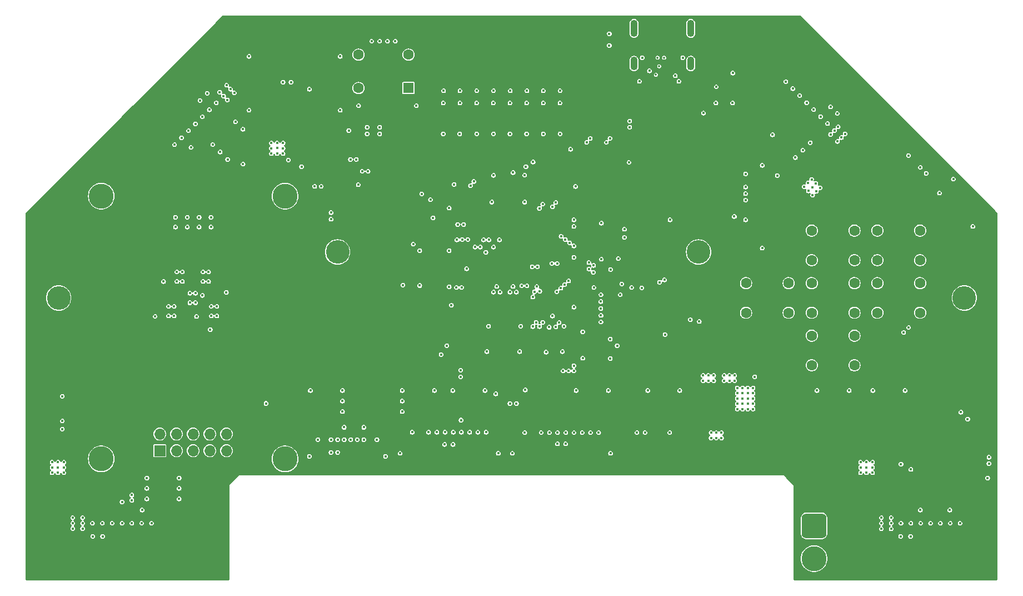
<source format=gbr>
%TF.GenerationSoftware,KiCad,Pcbnew,8.0.7*%
%TF.CreationDate,2025-04-13T15:12:29-04:00*%
%TF.ProjectId,control,636f6e74-726f-46c2-9e6b-696361645f70,rev?*%
%TF.SameCoordinates,Original*%
%TF.FileFunction,Copper,L2,Inr*%
%TF.FilePolarity,Positive*%
%FSLAX46Y46*%
G04 Gerber Fmt 4.6, Leading zero omitted, Abs format (unit mm)*
G04 Created by KiCad (PCBNEW 8.0.7) date 2025-04-13 15:12:29*
%MOMM*%
%LPD*%
G01*
G04 APERTURE LIST*
G04 Aperture macros list*
%AMRoundRect*
0 Rectangle with rounded corners*
0 $1 Rounding radius*
0 $2 $3 $4 $5 $6 $7 $8 $9 X,Y pos of 4 corners*
0 Add a 4 corners polygon primitive as box body*
4,1,4,$2,$3,$4,$5,$6,$7,$8,$9,$2,$3,0*
0 Add four circle primitives for the rounded corners*
1,1,$1+$1,$2,$3*
1,1,$1+$1,$4,$5*
1,1,$1+$1,$6,$7*
1,1,$1+$1,$8,$9*
0 Add four rect primitives between the rounded corners*
20,1,$1+$1,$2,$3,$4,$5,0*
20,1,$1+$1,$4,$5,$6,$7,0*
20,1,$1+$1,$6,$7,$8,$9,0*
20,1,$1+$1,$8,$9,$2,$3,0*%
G04 Aperture macros list end*
%TA.AperFunction,ComponentPad*%
%ADD10R,1.600000X1.600000*%
%TD*%
%TA.AperFunction,ComponentPad*%
%ADD11C,1.600000*%
%TD*%
%TA.AperFunction,ComponentPad*%
%ADD12C,3.600000*%
%TD*%
%TA.AperFunction,ComponentPad*%
%ADD13O,1.100000X2.100000*%
%TD*%
%TA.AperFunction,ComponentPad*%
%ADD14O,1.100000X2.600000*%
%TD*%
%TA.AperFunction,ComponentPad*%
%ADD15C,3.800000*%
%TD*%
%TA.AperFunction,ComponentPad*%
%ADD16R,1.700000X1.700000*%
%TD*%
%TA.AperFunction,ComponentPad*%
%ADD17O,1.700000X1.700000*%
%TD*%
%TA.AperFunction,ComponentPad*%
%ADD18RoundRect,0.760000X-1.140000X1.140000X-1.140000X-1.140000X1.140000X-1.140000X1.140000X1.140000X0*%
%TD*%
%TA.AperFunction,ViaPad*%
%ADD19C,0.450000*%
%TD*%
%TA.AperFunction,ViaPad*%
%ADD20C,0.350000*%
%TD*%
G04 APERTURE END LIST*
D10*
%TO.N,Net-(R64-Pad1)*%
%TO.C,SW4*%
X134310000Y-73040000D03*
D11*
%TO.N,Net-(SW4-4)*%
X134310000Y-67960000D03*
%TO.N,Net-(SW4-2)*%
X126690000Y-67960000D03*
%TO.N,Net-(SW4-8)*%
X126690000Y-73040000D03*
%TO.N,+3V3*%
X134310000Y-70500000D03*
X126690000Y-70500000D03*
%TD*%
%TO.N,Net-(C36-Pad1)*%
%TO.C,SW11*%
X185730000Y-102750000D03*
%TO.N,Net-(R115-Pad1)*%
X192230000Y-102750000D03*
%TO.N,GND*%
X185730000Y-107250000D03*
%TO.N,unconnected-(SW11-Pad4)*%
X192230000Y-107250000D03*
%TD*%
%TO.N,Net-(C33-Pad1)*%
%TO.C,SW8*%
X195750000Y-102750000D03*
%TO.N,Net-(R94-Pad1)*%
X202250000Y-102750000D03*
%TO.N,GND*%
X195750000Y-107250000D03*
%TO.N,unconnected-(SW8-Pad4)*%
X202250000Y-107250000D03*
%TD*%
D12*
%TO.N,N/C*%
%TO.C,H1*%
X81000000Y-105000000D03*
%TD*%
D13*
%TO.N,GND*%
%TO.C,P1*%
X177320000Y-69305000D03*
D14*
X177320000Y-63945000D03*
D13*
X168680000Y-69305000D03*
D14*
X168680000Y-63945000D03*
%TD*%
D11*
%TO.N,Net-(C37-Pad1)*%
%TO.C,SW12*%
X195750000Y-94750000D03*
%TO.N,Net-(R117-Pad1)*%
X202250000Y-94750000D03*
%TO.N,GND*%
X195750000Y-99250000D03*
%TO.N,unconnected-(SW12-Pad4)*%
X202250000Y-99250000D03*
%TD*%
D15*
%TO.N,N/C*%
%TO.C,H5*%
X115500000Y-89500000D03*
%TD*%
D12*
%TO.N,N/C*%
%TO.C,H4*%
X178500000Y-98000000D03*
%TD*%
D11*
%TO.N,Net-(C35-Pad1)*%
%TO.C,SW10*%
X205750000Y-102750000D03*
%TO.N,Net-(R114-Pad1)*%
X212250000Y-102750000D03*
%TO.N,GND*%
X205750000Y-107250000D03*
%TO.N,unconnected-(SW10-Pad4)*%
X212250000Y-107250000D03*
%TD*%
D15*
%TO.N,N/C*%
%TO.C,H7*%
X115500000Y-129500000D03*
%TD*%
D11*
%TO.N,Net-(C32-Pad1)*%
%TO.C,SW7*%
X205750000Y-94750000D03*
%TO.N,Net-(R93-Pad1)*%
X212250000Y-94750000D03*
%TO.N,GND*%
X205750000Y-99250000D03*
%TO.N,unconnected-(SW7-Pad4)*%
X212250000Y-99250000D03*
%TD*%
%TO.N,Net-(C34-Pad1)*%
%TO.C,SW9*%
X195750000Y-110750000D03*
%TO.N,Net-(R107-Pad1)*%
X202250000Y-110750000D03*
%TO.N,GND*%
X195750000Y-115250000D03*
%TO.N,unconnected-(SW9-Pad4)*%
X202250000Y-115250000D03*
%TD*%
D12*
%TO.N,N/C*%
%TO.C,H2*%
X219000000Y-105000000D03*
%TD*%
D15*
%TO.N,N/C*%
%TO.C,H8*%
X87500000Y-129500000D03*
%TD*%
%TO.N,N/C*%
%TO.C,H6*%
X87500000Y-89500000D03*
%TD*%
D12*
%TO.N,N/C*%
%TO.C,H3*%
X123500000Y-98000000D03*
%TD*%
D16*
%TO.N,Net-(J15-Pin_1)*%
%TO.C,J15*%
X96425000Y-128275000D03*
D17*
%TO.N,unconnected-(J15-Pin_2-Pad2)*%
X96425000Y-125735000D03*
%TO.N,GND*%
X98965000Y-128275000D03*
X98965000Y-125735000D03*
%TO.N,/display/LCD.TX*%
X101505000Y-128275000D03*
%TO.N,unconnected-(J15-Pin_6-Pad6)*%
X101505000Y-125735000D03*
%TO.N,/display/LCD.RX*%
X104045000Y-128275000D03*
%TO.N,unconnected-(J15-Pin_8-Pad8)*%
X104045000Y-125735000D03*
%TO.N,+5V*%
X106585000Y-128275000D03*
%TO.N,unconnected-(J15-Pin_10-Pad10)*%
X106585000Y-125735000D03*
%TD*%
D18*
%TO.N,GND*%
%TO.C,J11*%
X196100000Y-139700000D03*
D15*
%TO.N,+BATT*%
X196100000Y-144700000D03*
%TD*%
D19*
%TO.N,Net-(BZ1--)*%
X222750000Y-129250000D03*
%TO.N,+3V3*%
X183690000Y-66700000D03*
X188309999Y-88100000D03*
X196500000Y-73750000D03*
X121500000Y-126575000D03*
X183200000Y-123100000D03*
X146250000Y-112200000D03*
X105909999Y-101000000D03*
X126500000Y-128509999D03*
X219850000Y-139295000D03*
X151250000Y-112200000D03*
X184000000Y-123100000D03*
X152310000Y-66700000D03*
X160850000Y-111200000D03*
X181725000Y-107600000D03*
X214082986Y-86909117D03*
X143600000Y-127309999D03*
X182400000Y-123900000D03*
X147230000Y-66700000D03*
X187809999Y-104400000D03*
X162000000Y-127209999D03*
X100439376Y-77039376D03*
X149770000Y-66700000D03*
X98700000Y-104190001D03*
X90700000Y-141309999D03*
X197809999Y-96500000D03*
X213800000Y-141309999D03*
X162735691Y-99090376D03*
X144690000Y-66700000D03*
X147250000Y-87300000D03*
X190729381Y-71003357D03*
X141100000Y-112250000D03*
X197859999Y-112500000D03*
X117020000Y-74200000D03*
X183200000Y-123900000D03*
X136990000Y-97810000D03*
X195460624Y-72689376D03*
X153275000Y-125500000D03*
X162670000Y-104500000D03*
X197809999Y-104500000D03*
X152000000Y-87280000D03*
X185675000Y-96099999D03*
X136125000Y-125450000D03*
X184000000Y-123900000D03*
X136950000Y-103100000D03*
X107109999Y-106200000D03*
X160750000Y-127209999D03*
X79690000Y-125000000D03*
X144800000Y-127309999D03*
X218950000Y-129250000D03*
X157750000Y-112200000D03*
X96650000Y-139295000D03*
X135980000Y-96800000D03*
X92200000Y-141309999D03*
X81550000Y-126225000D03*
X142150000Y-66700000D03*
X97593398Y-82706602D03*
X207859999Y-104550000D03*
X157390000Y-66700000D03*
X125500000Y-128509999D03*
X79690000Y-123700000D03*
X216500000Y-125900000D03*
X100000000Y-98990001D03*
X162750000Y-93600000D03*
X169100000Y-127409999D03*
X154850000Y-66700000D03*
X188309999Y-89100000D03*
X100900000Y-102190001D03*
X207809999Y-96400000D03*
X159750000Y-88980000D03*
X149750000Y-122030000D03*
X139610000Y-66700000D03*
X215300000Y-141309999D03*
X164900000Y-75450000D03*
X150750000Y-122030000D03*
X137650000Y-90980000D03*
X182400000Y-123100000D03*
%TO.N,GND*%
X87700000Y-141309999D03*
X163630000Y-108650000D03*
X158000000Y-109300000D03*
X152000000Y-86300000D03*
X213184960Y-86011091D03*
X149750000Y-121070000D03*
X177249999Y-108300000D03*
X103639376Y-73839376D03*
X123890000Y-76400000D03*
X163610000Y-105550000D03*
X169900000Y-68415000D03*
X185675000Y-86100001D03*
X102900000Y-104609999D03*
X152350000Y-73440001D03*
X154525000Y-125500000D03*
X142150000Y-73440001D03*
X100600000Y-92699999D03*
X166270000Y-99000000D03*
X154850000Y-73440001D03*
X165075000Y-128650000D03*
X155775000Y-125500000D03*
X222737500Y-130200000D03*
X129500000Y-126575000D03*
X86200000Y-141309999D03*
X138250000Y-119100000D03*
X124250000Y-119100000D03*
X102539376Y-74939376D03*
X189786218Y-80148959D03*
X199650000Y-76900000D03*
X164900000Y-64780001D03*
X186000000Y-120300000D03*
X163710000Y-93600000D03*
X186800000Y-121900000D03*
X188200000Y-97400000D03*
X209950000Y-119100000D03*
X146250000Y-113160000D03*
X119200000Y-129100000D03*
X146500000Y-109300000D03*
X84650000Y-138450000D03*
X163680000Y-99100000D03*
X160850000Y-114169998D03*
X128700000Y-65890001D03*
X212286934Y-85113066D03*
X107197506Y-73197505D03*
X102000000Y-107809999D03*
X185200000Y-119500000D03*
X157000000Y-127209999D03*
X188200000Y-84800000D03*
X106600000Y-72600000D03*
X207850000Y-138450000D03*
X184400000Y-120300000D03*
X147000000Y-90400000D03*
X140140000Y-112250000D03*
X191790041Y-72064017D03*
X140500000Y-103300000D03*
X119200000Y-73200000D03*
X174100000Y-125500000D03*
X157750000Y-113160000D03*
X122500000Y-128509999D03*
X110000000Y-76400000D03*
X99350000Y-132400000D03*
X201450000Y-119100000D03*
X123500000Y-128509999D03*
X185200000Y-121900000D03*
X96990001Y-102500000D03*
X166800000Y-102850000D03*
X178600000Y-108580000D03*
X163610000Y-106600000D03*
X184400000Y-121100000D03*
X219509999Y-123450000D03*
X200827388Y-79993935D03*
X206349999Y-139295000D03*
X186800000Y-121100000D03*
X167200000Y-94530000D03*
X107766726Y-73766726D03*
X83149998Y-140100000D03*
X186800000Y-118700000D03*
X149800000Y-73440001D03*
X135020000Y-96800000D03*
X159750000Y-88020000D03*
X84650001Y-139295000D03*
X129900000Y-65890001D03*
X147250000Y-73440001D03*
X136320000Y-89145000D03*
X98654058Y-81645942D03*
X123890000Y-68200000D03*
X164750000Y-119100000D03*
X137650000Y-90020000D03*
X179250000Y-76850000D03*
X84650000Y-140100000D03*
X105539338Y-73660662D03*
X166560000Y-104500000D03*
X167200000Y-95770000D03*
X220284924Y-94106245D03*
X222550000Y-132400000D03*
X183700000Y-70740001D03*
X157400000Y-73440001D03*
X206349998Y-140150000D03*
X95690001Y-107800000D03*
X125200000Y-79500000D03*
X186000000Y-121900000D03*
X102400001Y-92699999D03*
X147250000Y-86320000D03*
X140500000Y-97800000D03*
X147975000Y-128650000D03*
X138625000Y-125450000D03*
X106739000Y-83899765D03*
X131100000Y-65890001D03*
X210800000Y-141309999D03*
X210490883Y-83317014D03*
X139650000Y-73440001D03*
X207850000Y-140150000D03*
X159500000Y-106400000D03*
X185200000Y-118700000D03*
X207850001Y-139295000D03*
X106136844Y-74258166D03*
X152000000Y-90400000D03*
X139275000Y-113600000D03*
X110000000Y-68200000D03*
X186000000Y-118700000D03*
X104100000Y-109809999D03*
X95150000Y-139295000D03*
X83149998Y-138450000D03*
X199660662Y-81160662D03*
X199766726Y-78933274D03*
X130800000Y-129100000D03*
X153300000Y-84300000D03*
X151400000Y-109300000D03*
X169500000Y-72000000D03*
X218350000Y-139295000D03*
X198600000Y-80100000D03*
X166100000Y-112259999D03*
X175650000Y-119100000D03*
X141100000Y-127309999D03*
X165050000Y-114209999D03*
X158250000Y-127209999D03*
X139800000Y-127309999D03*
X116400000Y-72120000D03*
X175510000Y-72000000D03*
X150125000Y-128650000D03*
X173400000Y-110575001D03*
X144700000Y-73440001D03*
X186800000Y-120300000D03*
X132300000Y-65890001D03*
X145950000Y-119100000D03*
X98800000Y-92700000D03*
X198610624Y-75889376D03*
X206349998Y-138450000D03*
X186800000Y-119500000D03*
X81550000Y-119975000D03*
X199197505Y-79502494D03*
X215193755Y-89015076D03*
X151250000Y-113160000D03*
X83149999Y-139295000D03*
X159500000Y-98800000D03*
X186000000Y-119500000D03*
X185200000Y-120300000D03*
X133025000Y-128650000D03*
X176100000Y-68415000D03*
X150750000Y-121070000D03*
X140500000Y-91300000D03*
X184400000Y-121900000D03*
X115200000Y-72120000D03*
X136020000Y-97800000D03*
X163630000Y-107650000D03*
X184400000Y-119500000D03*
X136020000Y-103100000D03*
X163630000Y-104500000D03*
X106706065Y-74827388D03*
X200258166Y-80563156D03*
X185200000Y-121100000D03*
X209300000Y-141309999D03*
X137375000Y-125450000D03*
X184400000Y-118700000D03*
X165100000Y-100650000D03*
X186000000Y-121100000D03*
X104200000Y-92700000D03*
%TO.N,/mcu/NRST*%
X217315076Y-86893755D03*
X169850000Y-103450000D03*
X168300000Y-103400000D03*
X162550000Y-103400000D03*
%TO.N,+5V*%
X141050000Y-119100000D03*
X120500000Y-126575000D03*
X152025000Y-125500000D03*
X165050000Y-111240001D03*
X182000000Y-125500000D03*
X134875000Y-125450000D03*
X170750000Y-119100000D03*
X193251041Y-83613782D03*
X190500000Y-86350000D03*
X94450000Y-132400000D03*
X182000000Y-126300000D03*
X109100000Y-84600000D03*
X133350000Y-119100000D03*
X196550000Y-119100000D03*
X181200000Y-126300000D03*
X159850000Y-119100000D03*
X180400000Y-125500000D03*
X205050000Y-119100000D03*
X180400000Y-126300000D03*
X181200000Y-125500000D03*
X119350000Y-119100000D03*
%TO.N,+BATT*%
X195165685Y-87500000D03*
X81800000Y-130800000D03*
X80000000Y-130800000D03*
X205000000Y-131600000D03*
X194600000Y-88065685D03*
X114300000Y-83000000D03*
X204100000Y-130812500D03*
X204100000Y-130000000D03*
X113400000Y-83000000D03*
X203200000Y-130800000D03*
X80900000Y-130812500D03*
X115200000Y-81400000D03*
X80000000Y-130000000D03*
X195731371Y-86934315D03*
X205000000Y-130000000D03*
X113400000Y-82200000D03*
X197004163Y-88207107D03*
X203200000Y-130000000D03*
X196376606Y-87561872D03*
X114300000Y-81387500D03*
X195236396Y-88702082D03*
X113400000Y-81400000D03*
X195872792Y-89338478D03*
X203200000Y-131600000D03*
X81800000Y-130000000D03*
X115200000Y-83000000D03*
X80900000Y-130000000D03*
X196438478Y-88772792D03*
X81800000Y-131600000D03*
X187050000Y-117000000D03*
X115200000Y-82200000D03*
X80000000Y-131600000D03*
X114300000Y-82187500D03*
X204100000Y-131612500D03*
X195810920Y-88127557D03*
X205000000Y-130800000D03*
X80900000Y-131612500D03*
%TO.N,/mcu/BOT_ID_DISPLAY.FL*%
X98999999Y-101025000D03*
X99849999Y-102475000D03*
X153850000Y-103250000D03*
%TO.N,Net-(D3-A1)*%
X99849999Y-101025000D03*
%TO.N,Net-(D3-K2)*%
X98999999Y-102475000D03*
%TO.N,Net-(D4-K2)*%
X103000001Y-102475000D03*
%TO.N,Net-(D4-A1)*%
X103850001Y-101025000D03*
%TO.N,/mcu/BOT_ID_DISPLAY.FR*%
X103850001Y-102475000D03*
X103000001Y-101025000D03*
X154300000Y-103950000D03*
%TO.N,Net-(D5-K2)*%
X101850000Y-105725000D03*
%TO.N,/mcu/BOT_ID_DISPLAY.TeamBlue*%
X101850000Y-104275000D03*
X143150000Y-100550000D03*
X101000000Y-105725000D03*
X106550000Y-104150000D03*
%TO.N,Net-(D5-A1)*%
X101000000Y-104275000D03*
%TO.N,/mcu/BOT_ID_DISPLAY.BL*%
X98600000Y-107725001D03*
X153500000Y-104050000D03*
X97750000Y-106275001D03*
%TO.N,Net-(D6-A1)*%
X98600000Y-106275001D03*
%TO.N,Net-(D6-K2)*%
X97750000Y-107725001D03*
%TO.N,Net-(D7-A1)*%
X105100000Y-106275001D03*
%TO.N,Net-(D7-K2)*%
X104250000Y-107725001D03*
%TO.N,/mcu/BOT_ID_DISPLAY.BR*%
X153250000Y-104850000D03*
X105100000Y-107725001D03*
X104250000Y-106275001D03*
%TO.N,Net-(D10-A)*%
X98800000Y-94200000D03*
%TO.N,Net-(D11-A)*%
X100600000Y-94200000D03*
%TO.N,Net-(D12-A)*%
X102400000Y-94200000D03*
%TO.N,Net-(D13-A)*%
X104200000Y-94200000D03*
%TO.N,Net-(J13-Pin_1)*%
X180000000Y-116800000D03*
X179200000Y-117600000D03*
X180800000Y-116800000D03*
X179200000Y-116800000D03*
X180000000Y-117600000D03*
X180800000Y-117600000D03*
%TO.N,Net-(J13-Pin_2)*%
X184000000Y-117600000D03*
X183200000Y-117600000D03*
X184000000Y-116800000D03*
X182400000Y-117600000D03*
X182400000Y-116800000D03*
X183200000Y-116800000D03*
%TO.N,/mcu/SDMMC1_D0*%
X125450000Y-83900000D03*
X127250000Y-85700000D03*
%TO.N,/mcu/SDMMC1_D1*%
X126350000Y-83900000D03*
X128150000Y-85700000D03*
%TO.N,/mcu/SWCLK*%
X141250000Y-87700000D03*
X162000000Y-80700000D03*
X165000000Y-80700000D03*
%TO.N,/mcu/SWDIO*%
X164450000Y-81300000D03*
X161450000Y-81300000D03*
X138050000Y-92800000D03*
%TO.N,/front_right_drive_motor/MOTOR.RX*%
X90650000Y-136050000D03*
X90650000Y-139295000D03*
%TO.N,Net-(J3-Pin_7)*%
X89150000Y-139295000D03*
%TO.N,Net-(J3-Pin_10)*%
X93650001Y-139295000D03*
%TO.N,/front_right_drive_motor/MOTOR.BOOT0*%
X86150000Y-139295000D03*
%TO.N,/front_right_drive_motor/MOTOR.RST*%
X87650000Y-139295000D03*
%TO.N,/front_right_drive_motor/MOTOR.CTS*%
X92149999Y-139295000D03*
X92149999Y-135800000D03*
%TO.N,/imu/IMU.~{DET}*%
X153250000Y-109350000D03*
%TO.N,/imu/IMU.MISO*%
X156250000Y-107750000D03*
%TO.N,/imu/IMU.SCK*%
X185675000Y-90100000D03*
X183950000Y-92600000D03*
X156750000Y-109400000D03*
%TO.N,/imu/IMU.~{SS}3*%
X185675000Y-93100000D03*
X154750000Y-108700000D03*
X174150000Y-93100000D03*
%TO.N,/imu/IMU.~{SS}1*%
X160849265Y-110149265D03*
%TO.N,/imu/IMU.INT1*%
X154250000Y-109350000D03*
X185675000Y-89100000D03*
%TO.N,/imu/IMU.MOSI*%
X155750000Y-109450000D03*
%TO.N,/imu/IMU.~{SS}2*%
X155250000Y-113250000D03*
%TO.N,/imu/IMU.INT2*%
X185675000Y-88100000D03*
X153750000Y-108700000D03*
%TO.N,Net-(J5-Pin_3)*%
X127499999Y-126575000D03*
%TO.N,/mcu/ODIN.RX*%
X125500000Y-126575000D03*
X146550000Y-96150000D03*
%TO.N,/mcu/ODIN.CTS*%
X126500000Y-126575000D03*
X144450000Y-97250000D03*
%TO.N,/mcu/ODIN.~{RST}*%
X147250000Y-97250000D03*
X122500001Y-126575000D03*
%TO.N,/mcu/ODIN.BOOT0*%
X123500000Y-126575000D03*
X148150000Y-96150000D03*
%TO.N,/mcu/ODIN.~{DET}*%
X146100000Y-98050000D03*
%TO.N,Net-(J5-Pin_6)*%
X124500000Y-126575000D03*
%TO.N,/back_right_drive_motor/MOTOR.BOOT0*%
X120000000Y-88000000D03*
X105018019Y-75281981D03*
X116000000Y-84000000D03*
%TO.N,Net-(J6-Pin_7)*%
X102896699Y-77403301D03*
%TO.N,/back_right_drive_motor/MOTOR.RST*%
X121000000Y-88000000D03*
X103957359Y-76342641D03*
X118000000Y-85000000D03*
%TO.N,/back_right_drive_motor/MOTOR.RX*%
X101836039Y-78463961D03*
%TO.N,/back_right_drive_motor/MOTOR.CTS*%
X100775379Y-79524621D03*
X122500000Y-92000000D03*
X152200000Y-85000000D03*
%TO.N,Net-(J6-Pin_10)*%
X99714718Y-80585282D03*
%TO.N,/back_left_drive_motor/MOTOR.RST*%
X197093342Y-77367318D03*
%TO.N,/back_left_drive_motor/MOTOR.RX*%
X194972022Y-75245998D03*
%TO.N,Net-(J7-Pin_10)*%
X192850701Y-73124677D03*
%TO.N,/back_left_drive_motor/MOTOR.CTS*%
X193911362Y-74185338D03*
%TO.N,Net-(J7-Pin_7)*%
X196032682Y-76306658D03*
%TO.N,/back_left_drive_motor/MOTOR.BOOT0*%
X198154002Y-78427978D03*
%TO.N,/front_left_drive_motor/MOTOR.RST*%
X210850000Y-131100000D03*
X210850000Y-139295000D03*
X173300000Y-102250000D03*
%TO.N,/front_left_drive_motor/MOTOR.CTS*%
X215349999Y-139295000D03*
X162450000Y-101100000D03*
%TO.N,Net-(J8-Pin_7)*%
X212350000Y-139295000D03*
%TO.N,/front_left_drive_motor/MOTOR.RX*%
X161800000Y-99600000D03*
X213850000Y-139295000D03*
%TO.N,Net-(J8-Pin_10)*%
X216850001Y-139295000D03*
%TO.N,/front_left_drive_motor/MOTOR.BOOT0*%
X172550000Y-102600000D03*
X209350000Y-130300000D03*
X209350000Y-139295000D03*
%TO.N,/kicker/KICKER.RX*%
X156150000Y-99750000D03*
X157850000Y-116100000D03*
X160775000Y-125500000D03*
%TO.N,/kicker/KICKER.RST*%
X158275000Y-125500000D03*
X158700000Y-102400000D03*
%TO.N,/kicker/KICKER.BOOT0*%
X157025000Y-125500000D03*
X158100000Y-102950000D03*
%TO.N,/kicker/KICKER.CTS*%
X156900000Y-104050000D03*
X159500000Y-116100000D03*
X162025000Y-125500000D03*
%TO.N,Net-(J9-Pin_10)*%
X163275000Y-125500000D03*
%TO.N,Net-(J9-Pin_7)*%
X159525000Y-125500000D03*
%TO.N,/mcu/OPTICAL_FLOW.RST*%
X141125000Y-125450000D03*
X154750000Y-90700000D03*
%TO.N,/mcu/OPTICAL_FLOW.CTS*%
X144875000Y-125450000D03*
%TO.N,Net-(J10-Pin_7)*%
X142375000Y-125450000D03*
%TO.N,/mcu/OPTICAL_FLOW.RX*%
X156250000Y-91100000D03*
X143625000Y-125450000D03*
%TO.N,Net-(J10-Pin_10)*%
X146125000Y-125450000D03*
%TO.N,/mcu/OPTICAL_FLOW.BOOT0*%
X139875000Y-125450000D03*
X154250000Y-91350000D03*
%TO.N,/mcu/POWER.RX*%
X169100000Y-125500000D03*
%TO.N,Net-(J12-Pin_2)*%
X170350000Y-125500000D03*
%TO.N,/mcu/SHELL_DETECT.RST*%
X158850000Y-96600000D03*
%TO.N,/mcu/SHELL_DETECT.SCL*%
X158200000Y-96087500D03*
X81550000Y-123725000D03*
%TO.N,/mcu/SHELL_DETECT.SDA*%
X157550000Y-95600000D03*
X81550000Y-124975000D03*
%TO.N,/mcu/SHELL_DETECT.LIGHT*%
X159500000Y-97087500D03*
%TO.N,/display/LCD.TX*%
X142500000Y-96100000D03*
%TO.N,/display/LCD.RX*%
X143350000Y-96100000D03*
%TO.N,VBUS*%
X174950000Y-71150000D03*
X171000000Y-70417002D03*
%TO.N,/mcu/USB_HS_D_P*%
X142700000Y-93800000D03*
D20*
%TO.N,Net-(P1-CC2)*%
X172250000Y-68415000D03*
X172000000Y-71000000D03*
%TO.N,/mcu/USB_HS_D_N*%
X173250000Y-68415000D03*
X172500000Y-69715000D03*
D19*
X141800000Y-93800000D03*
%TO.N,/mcu/BOOT0*%
X181200000Y-72837501D03*
X167900000Y-84350000D03*
%TO.N,/mcu/USB_BOOT0_CONTROL*%
X181150000Y-75300000D03*
%TO.N,/display/LCD.RST*%
X141700000Y-96150000D03*
X112600000Y-121050000D03*
%TO.N,/mcu/DEBUG_MODE*%
X159500000Y-94100000D03*
X159000000Y-82350000D03*
%TO.N,Net-(R1-Pad1)*%
X164900000Y-66550000D03*
%TO.N,/mcu/USER_BOOT0_OVERRIDE*%
X183690000Y-75300000D03*
%TO.N,/front_right_drive_motor/MOTOR.RTS*%
X92150000Y-135000000D03*
X93700000Y-137290001D03*
%TO.N,Net-(U2-INT1)*%
X147600000Y-119600000D03*
%TO.N,Net-(U2-INT2)*%
X152100000Y-119000000D03*
%TO.N,/back_right_drive_motor/MOTOR.RTS*%
X101160624Y-82060624D03*
X150250000Y-85900000D03*
X122500000Y-93000000D03*
%TO.N,/front_left_drive_motor/MOTOR.TX*%
X162500000Y-100050000D03*
X212300000Y-137290001D03*
%TO.N,/front_left_drive_motor/MOTOR.RTS*%
X161800000Y-100600000D03*
X216800000Y-137290001D03*
%TO.N,/kicker/KICKER.TX*%
X158700000Y-116100000D03*
X156950000Y-99750000D03*
%TO.N,/kicker/KICKER.RTS*%
X159500000Y-115300000D03*
X157500000Y-103500000D03*
%TO.N,/mcu/OPTICAL_FLOW.TX*%
X142300000Y-123590001D03*
X156750000Y-90450000D03*
%TO.N,/mcu/BOT_ID_SWITCHES.IDX3*%
X143750000Y-87900000D03*
X126700000Y-75709999D03*
%TO.N,/mcu/BOT_ID_SWITCHES.IDX2*%
X144250000Y-87250000D03*
X135500000Y-75709999D03*
%TO.N,/mcu/BOT_ID_SWITCHES.TEAM_BLUE_~{YELLOW}*%
X142400000Y-103400000D03*
X129909999Y-79000000D03*
%TO.N,Net-(R74-Pad1)*%
X128000000Y-79000000D03*
%TO.N,Net-(R75-Pad1)*%
X128000000Y-80000000D03*
%TO.N,/mcu/BOT_ID_SWITCHES.SRC_PRIO_USER_~{AUTO}*%
X129909999Y-80000000D03*
X141600000Y-103400000D03*
%TO.N,/mcu/BOT_ID_DISPLAY.SrcDisagree*%
X126650000Y-87750000D03*
X140850000Y-106100000D03*
X133450000Y-103050000D03*
%TO.N,/mcu/DIP.0*%
X152350000Y-103150000D03*
X157400000Y-80009999D03*
%TO.N,Net-(R84-Pad1)*%
X157390000Y-75300000D03*
%TO.N,Net-(R85-Pad1)*%
X154850000Y-75300000D03*
%TO.N,/mcu/DIP.1*%
X154850000Y-80009999D03*
X151550000Y-103150000D03*
%TO.N,/mcu/DIP.2*%
X150750000Y-104100000D03*
X152300000Y-80009999D03*
%TO.N,Net-(R100-Pad2)*%
X152310000Y-75300000D03*
%TO.N,Net-(R101-Pad2)*%
X149770000Y-75300000D03*
%TO.N,/mcu/DIP.3*%
X150250000Y-103250000D03*
X149750000Y-80009999D03*
%TO.N,/mcu/DIP.4*%
X147250000Y-80009999D03*
X149750000Y-104100000D03*
%TO.N,Net-(R102-Pad2)*%
X147230000Y-75300000D03*
%TO.N,/mcu/BUZZER*%
X218490001Y-122400000D03*
X159500000Y-93100000D03*
%TO.N,Net-(R103-Pad2)*%
X144690000Y-75300000D03*
%TO.N,/mcu/DIP.5*%
X148250000Y-104100000D03*
X144700000Y-80009999D03*
%TO.N,/mcu/DIP.6*%
X142100000Y-80009999D03*
X147750000Y-103250000D03*
%TO.N,Net-(R104-Pad2)*%
X142150000Y-75300000D03*
%TO.N,/mcu/DIP.7*%
X147250000Y-104100000D03*
X139600000Y-80009999D03*
%TO.N,Net-(R105-Pad2)*%
X139610000Y-75300000D03*
%TO.N,/mcu/DOTSTARS.SCK*%
X153150000Y-100250000D03*
X142250000Y-116000000D03*
X99350001Y-134000000D03*
%TO.N,/mcu/ODIN.TX*%
X124500000Y-124690001D03*
X145750000Y-96150000D03*
%TO.N,/mcu/ODIN.RTS*%
X127500000Y-124690001D03*
X145250000Y-97250000D03*
%TO.N,/imu/IMU.~{SS}0*%
X157250000Y-108750000D03*
%TO.N,/mcu/DOTSTARS.MOSI*%
X99350000Y-135600000D03*
X153950000Y-100250000D03*
X142250000Y-117000000D03*
%TO.N,Net-(U4-SDO)*%
X94450000Y-135600000D03*
X104476259Y-81637024D03*
%TO.N,Net-(U4-CKO)*%
X94449999Y-134000000D03*
X105607629Y-82768395D03*
%TO.N,Net-(U5-SDO)*%
X168000000Y-78050000D03*
X107941082Y-78172201D03*
%TO.N,Net-(U5-CKO)*%
X109072453Y-79303571D03*
X168000000Y-79000000D03*
%TO.N,Net-(U6-SDO)*%
X209750000Y-110250000D03*
X195513782Y-81351041D03*
%TO.N,Net-(U6-CKO)*%
X194382412Y-82482412D03*
X210500000Y-109500000D03*
%TO.N,Net-(U11-CKO)*%
X133350000Y-120700000D03*
X124250000Y-120700000D03*
%TO.N,Net-(U11-SDO)*%
X133350000Y-122300000D03*
X124250000Y-122300000D03*
%TD*%
%TA.AperFunction,Conductor*%
%TO.N,+3V3*%
G36*
X194015677Y-62019685D02*
G01*
X194036319Y-62036319D01*
X223963681Y-91963681D01*
X223997166Y-92025004D01*
X224000000Y-92051362D01*
X224000000Y-147876000D01*
X223980315Y-147943039D01*
X223927511Y-147988794D01*
X223876000Y-148000000D01*
X193124000Y-148000000D01*
X193056961Y-147980315D01*
X193011206Y-147927511D01*
X193000000Y-147876000D01*
X193000000Y-144700000D01*
X194067762Y-144700000D01*
X194086689Y-144976723D01*
X194086690Y-144976724D01*
X194143119Y-145248279D01*
X194143124Y-145248296D01*
X194236007Y-145509644D01*
X194236008Y-145509646D01*
X194363616Y-145755918D01*
X194523570Y-145982521D01*
X194523574Y-145982525D01*
X194523574Y-145982526D01*
X194593938Y-146057867D01*
X194712890Y-146185233D01*
X194928048Y-146360277D01*
X194928050Y-146360278D01*
X194928051Y-146360279D01*
X195165039Y-146504395D01*
X195165044Y-146504397D01*
X195419440Y-146614896D01*
X195419445Y-146614898D01*
X195686529Y-146689732D01*
X195928109Y-146722936D01*
X195961314Y-146727500D01*
X195961315Y-146727500D01*
X196238686Y-146727500D01*
X196268310Y-146723428D01*
X196513471Y-146689732D01*
X196780555Y-146614898D01*
X197034962Y-146504394D01*
X197271952Y-146360277D01*
X197487110Y-146185233D01*
X197676430Y-145982521D01*
X197836384Y-145755918D01*
X197963992Y-145509646D01*
X198056877Y-145248291D01*
X198056878Y-145248284D01*
X198056880Y-145248279D01*
X198078883Y-145142390D01*
X198113310Y-144976723D01*
X198132238Y-144700000D01*
X198113310Y-144423277D01*
X198087913Y-144301065D01*
X198056880Y-144151720D01*
X198056875Y-144151703D01*
X197963992Y-143890355D01*
X197963992Y-143890354D01*
X197836384Y-143644082D01*
X197676430Y-143417479D01*
X197676425Y-143417473D01*
X197613002Y-143349564D01*
X197487110Y-143214767D01*
X197271952Y-143039723D01*
X197271950Y-143039722D01*
X197271948Y-143039720D01*
X197034960Y-142895604D01*
X197034955Y-142895602D01*
X196780559Y-142785103D01*
X196513476Y-142710269D01*
X196513472Y-142710268D01*
X196513471Y-142710268D01*
X196376078Y-142691384D01*
X196238686Y-142672500D01*
X196238685Y-142672500D01*
X195961315Y-142672500D01*
X195961314Y-142672500D01*
X195686529Y-142710268D01*
X195686523Y-142710269D01*
X195419440Y-142785103D01*
X195165044Y-142895602D01*
X195165039Y-142895604D01*
X194928051Y-143039720D01*
X194712893Y-143214764D01*
X194523574Y-143417473D01*
X194523574Y-143417474D01*
X194363616Y-143644081D01*
X194236007Y-143890355D01*
X194143124Y-144151703D01*
X194143119Y-144151720D01*
X194086690Y-144423275D01*
X194086689Y-144423276D01*
X194067762Y-144700000D01*
X193000000Y-144700000D01*
X193000000Y-138497875D01*
X194072500Y-138497875D01*
X194072500Y-140902108D01*
X194072501Y-140902127D01*
X194078597Y-140979598D01*
X194126883Y-141159806D01*
X194211580Y-141326031D01*
X194270283Y-141398522D01*
X194328986Y-141471014D01*
X194389208Y-141519781D01*
X194473968Y-141588419D01*
X194640193Y-141673116D01*
X194640195Y-141673116D01*
X194640196Y-141673117D01*
X194820400Y-141721402D01*
X194897881Y-141727500D01*
X197302118Y-141727499D01*
X197379600Y-141721402D01*
X197559804Y-141673117D01*
X197726030Y-141588420D01*
X197871014Y-141471014D01*
X197988420Y-141326030D01*
X197996590Y-141309996D01*
X208943106Y-141309996D01*
X208943106Y-141310001D01*
X208960572Y-141420280D01*
X208960573Y-141420283D01*
X208960574Y-141420285D01*
X208986422Y-141471014D01*
X209011268Y-141519777D01*
X209011271Y-141519781D01*
X209090217Y-141598727D01*
X209090221Y-141598730D01*
X209090223Y-141598732D01*
X209189714Y-141649425D01*
X209189716Y-141649425D01*
X209189718Y-141649426D01*
X209299998Y-141666893D01*
X209300000Y-141666893D01*
X209300002Y-141666893D01*
X209410281Y-141649426D01*
X209410281Y-141649425D01*
X209410286Y-141649425D01*
X209509777Y-141598732D01*
X209588733Y-141519776D01*
X209639426Y-141420285D01*
X209656894Y-141309999D01*
X209656894Y-141309996D01*
X210443106Y-141309996D01*
X210443106Y-141310001D01*
X210460572Y-141420280D01*
X210460573Y-141420283D01*
X210460574Y-141420285D01*
X210486422Y-141471014D01*
X210511268Y-141519777D01*
X210511271Y-141519781D01*
X210590217Y-141598727D01*
X210590221Y-141598730D01*
X210590223Y-141598732D01*
X210689714Y-141649425D01*
X210689716Y-141649425D01*
X210689718Y-141649426D01*
X210799998Y-141666893D01*
X210800000Y-141666893D01*
X210800002Y-141666893D01*
X210910281Y-141649426D01*
X210910281Y-141649425D01*
X210910286Y-141649425D01*
X211009777Y-141598732D01*
X211088733Y-141519776D01*
X211139426Y-141420285D01*
X211156894Y-141309999D01*
X211139426Y-141199713D01*
X211088733Y-141100222D01*
X211088731Y-141100220D01*
X211088728Y-141100216D01*
X211009782Y-141021270D01*
X211009778Y-141021267D01*
X211009777Y-141021266D01*
X210910286Y-140970573D01*
X210910284Y-140970572D01*
X210910281Y-140970571D01*
X210800002Y-140953105D01*
X210799998Y-140953105D01*
X210689718Y-140970571D01*
X210689714Y-140970572D01*
X210689714Y-140970573D01*
X210623386Y-141004368D01*
X210590221Y-141021267D01*
X210590217Y-141021270D01*
X210511271Y-141100216D01*
X210511268Y-141100220D01*
X210460572Y-141199717D01*
X210443106Y-141309996D01*
X209656894Y-141309996D01*
X209639426Y-141199713D01*
X209588733Y-141100222D01*
X209588731Y-141100220D01*
X209588728Y-141100216D01*
X209509782Y-141021270D01*
X209509778Y-141021267D01*
X209509777Y-141021266D01*
X209410286Y-140970573D01*
X209410284Y-140970572D01*
X209410281Y-140970571D01*
X209300002Y-140953105D01*
X209299998Y-140953105D01*
X209189718Y-140970571D01*
X209189714Y-140970572D01*
X209189714Y-140970573D01*
X209123386Y-141004368D01*
X209090221Y-141021267D01*
X209090217Y-141021270D01*
X209011271Y-141100216D01*
X209011268Y-141100220D01*
X208960572Y-141199717D01*
X208943106Y-141309996D01*
X197996590Y-141309996D01*
X198073117Y-141159804D01*
X198121402Y-140979600D01*
X198127500Y-140902119D01*
X198127499Y-138497882D01*
X198123731Y-138449997D01*
X205993104Y-138449997D01*
X205993104Y-138450002D01*
X206010570Y-138560281D01*
X206010571Y-138560284D01*
X206010572Y-138560286D01*
X206061265Y-138659777D01*
X206061266Y-138659778D01*
X206061269Y-138659782D01*
X206140215Y-138738728D01*
X206140219Y-138738731D01*
X206140221Y-138738733D01*
X206185917Y-138762016D01*
X206236712Y-138809989D01*
X206253507Y-138877810D01*
X206230970Y-138943945D01*
X206185916Y-138982984D01*
X206140225Y-139006264D01*
X206140216Y-139006271D01*
X206061270Y-139085217D01*
X206061267Y-139085221D01*
X206010571Y-139184718D01*
X205993105Y-139294997D01*
X205993105Y-139295002D01*
X206010571Y-139405281D01*
X206010572Y-139405284D01*
X206010573Y-139405286D01*
X206061266Y-139504777D01*
X206061267Y-139504778D01*
X206061270Y-139504782D01*
X206140216Y-139583728D01*
X206140220Y-139583731D01*
X206140222Y-139583733D01*
X206195729Y-139612015D01*
X206246524Y-139659988D01*
X206263320Y-139727809D01*
X206240783Y-139793944D01*
X206195730Y-139832983D01*
X206140222Y-139861266D01*
X206140215Y-139861271D01*
X206061269Y-139940217D01*
X206061266Y-139940221D01*
X206010570Y-140039718D01*
X205993104Y-140149997D01*
X205993104Y-140150002D01*
X206010570Y-140260281D01*
X206010571Y-140260284D01*
X206010572Y-140260286D01*
X206061265Y-140359777D01*
X206061266Y-140359778D01*
X206061269Y-140359782D01*
X206140215Y-140438728D01*
X206140219Y-140438731D01*
X206140221Y-140438733D01*
X206239712Y-140489426D01*
X206239714Y-140489426D01*
X206239716Y-140489427D01*
X206349996Y-140506894D01*
X206349998Y-140506894D01*
X206350000Y-140506894D01*
X206460279Y-140489427D01*
X206460279Y-140489426D01*
X206460284Y-140489426D01*
X206559775Y-140438733D01*
X206638731Y-140359777D01*
X206689424Y-140260286D01*
X206689425Y-140260281D01*
X206706892Y-140150002D01*
X206706892Y-140149997D01*
X206689425Y-140039718D01*
X206689424Y-140039716D01*
X206689424Y-140039714D01*
X206638731Y-139940223D01*
X206638729Y-139940221D01*
X206638726Y-139940217D01*
X206559780Y-139861271D01*
X206559776Y-139861268D01*
X206559775Y-139861267D01*
X206504265Y-139832983D01*
X206453471Y-139785011D01*
X206436676Y-139717190D01*
X206459213Y-139651055D01*
X206504266Y-139612016D01*
X206559776Y-139583733D01*
X206638732Y-139504777D01*
X206689425Y-139405286D01*
X206706893Y-139295000D01*
X206689425Y-139184714D01*
X206638732Y-139085223D01*
X206638730Y-139085221D01*
X206638727Y-139085217D01*
X206559781Y-139006271D01*
X206559772Y-139006264D01*
X206514080Y-138982983D01*
X206463284Y-138935009D01*
X206446489Y-138867188D01*
X206469027Y-138801053D01*
X206514077Y-138762017D01*
X206559775Y-138738733D01*
X206638731Y-138659777D01*
X206689424Y-138560286D01*
X206706892Y-138450000D01*
X206706892Y-138449997D01*
X207493106Y-138449997D01*
X207493106Y-138450002D01*
X207510572Y-138560281D01*
X207510573Y-138560284D01*
X207510574Y-138560286D01*
X207561267Y-138659777D01*
X207561268Y-138659778D01*
X207561271Y-138659782D01*
X207640217Y-138738728D01*
X207640221Y-138738731D01*
X207640223Y-138738733D01*
X207685919Y-138762016D01*
X207736714Y-138809989D01*
X207753509Y-138877810D01*
X207730972Y-138943945D01*
X207685918Y-138982984D01*
X207640227Y-139006264D01*
X207640218Y-139006271D01*
X207561272Y-139085217D01*
X207561269Y-139085221D01*
X207510573Y-139184718D01*
X207493107Y-139294997D01*
X207493107Y-139295002D01*
X207510573Y-139405281D01*
X207510574Y-139405284D01*
X207510575Y-139405286D01*
X207561268Y-139504777D01*
X207561269Y-139504778D01*
X207561272Y-139504782D01*
X207640218Y-139583728D01*
X207640222Y-139583731D01*
X207640224Y-139583733D01*
X207695731Y-139612015D01*
X207746526Y-139659988D01*
X207763322Y-139727809D01*
X207740785Y-139793944D01*
X207695732Y-139832983D01*
X207640224Y-139861266D01*
X207640217Y-139861271D01*
X207561271Y-139940217D01*
X207561268Y-139940221D01*
X207510572Y-140039718D01*
X207493106Y-140149997D01*
X207493106Y-140150002D01*
X207510572Y-140260281D01*
X207510573Y-140260284D01*
X207510574Y-140260286D01*
X207561267Y-140359777D01*
X207561268Y-140359778D01*
X207561271Y-140359782D01*
X207640217Y-140438728D01*
X207640221Y-140438731D01*
X207640223Y-140438733D01*
X207739714Y-140489426D01*
X207739716Y-140489426D01*
X207739718Y-140489427D01*
X207849998Y-140506894D01*
X207850000Y-140506894D01*
X207850002Y-140506894D01*
X207960281Y-140489427D01*
X207960281Y-140489426D01*
X207960286Y-140489426D01*
X208059777Y-140438733D01*
X208138733Y-140359777D01*
X208189426Y-140260286D01*
X208189427Y-140260281D01*
X208206894Y-140150002D01*
X208206894Y-140149997D01*
X208189427Y-140039718D01*
X208189426Y-140039716D01*
X208189426Y-140039714D01*
X208138733Y-139940223D01*
X208138731Y-139940221D01*
X208138728Y-139940217D01*
X208059782Y-139861271D01*
X208059778Y-139861268D01*
X208059777Y-139861267D01*
X208004267Y-139832983D01*
X207953473Y-139785011D01*
X207936678Y-139717190D01*
X207959215Y-139651055D01*
X208004268Y-139612016D01*
X208059778Y-139583733D01*
X208138734Y-139504777D01*
X208189427Y-139405286D01*
X208206895Y-139295000D01*
X208206895Y-139294997D01*
X208993106Y-139294997D01*
X208993106Y-139295002D01*
X209010572Y-139405281D01*
X209010573Y-139405284D01*
X209010574Y-139405286D01*
X209061267Y-139504777D01*
X209061268Y-139504778D01*
X209061271Y-139504782D01*
X209140217Y-139583728D01*
X209140220Y-139583730D01*
X209140223Y-139583733D01*
X209239714Y-139634426D01*
X209239716Y-139634426D01*
X209239718Y-139634427D01*
X209349998Y-139651894D01*
X209350000Y-139651894D01*
X209350002Y-139651894D01*
X209460281Y-139634427D01*
X209460281Y-139634426D01*
X209460286Y-139634426D01*
X209559777Y-139583733D01*
X209638733Y-139504777D01*
X209689426Y-139405286D01*
X209706894Y-139295000D01*
X209706894Y-139294997D01*
X210493106Y-139294997D01*
X210493106Y-139295002D01*
X210510572Y-139405281D01*
X210510573Y-139405284D01*
X210510574Y-139405286D01*
X210561267Y-139504777D01*
X210561268Y-139504778D01*
X210561271Y-139504782D01*
X210640217Y-139583728D01*
X210640220Y-139583730D01*
X210640223Y-139583733D01*
X210739714Y-139634426D01*
X210739716Y-139634426D01*
X210739718Y-139634427D01*
X210849998Y-139651894D01*
X210850000Y-139651894D01*
X210850002Y-139651894D01*
X210960281Y-139634427D01*
X210960281Y-139634426D01*
X210960286Y-139634426D01*
X211059777Y-139583733D01*
X211138733Y-139504777D01*
X211189426Y-139405286D01*
X211206894Y-139295000D01*
X211206894Y-139294997D01*
X211993106Y-139294997D01*
X211993106Y-139295002D01*
X212010572Y-139405281D01*
X212010573Y-139405284D01*
X212010574Y-139405286D01*
X212061267Y-139504777D01*
X212061268Y-139504778D01*
X212061271Y-139504782D01*
X212140217Y-139583728D01*
X212140220Y-139583730D01*
X212140223Y-139583733D01*
X212239714Y-139634426D01*
X212239716Y-139634426D01*
X212239718Y-139634427D01*
X212349998Y-139651894D01*
X212350000Y-139651894D01*
X212350002Y-139651894D01*
X212460281Y-139634427D01*
X212460281Y-139634426D01*
X212460286Y-139634426D01*
X212559777Y-139583733D01*
X212638733Y-139504777D01*
X212689426Y-139405286D01*
X212706894Y-139295000D01*
X212706894Y-139294997D01*
X213493106Y-139294997D01*
X213493106Y-139295002D01*
X213510572Y-139405281D01*
X213510573Y-139405284D01*
X213510574Y-139405286D01*
X213561267Y-139504777D01*
X213561268Y-139504778D01*
X213561271Y-139504782D01*
X213640217Y-139583728D01*
X213640220Y-139583730D01*
X213640223Y-139583733D01*
X213739714Y-139634426D01*
X213739716Y-139634426D01*
X213739718Y-139634427D01*
X213849998Y-139651894D01*
X213850000Y-139651894D01*
X213850002Y-139651894D01*
X213960281Y-139634427D01*
X213960281Y-139634426D01*
X213960286Y-139634426D01*
X214059777Y-139583733D01*
X214138733Y-139504777D01*
X214189426Y-139405286D01*
X214206894Y-139295000D01*
X214206894Y-139294997D01*
X214993105Y-139294997D01*
X214993105Y-139295002D01*
X215010571Y-139405281D01*
X215010572Y-139405284D01*
X215010573Y-139405286D01*
X215061266Y-139504777D01*
X215061267Y-139504778D01*
X215061270Y-139504782D01*
X215140216Y-139583728D01*
X215140219Y-139583730D01*
X215140222Y-139583733D01*
X215239713Y-139634426D01*
X215239715Y-139634426D01*
X215239717Y-139634427D01*
X215349997Y-139651894D01*
X215349999Y-139651894D01*
X215350001Y-139651894D01*
X215460280Y-139634427D01*
X215460280Y-139634426D01*
X215460285Y-139634426D01*
X215559776Y-139583733D01*
X215638732Y-139504777D01*
X215689425Y-139405286D01*
X215706893Y-139295000D01*
X215706893Y-139294997D01*
X216493107Y-139294997D01*
X216493107Y-139295002D01*
X216510573Y-139405281D01*
X216510574Y-139405284D01*
X216510575Y-139405286D01*
X216561268Y-139504777D01*
X216561269Y-139504778D01*
X216561272Y-139504782D01*
X216640218Y-139583728D01*
X216640221Y-139583730D01*
X216640224Y-139583733D01*
X216739715Y-139634426D01*
X216739717Y-139634426D01*
X216739719Y-139634427D01*
X216849999Y-139651894D01*
X216850001Y-139651894D01*
X216850003Y-139651894D01*
X216960282Y-139634427D01*
X216960282Y-139634426D01*
X216960287Y-139634426D01*
X217059778Y-139583733D01*
X217138734Y-139504777D01*
X217189427Y-139405286D01*
X217206895Y-139295000D01*
X217206895Y-139294997D01*
X217993106Y-139294997D01*
X217993106Y-139295002D01*
X218010572Y-139405281D01*
X218010573Y-139405284D01*
X218010574Y-139405286D01*
X218061267Y-139504777D01*
X218061268Y-139504778D01*
X218061271Y-139504782D01*
X218140217Y-139583728D01*
X218140220Y-139583730D01*
X218140223Y-139583733D01*
X218239714Y-139634426D01*
X218239716Y-139634426D01*
X218239718Y-139634427D01*
X218349998Y-139651894D01*
X218350000Y-139651894D01*
X218350002Y-139651894D01*
X218460281Y-139634427D01*
X218460281Y-139634426D01*
X218460286Y-139634426D01*
X218559777Y-139583733D01*
X218638733Y-139504777D01*
X218689426Y-139405286D01*
X218706894Y-139295000D01*
X218689426Y-139184714D01*
X218638733Y-139085223D01*
X218638731Y-139085221D01*
X218638728Y-139085217D01*
X218559782Y-139006271D01*
X218559778Y-139006268D01*
X218559777Y-139006267D01*
X218460286Y-138955574D01*
X218460284Y-138955573D01*
X218460281Y-138955572D01*
X218350002Y-138938106D01*
X218349998Y-138938106D01*
X218239718Y-138955572D01*
X218140221Y-139006268D01*
X218140217Y-139006271D01*
X218061271Y-139085217D01*
X218061268Y-139085221D01*
X218010572Y-139184718D01*
X217993106Y-139294997D01*
X217206895Y-139294997D01*
X217189427Y-139184714D01*
X217138734Y-139085223D01*
X217138732Y-139085221D01*
X217138729Y-139085217D01*
X217059783Y-139006271D01*
X217059779Y-139006268D01*
X217059778Y-139006267D01*
X216960287Y-138955574D01*
X216960285Y-138955573D01*
X216960282Y-138955572D01*
X216850003Y-138938106D01*
X216849999Y-138938106D01*
X216739719Y-138955572D01*
X216640222Y-139006268D01*
X216640218Y-139006271D01*
X216561272Y-139085217D01*
X216561269Y-139085221D01*
X216510573Y-139184718D01*
X216493107Y-139294997D01*
X215706893Y-139294997D01*
X215689425Y-139184714D01*
X215638732Y-139085223D01*
X215638730Y-139085221D01*
X215638727Y-139085217D01*
X215559781Y-139006271D01*
X215559777Y-139006268D01*
X215559776Y-139006267D01*
X215460285Y-138955574D01*
X215460283Y-138955573D01*
X215460280Y-138955572D01*
X215350001Y-138938106D01*
X215349997Y-138938106D01*
X215239717Y-138955572D01*
X215140220Y-139006268D01*
X215140216Y-139006271D01*
X215061270Y-139085217D01*
X215061267Y-139085221D01*
X215010571Y-139184718D01*
X214993105Y-139294997D01*
X214206894Y-139294997D01*
X214189426Y-139184714D01*
X214138733Y-139085223D01*
X214138731Y-139085221D01*
X214138728Y-139085217D01*
X214059782Y-139006271D01*
X214059778Y-139006268D01*
X214059777Y-139006267D01*
X213960286Y-138955574D01*
X213960284Y-138955573D01*
X213960281Y-138955572D01*
X213850002Y-138938106D01*
X213849998Y-138938106D01*
X213739718Y-138955572D01*
X213640221Y-139006268D01*
X213640217Y-139006271D01*
X213561271Y-139085217D01*
X213561268Y-139085221D01*
X213510572Y-139184718D01*
X213493106Y-139294997D01*
X212706894Y-139294997D01*
X212689426Y-139184714D01*
X212638733Y-139085223D01*
X212638731Y-139085221D01*
X212638728Y-139085217D01*
X212559782Y-139006271D01*
X212559778Y-139006268D01*
X212559777Y-139006267D01*
X212460286Y-138955574D01*
X212460284Y-138955573D01*
X212460281Y-138955572D01*
X212350002Y-138938106D01*
X212349998Y-138938106D01*
X212239718Y-138955572D01*
X212140221Y-139006268D01*
X212140217Y-139006271D01*
X212061271Y-139085217D01*
X212061268Y-139085221D01*
X212010572Y-139184718D01*
X211993106Y-139294997D01*
X211206894Y-139294997D01*
X211189426Y-139184714D01*
X211138733Y-139085223D01*
X211138731Y-139085221D01*
X211138728Y-139085217D01*
X211059782Y-139006271D01*
X211059778Y-139006268D01*
X211059777Y-139006267D01*
X210960286Y-138955574D01*
X210960284Y-138955573D01*
X210960281Y-138955572D01*
X210850002Y-138938106D01*
X210849998Y-138938106D01*
X210739718Y-138955572D01*
X210640221Y-139006268D01*
X210640217Y-139006271D01*
X210561271Y-139085217D01*
X210561268Y-139085221D01*
X210510572Y-139184718D01*
X210493106Y-139294997D01*
X209706894Y-139294997D01*
X209689426Y-139184714D01*
X209638733Y-139085223D01*
X209638731Y-139085221D01*
X209638728Y-139085217D01*
X209559782Y-139006271D01*
X209559778Y-139006268D01*
X209559777Y-139006267D01*
X209460286Y-138955574D01*
X209460284Y-138955573D01*
X209460281Y-138955572D01*
X209350002Y-138938106D01*
X209349998Y-138938106D01*
X209239718Y-138955572D01*
X209140221Y-139006268D01*
X209140217Y-139006271D01*
X209061271Y-139085217D01*
X209061268Y-139085221D01*
X209010572Y-139184718D01*
X208993106Y-139294997D01*
X208206895Y-139294997D01*
X208189427Y-139184714D01*
X208138734Y-139085223D01*
X208138732Y-139085221D01*
X208138729Y-139085217D01*
X208059783Y-139006271D01*
X208059774Y-139006264D01*
X208014082Y-138982983D01*
X207963286Y-138935009D01*
X207946491Y-138867188D01*
X207969029Y-138801053D01*
X208014079Y-138762017D01*
X208059777Y-138738733D01*
X208138733Y-138659777D01*
X208189426Y-138560286D01*
X208206894Y-138450000D01*
X208189426Y-138339714D01*
X208138733Y-138240223D01*
X208138731Y-138240221D01*
X208138728Y-138240217D01*
X208059782Y-138161271D01*
X208059778Y-138161268D01*
X208059777Y-138161267D01*
X207960286Y-138110574D01*
X207960284Y-138110573D01*
X207960281Y-138110572D01*
X207850002Y-138093106D01*
X207849998Y-138093106D01*
X207739718Y-138110572D01*
X207640221Y-138161268D01*
X207640217Y-138161271D01*
X207561271Y-138240217D01*
X207561268Y-138240221D01*
X207510572Y-138339718D01*
X207493106Y-138449997D01*
X206706892Y-138449997D01*
X206689424Y-138339714D01*
X206638731Y-138240223D01*
X206638729Y-138240221D01*
X206638726Y-138240217D01*
X206559780Y-138161271D01*
X206559776Y-138161268D01*
X206559775Y-138161267D01*
X206460284Y-138110574D01*
X206460282Y-138110573D01*
X206460279Y-138110572D01*
X206350000Y-138093106D01*
X206349996Y-138093106D01*
X206239716Y-138110572D01*
X206140219Y-138161268D01*
X206140215Y-138161271D01*
X206061269Y-138240217D01*
X206061266Y-138240221D01*
X206010570Y-138339718D01*
X205993104Y-138449997D01*
X198123731Y-138449997D01*
X198121402Y-138420400D01*
X198073117Y-138240196D01*
X198073116Y-138240195D01*
X198073116Y-138240193D01*
X197988419Y-138073968D01*
X197943505Y-138018504D01*
X197871014Y-137928986D01*
X197798522Y-137870283D01*
X197726031Y-137811580D01*
X197559806Y-137726883D01*
X197379598Y-137678597D01*
X197308736Y-137673020D01*
X197302119Y-137672500D01*
X197302118Y-137672500D01*
X194897891Y-137672500D01*
X194897872Y-137672501D01*
X194820401Y-137678597D01*
X194640193Y-137726883D01*
X194473968Y-137811580D01*
X194328986Y-137928986D01*
X194211580Y-138073968D01*
X194126883Y-138240193D01*
X194078597Y-138420401D01*
X194072500Y-138497875D01*
X193000000Y-138497875D01*
X193000000Y-137289998D01*
X211943106Y-137289998D01*
X211943106Y-137290003D01*
X211960572Y-137400282D01*
X211960573Y-137400285D01*
X211960574Y-137400287D01*
X212011267Y-137499778D01*
X212011268Y-137499779D01*
X212011271Y-137499783D01*
X212090217Y-137578729D01*
X212090221Y-137578732D01*
X212090223Y-137578734D01*
X212189714Y-137629427D01*
X212189716Y-137629427D01*
X212189718Y-137629428D01*
X212299998Y-137646895D01*
X212300000Y-137646895D01*
X212300002Y-137646895D01*
X212410281Y-137629428D01*
X212410281Y-137629427D01*
X212410286Y-137629427D01*
X212509777Y-137578734D01*
X212588733Y-137499778D01*
X212639426Y-137400287D01*
X212656894Y-137290001D01*
X212656894Y-137289998D01*
X216443106Y-137289998D01*
X216443106Y-137290003D01*
X216460572Y-137400282D01*
X216460573Y-137400285D01*
X216460574Y-137400287D01*
X216511267Y-137499778D01*
X216511268Y-137499779D01*
X216511271Y-137499783D01*
X216590217Y-137578729D01*
X216590221Y-137578732D01*
X216590223Y-137578734D01*
X216689714Y-137629427D01*
X216689716Y-137629427D01*
X216689718Y-137629428D01*
X216799998Y-137646895D01*
X216800000Y-137646895D01*
X216800002Y-137646895D01*
X216910281Y-137629428D01*
X216910281Y-137629427D01*
X216910286Y-137629427D01*
X217009777Y-137578734D01*
X217088733Y-137499778D01*
X217139426Y-137400287D01*
X217156894Y-137290001D01*
X217139426Y-137179715D01*
X217088733Y-137080224D01*
X217088731Y-137080222D01*
X217088728Y-137080218D01*
X217009782Y-137001272D01*
X217009778Y-137001269D01*
X217009777Y-137001268D01*
X216910286Y-136950575D01*
X216910284Y-136950574D01*
X216910281Y-136950573D01*
X216800002Y-136933107D01*
X216799998Y-136933107D01*
X216689718Y-136950573D01*
X216590221Y-137001269D01*
X216590217Y-137001272D01*
X216511271Y-137080218D01*
X216511268Y-137080222D01*
X216460572Y-137179719D01*
X216443106Y-137289998D01*
X212656894Y-137289998D01*
X212639426Y-137179715D01*
X212588733Y-137080224D01*
X212588731Y-137080222D01*
X212588728Y-137080218D01*
X212509782Y-137001272D01*
X212509778Y-137001269D01*
X212509777Y-137001268D01*
X212410286Y-136950575D01*
X212410284Y-136950574D01*
X212410281Y-136950573D01*
X212300002Y-136933107D01*
X212299998Y-136933107D01*
X212189718Y-136950573D01*
X212090221Y-137001269D01*
X212090217Y-137001272D01*
X212011271Y-137080218D01*
X212011268Y-137080222D01*
X211960572Y-137179719D01*
X211943106Y-137289998D01*
X193000000Y-137289998D01*
X193000000Y-133500000D01*
X191899997Y-132399997D01*
X222193106Y-132399997D01*
X222193106Y-132400002D01*
X222210572Y-132510281D01*
X222210573Y-132510284D01*
X222210574Y-132510286D01*
X222261267Y-132609777D01*
X222261268Y-132609778D01*
X222261271Y-132609782D01*
X222340217Y-132688728D01*
X222340221Y-132688731D01*
X222340223Y-132688733D01*
X222439714Y-132739426D01*
X222439716Y-132739426D01*
X222439718Y-132739427D01*
X222549998Y-132756894D01*
X222550000Y-132756894D01*
X222550002Y-132756894D01*
X222660281Y-132739427D01*
X222660281Y-132739426D01*
X222660286Y-132739426D01*
X222759777Y-132688733D01*
X222838733Y-132609777D01*
X222889426Y-132510286D01*
X222906894Y-132400000D01*
X222889426Y-132289714D01*
X222838733Y-132190223D01*
X222838731Y-132190221D01*
X222838728Y-132190217D01*
X222759782Y-132111271D01*
X222759778Y-132111268D01*
X222759777Y-132111267D01*
X222660286Y-132060574D01*
X222660284Y-132060573D01*
X222660281Y-132060572D01*
X222550002Y-132043106D01*
X222549998Y-132043106D01*
X222439718Y-132060572D01*
X222340221Y-132111268D01*
X222340217Y-132111271D01*
X222261271Y-132190217D01*
X222261268Y-132190221D01*
X222210572Y-132289718D01*
X222193106Y-132399997D01*
X191899997Y-132399997D01*
X191500000Y-132000000D01*
X108500000Y-132000000D01*
X108499999Y-132000000D01*
X107000000Y-133499999D01*
X107000000Y-147876000D01*
X106980315Y-147943039D01*
X106927511Y-147988794D01*
X106876000Y-148000000D01*
X76124000Y-148000000D01*
X76056961Y-147980315D01*
X76011206Y-147927511D01*
X76000000Y-147876000D01*
X76000000Y-141309996D01*
X85843106Y-141309996D01*
X85843106Y-141310001D01*
X85860572Y-141420280D01*
X85860573Y-141420283D01*
X85860574Y-141420285D01*
X85886422Y-141471014D01*
X85911268Y-141519777D01*
X85911271Y-141519781D01*
X85990217Y-141598727D01*
X85990221Y-141598730D01*
X85990223Y-141598732D01*
X86089714Y-141649425D01*
X86089716Y-141649425D01*
X86089718Y-141649426D01*
X86199998Y-141666893D01*
X86200000Y-141666893D01*
X86200002Y-141666893D01*
X86310281Y-141649426D01*
X86310281Y-141649425D01*
X86310286Y-141649425D01*
X86409777Y-141598732D01*
X86488733Y-141519776D01*
X86539426Y-141420285D01*
X86556894Y-141309999D01*
X86556894Y-141309996D01*
X87343106Y-141309996D01*
X87343106Y-141310001D01*
X87360572Y-141420280D01*
X87360573Y-141420283D01*
X87360574Y-141420285D01*
X87386422Y-141471014D01*
X87411268Y-141519777D01*
X87411271Y-141519781D01*
X87490217Y-141598727D01*
X87490221Y-141598730D01*
X87490223Y-141598732D01*
X87589714Y-141649425D01*
X87589716Y-141649425D01*
X87589718Y-141649426D01*
X87699998Y-141666893D01*
X87700000Y-141666893D01*
X87700002Y-141666893D01*
X87810281Y-141649426D01*
X87810281Y-141649425D01*
X87810286Y-141649425D01*
X87909777Y-141598732D01*
X87988733Y-141519776D01*
X88039426Y-141420285D01*
X88056894Y-141309999D01*
X88039426Y-141199713D01*
X87988733Y-141100222D01*
X87988731Y-141100220D01*
X87988728Y-141100216D01*
X87909782Y-141021270D01*
X87909778Y-141021267D01*
X87909777Y-141021266D01*
X87810286Y-140970573D01*
X87810284Y-140970572D01*
X87810281Y-140970571D01*
X87700002Y-140953105D01*
X87699998Y-140953105D01*
X87589718Y-140970571D01*
X87589714Y-140970572D01*
X87589714Y-140970573D01*
X87523386Y-141004368D01*
X87490221Y-141021267D01*
X87490217Y-141021270D01*
X87411271Y-141100216D01*
X87411268Y-141100220D01*
X87360572Y-141199717D01*
X87343106Y-141309996D01*
X86556894Y-141309996D01*
X86539426Y-141199713D01*
X86488733Y-141100222D01*
X86488731Y-141100220D01*
X86488728Y-141100216D01*
X86409782Y-141021270D01*
X86409778Y-141021267D01*
X86409777Y-141021266D01*
X86310286Y-140970573D01*
X86310284Y-140970572D01*
X86310281Y-140970571D01*
X86200002Y-140953105D01*
X86199998Y-140953105D01*
X86089718Y-140970571D01*
X86089714Y-140970572D01*
X86089714Y-140970573D01*
X86023386Y-141004368D01*
X85990221Y-141021267D01*
X85990217Y-141021270D01*
X85911271Y-141100216D01*
X85911268Y-141100220D01*
X85860572Y-141199717D01*
X85843106Y-141309996D01*
X76000000Y-141309996D01*
X76000000Y-138449997D01*
X82793104Y-138449997D01*
X82793104Y-138450002D01*
X82810570Y-138560281D01*
X82810571Y-138560284D01*
X82810572Y-138560286D01*
X82861265Y-138659777D01*
X82861266Y-138659778D01*
X82861269Y-138659782D01*
X82940215Y-138738728D01*
X82940219Y-138738731D01*
X82940221Y-138738733D01*
X82985917Y-138762016D01*
X83036712Y-138809989D01*
X83053507Y-138877810D01*
X83030970Y-138943945D01*
X82985916Y-138982984D01*
X82940225Y-139006264D01*
X82940216Y-139006271D01*
X82861270Y-139085217D01*
X82861267Y-139085221D01*
X82810571Y-139184718D01*
X82793105Y-139294997D01*
X82793105Y-139295002D01*
X82810571Y-139405281D01*
X82810572Y-139405284D01*
X82810573Y-139405286D01*
X82861266Y-139504777D01*
X82861267Y-139504778D01*
X82861270Y-139504782D01*
X82940216Y-139583728D01*
X82940219Y-139583730D01*
X82940222Y-139583733D01*
X82946663Y-139587014D01*
X82997458Y-139634985D01*
X83014255Y-139702805D01*
X82991720Y-139768941D01*
X82946668Y-139807981D01*
X82940226Y-139811263D01*
X82940215Y-139811271D01*
X82861269Y-139890217D01*
X82861266Y-139890221D01*
X82810570Y-139989718D01*
X82793104Y-140099997D01*
X82793104Y-140100002D01*
X82810570Y-140210281D01*
X82810571Y-140210284D01*
X82810572Y-140210286D01*
X82861265Y-140309777D01*
X82861266Y-140309778D01*
X82861269Y-140309782D01*
X82940215Y-140388728D01*
X82940219Y-140388731D01*
X82940221Y-140388733D01*
X83039712Y-140439426D01*
X83039714Y-140439426D01*
X83039716Y-140439427D01*
X83149996Y-140456894D01*
X83149998Y-140456894D01*
X83150000Y-140456894D01*
X83260279Y-140439427D01*
X83260279Y-140439426D01*
X83260284Y-140439426D01*
X83359775Y-140388733D01*
X83438731Y-140309777D01*
X83489424Y-140210286D01*
X83489425Y-140210281D01*
X83506892Y-140100002D01*
X83506892Y-140099997D01*
X83489425Y-139989718D01*
X83489424Y-139989716D01*
X83489424Y-139989714D01*
X83438731Y-139890223D01*
X83438729Y-139890221D01*
X83438726Y-139890217D01*
X83359780Y-139811271D01*
X83359774Y-139811266D01*
X83356016Y-139809351D01*
X83353332Y-139807984D01*
X83302537Y-139760012D01*
X83285741Y-139692191D01*
X83308278Y-139626056D01*
X83353332Y-139587016D01*
X83359776Y-139583733D01*
X83438732Y-139504777D01*
X83489425Y-139405286D01*
X83506893Y-139295000D01*
X83489425Y-139184714D01*
X83438732Y-139085223D01*
X83438730Y-139085221D01*
X83438727Y-139085217D01*
X83359781Y-139006271D01*
X83359772Y-139006264D01*
X83314080Y-138982983D01*
X83263284Y-138935009D01*
X83246489Y-138867188D01*
X83269027Y-138801053D01*
X83314077Y-138762017D01*
X83359775Y-138738733D01*
X83438731Y-138659777D01*
X83489424Y-138560286D01*
X83506892Y-138450000D01*
X83506892Y-138449997D01*
X84293106Y-138449997D01*
X84293106Y-138450002D01*
X84310572Y-138560281D01*
X84310573Y-138560284D01*
X84310574Y-138560286D01*
X84361267Y-138659777D01*
X84361268Y-138659778D01*
X84361271Y-138659782D01*
X84440217Y-138738728D01*
X84440221Y-138738731D01*
X84440223Y-138738733D01*
X84485919Y-138762016D01*
X84536714Y-138809989D01*
X84553509Y-138877810D01*
X84530972Y-138943945D01*
X84485918Y-138982984D01*
X84440227Y-139006264D01*
X84440218Y-139006271D01*
X84361272Y-139085217D01*
X84361269Y-139085221D01*
X84310573Y-139184718D01*
X84293107Y-139294997D01*
X84293107Y-139295002D01*
X84310573Y-139405281D01*
X84310574Y-139405284D01*
X84310575Y-139405286D01*
X84361268Y-139504777D01*
X84361269Y-139504778D01*
X84361272Y-139504782D01*
X84440218Y-139583728D01*
X84440221Y-139583730D01*
X84440224Y-139583733D01*
X84446665Y-139587014D01*
X84497460Y-139634985D01*
X84514257Y-139702805D01*
X84491722Y-139768941D01*
X84446670Y-139807981D01*
X84440228Y-139811263D01*
X84440217Y-139811271D01*
X84361271Y-139890217D01*
X84361268Y-139890221D01*
X84310572Y-139989718D01*
X84293106Y-140099997D01*
X84293106Y-140100002D01*
X84310572Y-140210281D01*
X84310573Y-140210284D01*
X84310574Y-140210286D01*
X84361267Y-140309777D01*
X84361268Y-140309778D01*
X84361271Y-140309782D01*
X84440217Y-140388728D01*
X84440221Y-140388731D01*
X84440223Y-140388733D01*
X84539714Y-140439426D01*
X84539716Y-140439426D01*
X84539718Y-140439427D01*
X84649998Y-140456894D01*
X84650000Y-140456894D01*
X84650002Y-140456894D01*
X84760281Y-140439427D01*
X84760281Y-140439426D01*
X84760286Y-140439426D01*
X84859777Y-140388733D01*
X84938733Y-140309777D01*
X84989426Y-140210286D01*
X84989427Y-140210281D01*
X85006894Y-140100002D01*
X85006894Y-140099997D01*
X84989427Y-139989718D01*
X84989426Y-139989716D01*
X84989426Y-139989714D01*
X84938733Y-139890223D01*
X84938731Y-139890221D01*
X84938728Y-139890217D01*
X84859782Y-139811271D01*
X84859776Y-139811266D01*
X84856018Y-139809351D01*
X84853334Y-139807984D01*
X84802539Y-139760012D01*
X84785743Y-139692191D01*
X84808280Y-139626056D01*
X84853334Y-139587016D01*
X84859778Y-139583733D01*
X84938734Y-139504777D01*
X84989427Y-139405286D01*
X85006895Y-139295000D01*
X85006895Y-139294997D01*
X85793106Y-139294997D01*
X85793106Y-139295002D01*
X85810572Y-139405281D01*
X85810573Y-139405284D01*
X85810574Y-139405286D01*
X85861267Y-139504777D01*
X85861268Y-139504778D01*
X85861271Y-139504782D01*
X85940217Y-139583728D01*
X85940220Y-139583730D01*
X85940223Y-139583733D01*
X86039714Y-139634426D01*
X86039716Y-139634426D01*
X86039718Y-139634427D01*
X86149998Y-139651894D01*
X86150000Y-139651894D01*
X86150002Y-139651894D01*
X86260281Y-139634427D01*
X86260281Y-139634426D01*
X86260286Y-139634426D01*
X86359777Y-139583733D01*
X86438733Y-139504777D01*
X86489426Y-139405286D01*
X86506894Y-139295000D01*
X86506894Y-139294997D01*
X87293106Y-139294997D01*
X87293106Y-139295002D01*
X87310572Y-139405281D01*
X87310573Y-139405284D01*
X87310574Y-139405286D01*
X87361267Y-139504777D01*
X87361268Y-139504778D01*
X87361271Y-139504782D01*
X87440217Y-139583728D01*
X87440220Y-139583730D01*
X87440223Y-139583733D01*
X87539714Y-139634426D01*
X87539716Y-139634426D01*
X87539718Y-139634427D01*
X87649998Y-139651894D01*
X87650000Y-139651894D01*
X87650002Y-139651894D01*
X87760281Y-139634427D01*
X87760281Y-139634426D01*
X87760286Y-139634426D01*
X87859777Y-139583733D01*
X87938733Y-139504777D01*
X87989426Y-139405286D01*
X88006894Y-139295000D01*
X88006894Y-139294997D01*
X88793106Y-139294997D01*
X88793106Y-139295002D01*
X88810572Y-139405281D01*
X88810573Y-139405284D01*
X88810574Y-139405286D01*
X88861267Y-139504777D01*
X88861268Y-139504778D01*
X88861271Y-139504782D01*
X88940217Y-139583728D01*
X88940220Y-139583730D01*
X88940223Y-139583733D01*
X89039714Y-139634426D01*
X89039716Y-139634426D01*
X89039718Y-139634427D01*
X89149998Y-139651894D01*
X89150000Y-139651894D01*
X89150002Y-139651894D01*
X89260281Y-139634427D01*
X89260281Y-139634426D01*
X89260286Y-139634426D01*
X89359777Y-139583733D01*
X89438733Y-139504777D01*
X89489426Y-139405286D01*
X89506894Y-139295000D01*
X89506894Y-139294997D01*
X90293106Y-139294997D01*
X90293106Y-139295002D01*
X90310572Y-139405281D01*
X90310573Y-139405284D01*
X90310574Y-139405286D01*
X90361267Y-139504777D01*
X90361268Y-139504778D01*
X90361271Y-139504782D01*
X90440217Y-139583728D01*
X90440220Y-139583730D01*
X90440223Y-139583733D01*
X90539714Y-139634426D01*
X90539716Y-139634426D01*
X90539718Y-139634427D01*
X90649998Y-139651894D01*
X90650000Y-139651894D01*
X90650002Y-139651894D01*
X90760281Y-139634427D01*
X90760281Y-139634426D01*
X90760286Y-139634426D01*
X90859777Y-139583733D01*
X90938733Y-139504777D01*
X90989426Y-139405286D01*
X91006894Y-139295000D01*
X91006894Y-139294997D01*
X91793105Y-139294997D01*
X91793105Y-139295002D01*
X91810571Y-139405281D01*
X91810572Y-139405284D01*
X91810573Y-139405286D01*
X91861266Y-139504777D01*
X91861267Y-139504778D01*
X91861270Y-139504782D01*
X91940216Y-139583728D01*
X91940219Y-139583730D01*
X91940222Y-139583733D01*
X92039713Y-139634426D01*
X92039715Y-139634426D01*
X92039717Y-139634427D01*
X92149997Y-139651894D01*
X92149999Y-139651894D01*
X92150001Y-139651894D01*
X92260280Y-139634427D01*
X92260280Y-139634426D01*
X92260285Y-139634426D01*
X92359776Y-139583733D01*
X92438732Y-139504777D01*
X92489425Y-139405286D01*
X92506893Y-139295000D01*
X92506893Y-139294997D01*
X93293107Y-139294997D01*
X93293107Y-139295002D01*
X93310573Y-139405281D01*
X93310574Y-139405284D01*
X93310575Y-139405286D01*
X93361268Y-139504777D01*
X93361269Y-139504778D01*
X93361272Y-139504782D01*
X93440218Y-139583728D01*
X93440221Y-139583730D01*
X93440224Y-139583733D01*
X93539715Y-139634426D01*
X93539717Y-139634426D01*
X93539719Y-139634427D01*
X93649999Y-139651894D01*
X93650001Y-139651894D01*
X93650003Y-139651894D01*
X93760282Y-139634427D01*
X93760282Y-139634426D01*
X93760287Y-139634426D01*
X93859778Y-139583733D01*
X93938734Y-139504777D01*
X93989427Y-139405286D01*
X94006895Y-139295000D01*
X94006895Y-139294997D01*
X94793106Y-139294997D01*
X94793106Y-139295002D01*
X94810572Y-139405281D01*
X94810573Y-139405284D01*
X94810574Y-139405286D01*
X94861267Y-139504777D01*
X94861268Y-139504778D01*
X94861271Y-139504782D01*
X94940217Y-139583728D01*
X94940220Y-139583730D01*
X94940223Y-139583733D01*
X95039714Y-139634426D01*
X95039716Y-139634426D01*
X95039718Y-139634427D01*
X95149998Y-139651894D01*
X95150000Y-139651894D01*
X95150002Y-139651894D01*
X95260281Y-139634427D01*
X95260281Y-139634426D01*
X95260286Y-139634426D01*
X95359777Y-139583733D01*
X95438733Y-139504777D01*
X95489426Y-139405286D01*
X95506894Y-139295000D01*
X95489426Y-139184714D01*
X95438733Y-139085223D01*
X95438731Y-139085221D01*
X95438728Y-139085217D01*
X95359782Y-139006271D01*
X95359778Y-139006268D01*
X95359777Y-139006267D01*
X95260286Y-138955574D01*
X95260284Y-138955573D01*
X95260281Y-138955572D01*
X95150002Y-138938106D01*
X95149998Y-138938106D01*
X95039718Y-138955572D01*
X94940221Y-139006268D01*
X94940217Y-139006271D01*
X94861271Y-139085217D01*
X94861268Y-139085221D01*
X94810572Y-139184718D01*
X94793106Y-139294997D01*
X94006895Y-139294997D01*
X93989427Y-139184714D01*
X93938734Y-139085223D01*
X93938732Y-139085221D01*
X93938729Y-139085217D01*
X93859783Y-139006271D01*
X93859779Y-139006268D01*
X93859778Y-139006267D01*
X93760287Y-138955574D01*
X93760285Y-138955573D01*
X93760282Y-138955572D01*
X93650003Y-138938106D01*
X93649999Y-138938106D01*
X93539719Y-138955572D01*
X93440222Y-139006268D01*
X93440218Y-139006271D01*
X93361272Y-139085217D01*
X93361269Y-139085221D01*
X93310573Y-139184718D01*
X93293107Y-139294997D01*
X92506893Y-139294997D01*
X92489425Y-139184714D01*
X92438732Y-139085223D01*
X92438730Y-139085221D01*
X92438727Y-139085217D01*
X92359781Y-139006271D01*
X92359777Y-139006268D01*
X92359776Y-139006267D01*
X92260285Y-138955574D01*
X92260283Y-138955573D01*
X92260280Y-138955572D01*
X92150001Y-138938106D01*
X92149997Y-138938106D01*
X92039717Y-138955572D01*
X91940220Y-139006268D01*
X91940216Y-139006271D01*
X91861270Y-139085217D01*
X91861267Y-139085221D01*
X91810571Y-139184718D01*
X91793105Y-139294997D01*
X91006894Y-139294997D01*
X90989426Y-139184714D01*
X90938733Y-139085223D01*
X90938731Y-139085221D01*
X90938728Y-139085217D01*
X90859782Y-139006271D01*
X90859778Y-139006268D01*
X90859777Y-139006267D01*
X90760286Y-138955574D01*
X90760284Y-138955573D01*
X90760281Y-138955572D01*
X90650002Y-138938106D01*
X90649998Y-138938106D01*
X90539718Y-138955572D01*
X90440221Y-139006268D01*
X90440217Y-139006271D01*
X90361271Y-139085217D01*
X90361268Y-139085221D01*
X90310572Y-139184718D01*
X90293106Y-139294997D01*
X89506894Y-139294997D01*
X89489426Y-139184714D01*
X89438733Y-139085223D01*
X89438731Y-139085221D01*
X89438728Y-139085217D01*
X89359782Y-139006271D01*
X89359778Y-139006268D01*
X89359777Y-139006267D01*
X89260286Y-138955574D01*
X89260284Y-138955573D01*
X89260281Y-138955572D01*
X89150002Y-138938106D01*
X89149998Y-138938106D01*
X89039718Y-138955572D01*
X88940221Y-139006268D01*
X88940217Y-139006271D01*
X88861271Y-139085217D01*
X88861268Y-139085221D01*
X88810572Y-139184718D01*
X88793106Y-139294997D01*
X88006894Y-139294997D01*
X87989426Y-139184714D01*
X87938733Y-139085223D01*
X87938731Y-139085221D01*
X87938728Y-139085217D01*
X87859782Y-139006271D01*
X87859778Y-139006268D01*
X87859777Y-139006267D01*
X87760286Y-138955574D01*
X87760284Y-138955573D01*
X87760281Y-138955572D01*
X87650002Y-138938106D01*
X87649998Y-138938106D01*
X87539718Y-138955572D01*
X87440221Y-139006268D01*
X87440217Y-139006271D01*
X87361271Y-139085217D01*
X87361268Y-139085221D01*
X87310572Y-139184718D01*
X87293106Y-139294997D01*
X86506894Y-139294997D01*
X86489426Y-139184714D01*
X86438733Y-139085223D01*
X86438731Y-139085221D01*
X86438728Y-139085217D01*
X86359782Y-139006271D01*
X86359778Y-139006268D01*
X86359777Y-139006267D01*
X86260286Y-138955574D01*
X86260284Y-138955573D01*
X86260281Y-138955572D01*
X86150002Y-138938106D01*
X86149998Y-138938106D01*
X86039718Y-138955572D01*
X85940221Y-139006268D01*
X85940217Y-139006271D01*
X85861271Y-139085217D01*
X85861268Y-139085221D01*
X85810572Y-139184718D01*
X85793106Y-139294997D01*
X85006895Y-139294997D01*
X84989427Y-139184714D01*
X84938734Y-139085223D01*
X84938732Y-139085221D01*
X84938729Y-139085217D01*
X84859783Y-139006271D01*
X84859774Y-139006264D01*
X84814082Y-138982983D01*
X84763286Y-138935009D01*
X84746491Y-138867188D01*
X84769029Y-138801053D01*
X84814079Y-138762017D01*
X84859777Y-138738733D01*
X84938733Y-138659777D01*
X84989426Y-138560286D01*
X85006894Y-138450000D01*
X84989426Y-138339714D01*
X84938733Y-138240223D01*
X84938731Y-138240221D01*
X84938728Y-138240217D01*
X84859782Y-138161271D01*
X84859778Y-138161268D01*
X84859777Y-138161267D01*
X84760286Y-138110574D01*
X84760284Y-138110573D01*
X84760281Y-138110572D01*
X84650002Y-138093106D01*
X84649998Y-138093106D01*
X84539718Y-138110572D01*
X84440221Y-138161268D01*
X84440217Y-138161271D01*
X84361271Y-138240217D01*
X84361268Y-138240221D01*
X84310572Y-138339718D01*
X84293106Y-138449997D01*
X83506892Y-138449997D01*
X83489424Y-138339714D01*
X83438731Y-138240223D01*
X83438729Y-138240221D01*
X83438726Y-138240217D01*
X83359780Y-138161271D01*
X83359776Y-138161268D01*
X83359775Y-138161267D01*
X83260284Y-138110574D01*
X83260282Y-138110573D01*
X83260279Y-138110572D01*
X83150000Y-138093106D01*
X83149996Y-138093106D01*
X83039716Y-138110572D01*
X82940219Y-138161268D01*
X82940215Y-138161271D01*
X82861269Y-138240217D01*
X82861266Y-138240221D01*
X82810570Y-138339718D01*
X82793104Y-138449997D01*
X76000000Y-138449997D01*
X76000000Y-137289998D01*
X93343106Y-137289998D01*
X93343106Y-137290003D01*
X93360572Y-137400282D01*
X93360573Y-137400285D01*
X93360574Y-137400287D01*
X93411267Y-137499778D01*
X93411268Y-137499779D01*
X93411271Y-137499783D01*
X93490217Y-137578729D01*
X93490221Y-137578732D01*
X93490223Y-137578734D01*
X93589714Y-137629427D01*
X93589716Y-137629427D01*
X93589718Y-137629428D01*
X93699998Y-137646895D01*
X93700000Y-137646895D01*
X93700002Y-137646895D01*
X93810281Y-137629428D01*
X93810281Y-137629427D01*
X93810286Y-137629427D01*
X93909777Y-137578734D01*
X93988733Y-137499778D01*
X94039426Y-137400287D01*
X94056894Y-137290001D01*
X94039426Y-137179715D01*
X93988733Y-137080224D01*
X93988731Y-137080222D01*
X93988728Y-137080218D01*
X93909782Y-137001272D01*
X93909778Y-137001269D01*
X93909777Y-137001268D01*
X93810286Y-136950575D01*
X93810284Y-136950574D01*
X93810281Y-136950573D01*
X93700002Y-136933107D01*
X93699998Y-136933107D01*
X93589718Y-136950573D01*
X93490221Y-137001269D01*
X93490217Y-137001272D01*
X93411271Y-137080218D01*
X93411268Y-137080222D01*
X93360572Y-137179719D01*
X93343106Y-137289998D01*
X76000000Y-137289998D01*
X76000000Y-136049997D01*
X90293106Y-136049997D01*
X90293106Y-136050002D01*
X90310572Y-136160281D01*
X90310573Y-136160284D01*
X90310574Y-136160286D01*
X90361267Y-136259777D01*
X90361268Y-136259778D01*
X90361271Y-136259782D01*
X90440217Y-136338728D01*
X90440221Y-136338731D01*
X90440223Y-136338733D01*
X90539714Y-136389426D01*
X90539716Y-136389426D01*
X90539718Y-136389427D01*
X90649998Y-136406894D01*
X90650000Y-136406894D01*
X90650002Y-136406894D01*
X90760281Y-136389427D01*
X90760281Y-136389426D01*
X90760286Y-136389426D01*
X90859777Y-136338733D01*
X90938733Y-136259777D01*
X90989426Y-136160286D01*
X91000759Y-136088733D01*
X91006894Y-136050002D01*
X91006894Y-136049997D01*
X90989427Y-135939718D01*
X90989426Y-135939716D01*
X90989426Y-135939714D01*
X90938733Y-135840223D01*
X90938731Y-135840221D01*
X90938728Y-135840217D01*
X90898508Y-135799997D01*
X91793105Y-135799997D01*
X91793105Y-135800002D01*
X91810571Y-135910281D01*
X91810572Y-135910284D01*
X91810573Y-135910286D01*
X91834321Y-135956894D01*
X91861267Y-136009778D01*
X91861270Y-136009782D01*
X91940216Y-136088728D01*
X91940220Y-136088731D01*
X91940222Y-136088733D01*
X92039713Y-136139426D01*
X92039715Y-136139426D01*
X92039717Y-136139427D01*
X92149997Y-136156894D01*
X92149999Y-136156894D01*
X92150001Y-136156894D01*
X92260280Y-136139427D01*
X92260280Y-136139426D01*
X92260285Y-136139426D01*
X92359776Y-136088733D01*
X92438732Y-136009777D01*
X92489425Y-135910286D01*
X92500522Y-135840223D01*
X92506893Y-135800002D01*
X92506893Y-135799997D01*
X92489426Y-135689718D01*
X92489425Y-135689716D01*
X92489425Y-135689714D01*
X92443712Y-135599997D01*
X94093106Y-135599997D01*
X94093106Y-135600002D01*
X94110572Y-135710281D01*
X94110573Y-135710284D01*
X94110574Y-135710286D01*
X94161267Y-135809777D01*
X94161268Y-135809778D01*
X94161271Y-135809782D01*
X94240217Y-135888728D01*
X94240221Y-135888731D01*
X94240223Y-135888733D01*
X94339714Y-135939426D01*
X94339716Y-135939426D01*
X94339718Y-135939427D01*
X94449998Y-135956894D01*
X94450000Y-135956894D01*
X94450002Y-135956894D01*
X94560281Y-135939427D01*
X94560281Y-135939426D01*
X94560286Y-135939426D01*
X94659777Y-135888733D01*
X94738733Y-135809777D01*
X94789426Y-135710286D01*
X94792684Y-135689718D01*
X94806894Y-135600002D01*
X94806894Y-135599997D01*
X98993106Y-135599997D01*
X98993106Y-135600002D01*
X99010572Y-135710281D01*
X99010573Y-135710284D01*
X99010574Y-135710286D01*
X99061267Y-135809777D01*
X99061268Y-135809778D01*
X99061271Y-135809782D01*
X99140217Y-135888728D01*
X99140221Y-135888731D01*
X99140223Y-135888733D01*
X99239714Y-135939426D01*
X99239716Y-135939426D01*
X99239718Y-135939427D01*
X99349998Y-135956894D01*
X99350000Y-135956894D01*
X99350002Y-135956894D01*
X99460281Y-135939427D01*
X99460281Y-135939426D01*
X99460286Y-135939426D01*
X99559777Y-135888733D01*
X99638733Y-135809777D01*
X99689426Y-135710286D01*
X99692684Y-135689718D01*
X99706894Y-135600002D01*
X99706894Y-135599997D01*
X99689427Y-135489718D01*
X99689426Y-135489716D01*
X99689426Y-135489714D01*
X99638733Y-135390223D01*
X99638731Y-135390221D01*
X99638728Y-135390217D01*
X99559782Y-135311271D01*
X99559778Y-135311268D01*
X99559777Y-135311267D01*
X99460286Y-135260574D01*
X99460284Y-135260573D01*
X99460281Y-135260572D01*
X99350002Y-135243106D01*
X99349998Y-135243106D01*
X99239718Y-135260572D01*
X99140221Y-135311268D01*
X99140217Y-135311271D01*
X99061271Y-135390217D01*
X99061268Y-135390221D01*
X99010572Y-135489718D01*
X98993106Y-135599997D01*
X94806894Y-135599997D01*
X94789427Y-135489718D01*
X94789426Y-135489716D01*
X94789426Y-135489714D01*
X94738733Y-135390223D01*
X94738731Y-135390221D01*
X94738728Y-135390217D01*
X94659782Y-135311271D01*
X94659778Y-135311268D01*
X94659777Y-135311267D01*
X94560286Y-135260574D01*
X94560284Y-135260573D01*
X94560281Y-135260572D01*
X94450002Y-135243106D01*
X94449998Y-135243106D01*
X94339718Y-135260572D01*
X94240221Y-135311268D01*
X94240217Y-135311271D01*
X94161271Y-135390217D01*
X94161268Y-135390221D01*
X94110572Y-135489718D01*
X94093106Y-135599997D01*
X92443712Y-135599997D01*
X92438732Y-135590223D01*
X92438730Y-135590221D01*
X92438727Y-135590217D01*
X92359781Y-135511271D01*
X92359778Y-135511269D01*
X92359776Y-135511267D01*
X92358238Y-135510483D01*
X92356710Y-135509040D01*
X92351884Y-135505534D01*
X92352337Y-135504910D01*
X92307444Y-135462510D01*
X92290649Y-135394689D01*
X92313187Y-135328554D01*
X92352133Y-135294807D01*
X92351885Y-135294466D01*
X92355863Y-135291575D01*
X92358240Y-135289515D01*
X92359777Y-135288733D01*
X92438733Y-135209777D01*
X92489426Y-135110286D01*
X92506894Y-135000000D01*
X92489426Y-134889714D01*
X92438733Y-134790223D01*
X92438731Y-134790221D01*
X92438728Y-134790217D01*
X92359782Y-134711271D01*
X92359778Y-134711268D01*
X92359777Y-134711267D01*
X92260286Y-134660574D01*
X92260284Y-134660573D01*
X92260281Y-134660572D01*
X92150002Y-134643106D01*
X92149998Y-134643106D01*
X92039718Y-134660572D01*
X91940221Y-134711268D01*
X91940217Y-134711271D01*
X91861271Y-134790217D01*
X91861268Y-134790221D01*
X91810572Y-134889718D01*
X91793106Y-134999997D01*
X91793106Y-135000002D01*
X91810572Y-135110281D01*
X91810573Y-135110284D01*
X91810574Y-135110286D01*
X91861267Y-135209777D01*
X91861268Y-135209778D01*
X91861271Y-135209782D01*
X91940217Y-135288728D01*
X91940220Y-135288730D01*
X91940223Y-135288733D01*
X91941756Y-135289514D01*
X91943281Y-135290954D01*
X91948115Y-135294466D01*
X91947661Y-135295090D01*
X91992552Y-135337485D01*
X92009349Y-135405305D01*
X91986814Y-135471441D01*
X91947866Y-135505193D01*
X91948114Y-135505534D01*
X91944150Y-135508413D01*
X91941767Y-135510479D01*
X91940226Y-135511263D01*
X91940216Y-135511271D01*
X91861270Y-135590217D01*
X91861267Y-135590221D01*
X91810571Y-135689718D01*
X91793105Y-135799997D01*
X90898508Y-135799997D01*
X90859782Y-135761271D01*
X90859778Y-135761268D01*
X90859777Y-135761267D01*
X90760286Y-135710574D01*
X90760284Y-135710573D01*
X90760281Y-135710572D01*
X90650002Y-135693106D01*
X90649998Y-135693106D01*
X90539718Y-135710572D01*
X90440221Y-135761268D01*
X90440217Y-135761271D01*
X90361271Y-135840217D01*
X90361268Y-135840221D01*
X90310572Y-135939718D01*
X90293106Y-136049997D01*
X76000000Y-136049997D01*
X76000000Y-133999997D01*
X94093105Y-133999997D01*
X94093105Y-134000002D01*
X94110571Y-134110281D01*
X94110572Y-134110284D01*
X94110573Y-134110286D01*
X94161266Y-134209777D01*
X94161267Y-134209778D01*
X94161270Y-134209782D01*
X94240216Y-134288728D01*
X94240220Y-134288731D01*
X94240222Y-134288733D01*
X94339713Y-134339426D01*
X94339715Y-134339426D01*
X94339717Y-134339427D01*
X94449997Y-134356894D01*
X94449999Y-134356894D01*
X94450001Y-134356894D01*
X94560280Y-134339427D01*
X94560280Y-134339426D01*
X94560285Y-134339426D01*
X94659776Y-134288733D01*
X94738732Y-134209777D01*
X94789425Y-134110286D01*
X94806893Y-134000000D01*
X94806893Y-133999997D01*
X98993107Y-133999997D01*
X98993107Y-134000002D01*
X99010573Y-134110281D01*
X99010574Y-134110284D01*
X99010575Y-134110286D01*
X99061268Y-134209777D01*
X99061269Y-134209778D01*
X99061272Y-134209782D01*
X99140218Y-134288728D01*
X99140222Y-134288731D01*
X99140224Y-134288733D01*
X99239715Y-134339426D01*
X99239717Y-134339426D01*
X99239719Y-134339427D01*
X99349999Y-134356894D01*
X99350001Y-134356894D01*
X99350003Y-134356894D01*
X99460282Y-134339427D01*
X99460282Y-134339426D01*
X99460287Y-134339426D01*
X99559778Y-134288733D01*
X99638734Y-134209777D01*
X99689427Y-134110286D01*
X99706895Y-134000000D01*
X99689427Y-133889714D01*
X99638734Y-133790223D01*
X99638732Y-133790221D01*
X99638729Y-133790217D01*
X99559783Y-133711271D01*
X99559779Y-133711268D01*
X99559778Y-133711267D01*
X99460287Y-133660574D01*
X99460285Y-133660573D01*
X99460282Y-133660572D01*
X99350003Y-133643106D01*
X99349999Y-133643106D01*
X99239719Y-133660572D01*
X99140222Y-133711268D01*
X99140218Y-133711271D01*
X99061272Y-133790217D01*
X99061269Y-133790221D01*
X99010573Y-133889718D01*
X98993107Y-133999997D01*
X94806893Y-133999997D01*
X94789425Y-133889714D01*
X94738732Y-133790223D01*
X94738730Y-133790221D01*
X94738727Y-133790217D01*
X94659781Y-133711271D01*
X94659777Y-133711268D01*
X94659776Y-133711267D01*
X94560285Y-133660574D01*
X94560283Y-133660573D01*
X94560280Y-133660572D01*
X94450001Y-133643106D01*
X94449997Y-133643106D01*
X94339717Y-133660572D01*
X94240220Y-133711268D01*
X94240216Y-133711271D01*
X94161270Y-133790217D01*
X94161267Y-133790221D01*
X94110571Y-133889718D01*
X94093105Y-133999997D01*
X76000000Y-133999997D01*
X76000000Y-132399997D01*
X94093106Y-132399997D01*
X94093106Y-132400002D01*
X94110572Y-132510281D01*
X94110573Y-132510284D01*
X94110574Y-132510286D01*
X94161267Y-132609777D01*
X94161268Y-132609778D01*
X94161271Y-132609782D01*
X94240217Y-132688728D01*
X94240221Y-132688731D01*
X94240223Y-132688733D01*
X94339714Y-132739426D01*
X94339716Y-132739426D01*
X94339718Y-132739427D01*
X94449998Y-132756894D01*
X94450000Y-132756894D01*
X94450002Y-132756894D01*
X94560281Y-132739427D01*
X94560281Y-132739426D01*
X94560286Y-132739426D01*
X94659777Y-132688733D01*
X94738733Y-132609777D01*
X94789426Y-132510286D01*
X94806894Y-132400000D01*
X94806894Y-132399997D01*
X98993106Y-132399997D01*
X98993106Y-132400002D01*
X99010572Y-132510281D01*
X99010573Y-132510284D01*
X99010574Y-132510286D01*
X99061267Y-132609777D01*
X99061268Y-132609778D01*
X99061271Y-132609782D01*
X99140217Y-132688728D01*
X99140221Y-132688731D01*
X99140223Y-132688733D01*
X99239714Y-132739426D01*
X99239716Y-132739426D01*
X99239718Y-132739427D01*
X99349998Y-132756894D01*
X99350000Y-132756894D01*
X99350002Y-132756894D01*
X99460281Y-132739427D01*
X99460281Y-132739426D01*
X99460286Y-132739426D01*
X99559777Y-132688733D01*
X99638733Y-132609777D01*
X99689426Y-132510286D01*
X99706894Y-132400000D01*
X99689426Y-132289714D01*
X99638733Y-132190223D01*
X99638731Y-132190221D01*
X99638728Y-132190217D01*
X99559782Y-132111271D01*
X99559778Y-132111268D01*
X99559777Y-132111267D01*
X99460286Y-132060574D01*
X99460284Y-132060573D01*
X99460281Y-132060572D01*
X99350002Y-132043106D01*
X99349998Y-132043106D01*
X99239718Y-132060572D01*
X99140221Y-132111268D01*
X99140217Y-132111271D01*
X99061271Y-132190217D01*
X99061268Y-132190221D01*
X99010572Y-132289718D01*
X98993106Y-132399997D01*
X94806894Y-132399997D01*
X94789426Y-132289714D01*
X94738733Y-132190223D01*
X94738731Y-132190221D01*
X94738728Y-132190217D01*
X94659782Y-132111271D01*
X94659778Y-132111268D01*
X94659777Y-132111267D01*
X94560286Y-132060574D01*
X94560284Y-132060573D01*
X94560281Y-132060572D01*
X94450002Y-132043106D01*
X94449998Y-132043106D01*
X94339718Y-132060572D01*
X94240221Y-132111268D01*
X94240217Y-132111271D01*
X94161271Y-132190217D01*
X94161268Y-132190221D01*
X94110572Y-132289718D01*
X94093106Y-132399997D01*
X76000000Y-132399997D01*
X76000000Y-129999997D01*
X79643106Y-129999997D01*
X79643106Y-130000002D01*
X79660572Y-130110281D01*
X79660573Y-130110284D01*
X79660574Y-130110286D01*
X79711266Y-130209775D01*
X79711268Y-130209778D01*
X79711271Y-130209782D01*
X79790217Y-130288728D01*
X79790219Y-130288729D01*
X79790223Y-130288733D01*
X79791760Y-130289516D01*
X79793288Y-130290959D01*
X79798115Y-130294466D01*
X79797661Y-130295089D01*
X79842555Y-130337490D01*
X79859350Y-130405311D01*
X79836812Y-130471446D01*
X79797866Y-130505192D01*
X79798115Y-130505534D01*
X79794140Y-130508421D01*
X79791760Y-130510483D01*
X79790223Y-130511267D01*
X79790222Y-130511268D01*
X79790217Y-130511271D01*
X79711271Y-130590217D01*
X79711268Y-130590221D01*
X79660572Y-130689718D01*
X79643106Y-130799997D01*
X79643106Y-130800002D01*
X79660572Y-130910281D01*
X79660573Y-130910284D01*
X79660574Y-130910286D01*
X79711267Y-131009777D01*
X79711268Y-131009778D01*
X79711271Y-131009782D01*
X79790217Y-131088728D01*
X79790219Y-131088729D01*
X79790223Y-131088733D01*
X79791760Y-131089516D01*
X79793288Y-131090959D01*
X79798115Y-131094466D01*
X79797661Y-131095089D01*
X79842555Y-131137490D01*
X79859350Y-131205311D01*
X79836812Y-131271446D01*
X79797866Y-131305192D01*
X79798115Y-131305534D01*
X79794140Y-131308421D01*
X79791760Y-131310483D01*
X79790223Y-131311267D01*
X79790222Y-131311268D01*
X79790217Y-131311271D01*
X79711271Y-131390217D01*
X79711268Y-131390221D01*
X79660572Y-131489718D01*
X79643106Y-131599997D01*
X79643106Y-131600002D01*
X79660572Y-131710281D01*
X79660573Y-131710284D01*
X79660574Y-131710286D01*
X79711267Y-131809777D01*
X79711268Y-131809778D01*
X79711271Y-131809782D01*
X79790217Y-131888728D01*
X79790221Y-131888731D01*
X79790223Y-131888733D01*
X79889714Y-131939426D01*
X79889716Y-131939426D01*
X79889718Y-131939427D01*
X79999998Y-131956894D01*
X80000000Y-131956894D01*
X80000002Y-131956894D01*
X80110281Y-131939427D01*
X80110281Y-131939426D01*
X80110286Y-131939426D01*
X80209777Y-131888733D01*
X80288733Y-131809777D01*
X80336332Y-131716357D01*
X80384304Y-131665564D01*
X80452124Y-131648768D01*
X80518260Y-131671305D01*
X80557300Y-131716359D01*
X80560573Y-131722784D01*
X80560574Y-131722786D01*
X80611267Y-131822277D01*
X80611268Y-131822278D01*
X80611271Y-131822282D01*
X80690217Y-131901228D01*
X80690221Y-131901231D01*
X80690223Y-131901233D01*
X80789714Y-131951926D01*
X80789716Y-131951926D01*
X80789718Y-131951927D01*
X80899998Y-131969394D01*
X80900000Y-131969394D01*
X80900002Y-131969394D01*
X81010281Y-131951927D01*
X81010281Y-131951926D01*
X81010286Y-131951926D01*
X81109777Y-131901233D01*
X81188733Y-131822277D01*
X81239426Y-131722786D01*
X81239426Y-131722782D01*
X81242699Y-131716360D01*
X81290673Y-131665564D01*
X81358493Y-131648768D01*
X81424629Y-131671305D01*
X81463667Y-131716357D01*
X81511267Y-131809777D01*
X81511268Y-131809778D01*
X81511271Y-131809782D01*
X81590217Y-131888728D01*
X81590221Y-131888731D01*
X81590223Y-131888733D01*
X81689714Y-131939426D01*
X81689716Y-131939426D01*
X81689718Y-131939427D01*
X81799998Y-131956894D01*
X81800000Y-131956894D01*
X81800002Y-131956894D01*
X81910281Y-131939427D01*
X81910281Y-131939426D01*
X81910286Y-131939426D01*
X82009777Y-131888733D01*
X82088733Y-131809777D01*
X82139426Y-131710286D01*
X82145600Y-131671305D01*
X82156894Y-131600002D01*
X82156894Y-131599997D01*
X82139427Y-131489718D01*
X82139426Y-131489716D01*
X82139426Y-131489714D01*
X82088733Y-131390223D01*
X82088731Y-131390221D01*
X82088728Y-131390217D01*
X82009782Y-131311271D01*
X82009779Y-131311269D01*
X82009777Y-131311267D01*
X82008241Y-131310484D01*
X82006714Y-131309042D01*
X82001885Y-131305534D01*
X82002338Y-131304909D01*
X81957446Y-131262514D01*
X81940649Y-131194694D01*
X81963184Y-131128558D01*
X82002133Y-131094807D01*
X82001885Y-131094466D01*
X82005863Y-131091575D01*
X82008240Y-131089515D01*
X82009777Y-131088733D01*
X82088733Y-131009777D01*
X82139426Y-130910286D01*
X82145600Y-130871305D01*
X82156894Y-130800002D01*
X82156894Y-130799997D01*
X82139427Y-130689718D01*
X82139426Y-130689716D01*
X82139426Y-130689714D01*
X82088733Y-130590223D01*
X82088731Y-130590221D01*
X82088728Y-130590217D01*
X82009782Y-130511271D01*
X82009779Y-130511269D01*
X82009777Y-130511267D01*
X82008241Y-130510484D01*
X82006714Y-130509042D01*
X82001885Y-130505534D01*
X82002338Y-130504909D01*
X81957446Y-130462514D01*
X81940649Y-130394694D01*
X81963184Y-130328558D01*
X82002133Y-130294807D01*
X82001885Y-130294466D01*
X82005863Y-130291575D01*
X82008240Y-130289515D01*
X82009777Y-130288733D01*
X82088733Y-130209777D01*
X82139426Y-130110286D01*
X82142684Y-130089718D01*
X82156894Y-130000002D01*
X82156894Y-129999997D01*
X82139427Y-129889718D01*
X82139426Y-129889716D01*
X82139426Y-129889714D01*
X82088733Y-129790223D01*
X82088731Y-129790221D01*
X82088728Y-129790217D01*
X82009782Y-129711271D01*
X82009778Y-129711268D01*
X82009777Y-129711267D01*
X81910286Y-129660574D01*
X81910284Y-129660573D01*
X81910281Y-129660572D01*
X81800002Y-129643106D01*
X81799998Y-129643106D01*
X81689718Y-129660572D01*
X81590221Y-129711268D01*
X81590217Y-129711271D01*
X81511271Y-129790217D01*
X81511268Y-129790221D01*
X81511267Y-129790223D01*
X81460574Y-129889714D01*
X81460573Y-129889715D01*
X81460485Y-129889890D01*
X81412511Y-129940686D01*
X81344690Y-129957481D01*
X81278555Y-129934944D01*
X81239515Y-129889890D01*
X81239426Y-129889715D01*
X81239426Y-129889714D01*
X81188733Y-129790223D01*
X81188731Y-129790221D01*
X81188728Y-129790217D01*
X81109782Y-129711271D01*
X81109778Y-129711268D01*
X81109777Y-129711267D01*
X81010286Y-129660574D01*
X81010284Y-129660573D01*
X81010281Y-129660572D01*
X80900002Y-129643106D01*
X80899998Y-129643106D01*
X80789718Y-129660572D01*
X80690221Y-129711268D01*
X80690217Y-129711271D01*
X80611271Y-129790217D01*
X80611268Y-129790221D01*
X80611267Y-129790223D01*
X80560574Y-129889714D01*
X80560573Y-129889715D01*
X80560485Y-129889890D01*
X80512511Y-129940686D01*
X80444690Y-129957481D01*
X80378555Y-129934944D01*
X80339515Y-129889890D01*
X80339426Y-129889715D01*
X80339426Y-129889714D01*
X80288733Y-129790223D01*
X80288731Y-129790221D01*
X80288728Y-129790217D01*
X80209782Y-129711271D01*
X80209778Y-129711268D01*
X80209777Y-129711267D01*
X80110286Y-129660574D01*
X80110284Y-129660573D01*
X80110281Y-129660572D01*
X80000002Y-129643106D01*
X79999998Y-129643106D01*
X79889718Y-129660572D01*
X79790221Y-129711268D01*
X79790217Y-129711271D01*
X79711271Y-129790217D01*
X79711268Y-129790221D01*
X79660572Y-129889718D01*
X79643106Y-129999997D01*
X76000000Y-129999997D01*
X76000000Y-129500000D01*
X85467762Y-129500000D01*
X85486689Y-129776723D01*
X85486690Y-129776724D01*
X85543119Y-130048279D01*
X85543124Y-130048296D01*
X85636005Y-130309639D01*
X85636006Y-130309642D01*
X85636007Y-130309645D01*
X85636008Y-130309646D01*
X85763616Y-130555918D01*
X85923570Y-130782521D01*
X85923574Y-130782525D01*
X85923574Y-130782526D01*
X85951568Y-130812500D01*
X86112890Y-130985233D01*
X86328048Y-131160277D01*
X86328050Y-131160278D01*
X86328051Y-131160279D01*
X86565039Y-131304395D01*
X86565044Y-131304397D01*
X86819440Y-131414896D01*
X86819445Y-131414898D01*
X87086529Y-131489732D01*
X87328109Y-131522936D01*
X87361314Y-131527500D01*
X87361315Y-131527500D01*
X87638686Y-131527500D01*
X87668310Y-131523428D01*
X87913471Y-131489732D01*
X88180555Y-131414898D01*
X88434962Y-131304394D01*
X88671952Y-131160277D01*
X88887110Y-130985233D01*
X89076430Y-130782521D01*
X89236384Y-130555918D01*
X89363992Y-130309646D01*
X89363993Y-130309640D01*
X89363995Y-130309639D01*
X89441975Y-130090221D01*
X89456877Y-130048291D01*
X89456878Y-130048284D01*
X89456880Y-130048279D01*
X89495885Y-129860574D01*
X89513310Y-129776723D01*
X89532238Y-129500000D01*
X113467762Y-129500000D01*
X113486689Y-129776723D01*
X113486690Y-129776724D01*
X113543119Y-130048279D01*
X113543124Y-130048296D01*
X113636005Y-130309639D01*
X113636006Y-130309642D01*
X113636007Y-130309645D01*
X113636008Y-130309646D01*
X113763616Y-130555918D01*
X113923570Y-130782521D01*
X113923574Y-130782525D01*
X113923574Y-130782526D01*
X113951568Y-130812500D01*
X114112890Y-130985233D01*
X114328048Y-131160277D01*
X114328050Y-131160278D01*
X114328051Y-131160279D01*
X114565039Y-131304395D01*
X114565044Y-131304397D01*
X114819440Y-131414896D01*
X114819445Y-131414898D01*
X115086529Y-131489732D01*
X115328109Y-131522936D01*
X115361314Y-131527500D01*
X115361315Y-131527500D01*
X115638686Y-131527500D01*
X115668310Y-131523428D01*
X115913471Y-131489732D01*
X116180555Y-131414898D01*
X116434962Y-131304394D01*
X116671952Y-131160277D01*
X116887110Y-130985233D01*
X117076430Y-130782521D01*
X117236384Y-130555918D01*
X117363992Y-130309646D01*
X117363993Y-130309640D01*
X117363995Y-130309639D01*
X117441975Y-130090221D01*
X117456877Y-130048291D01*
X117456878Y-130048284D01*
X117456880Y-130048279D01*
X117466913Y-129999997D01*
X202843106Y-129999997D01*
X202843106Y-130000002D01*
X202860572Y-130110281D01*
X202860573Y-130110284D01*
X202860574Y-130110286D01*
X202911266Y-130209775D01*
X202911268Y-130209778D01*
X202911271Y-130209782D01*
X202990217Y-130288728D01*
X202990219Y-130288729D01*
X202990223Y-130288733D01*
X202991760Y-130289516D01*
X202993288Y-130290959D01*
X202998115Y-130294466D01*
X202997661Y-130295089D01*
X203042555Y-130337490D01*
X203059350Y-130405311D01*
X203036812Y-130471446D01*
X202997866Y-130505192D01*
X202998115Y-130505534D01*
X202994140Y-130508421D01*
X202991760Y-130510483D01*
X202990223Y-130511267D01*
X202990222Y-130511268D01*
X202990217Y-130511271D01*
X202911271Y-130590217D01*
X202911268Y-130590221D01*
X202860572Y-130689718D01*
X202843106Y-130799997D01*
X202843106Y-130800002D01*
X202860572Y-130910281D01*
X202860573Y-130910284D01*
X202860574Y-130910286D01*
X202911267Y-131009777D01*
X202911268Y-131009778D01*
X202911271Y-131009782D01*
X202990217Y-131088728D01*
X202990219Y-131088729D01*
X202990223Y-131088733D01*
X202991760Y-131089516D01*
X202993288Y-131090959D01*
X202998115Y-131094466D01*
X202997661Y-131095089D01*
X203042555Y-131137490D01*
X203059350Y-131205311D01*
X203036812Y-131271446D01*
X202997866Y-131305192D01*
X202998115Y-131305534D01*
X202994140Y-131308421D01*
X202991760Y-131310483D01*
X202990223Y-131311267D01*
X202990222Y-131311268D01*
X202990217Y-131311271D01*
X202911271Y-131390217D01*
X202911268Y-131390221D01*
X202860572Y-131489718D01*
X202843106Y-131599997D01*
X202843106Y-131600002D01*
X202860572Y-131710281D01*
X202860573Y-131710284D01*
X202860574Y-131710286D01*
X202911267Y-131809777D01*
X202911268Y-131809778D01*
X202911271Y-131809782D01*
X202990217Y-131888728D01*
X202990221Y-131888731D01*
X202990223Y-131888733D01*
X203089714Y-131939426D01*
X203089716Y-131939426D01*
X203089718Y-131939427D01*
X203199998Y-131956894D01*
X203200000Y-131956894D01*
X203200002Y-131956894D01*
X203310281Y-131939427D01*
X203310281Y-131939426D01*
X203310286Y-131939426D01*
X203409777Y-131888733D01*
X203488733Y-131809777D01*
X203536332Y-131716357D01*
X203584304Y-131665564D01*
X203652124Y-131648768D01*
X203718260Y-131671305D01*
X203757300Y-131716359D01*
X203760573Y-131722784D01*
X203760574Y-131722786D01*
X203811267Y-131822277D01*
X203811268Y-131822278D01*
X203811271Y-131822282D01*
X203890217Y-131901228D01*
X203890221Y-131901231D01*
X203890223Y-131901233D01*
X203989714Y-131951926D01*
X203989716Y-131951926D01*
X203989718Y-131951927D01*
X204099998Y-131969394D01*
X204100000Y-131969394D01*
X204100002Y-131969394D01*
X204210281Y-131951927D01*
X204210281Y-131951926D01*
X204210286Y-131951926D01*
X204309777Y-131901233D01*
X204388733Y-131822277D01*
X204439426Y-131722786D01*
X204439426Y-131722782D01*
X204442699Y-131716360D01*
X204490673Y-131665564D01*
X204558493Y-131648768D01*
X204624629Y-131671305D01*
X204663667Y-131716357D01*
X204711267Y-131809777D01*
X204711268Y-131809778D01*
X204711271Y-131809782D01*
X204790217Y-131888728D01*
X204790221Y-131888731D01*
X204790223Y-131888733D01*
X204889714Y-131939426D01*
X204889716Y-131939426D01*
X204889718Y-131939427D01*
X204999998Y-131956894D01*
X205000000Y-131956894D01*
X205000002Y-131956894D01*
X205110281Y-131939427D01*
X205110281Y-131939426D01*
X205110286Y-131939426D01*
X205209777Y-131888733D01*
X205288733Y-131809777D01*
X205339426Y-131710286D01*
X205345600Y-131671305D01*
X205356894Y-131600002D01*
X205356894Y-131599997D01*
X205339427Y-131489718D01*
X205339426Y-131489716D01*
X205339426Y-131489714D01*
X205288733Y-131390223D01*
X205288731Y-131390221D01*
X205288728Y-131390217D01*
X205209782Y-131311271D01*
X205209779Y-131311269D01*
X205209777Y-131311267D01*
X205208241Y-131310484D01*
X205206714Y-131309042D01*
X205201885Y-131305534D01*
X205202338Y-131304909D01*
X205157446Y-131262514D01*
X205140649Y-131194694D01*
X205163184Y-131128558D01*
X205196144Y-131099997D01*
X210493106Y-131099997D01*
X210493106Y-131100002D01*
X210510572Y-131210281D01*
X210510573Y-131210284D01*
X210510574Y-131210286D01*
X210560893Y-131309042D01*
X210561268Y-131309778D01*
X210561271Y-131309782D01*
X210640217Y-131388728D01*
X210640221Y-131388731D01*
X210640223Y-131388733D01*
X210739714Y-131439426D01*
X210739716Y-131439426D01*
X210739718Y-131439427D01*
X210849998Y-131456894D01*
X210850000Y-131456894D01*
X210850002Y-131456894D01*
X210960281Y-131439427D01*
X210960281Y-131439426D01*
X210960286Y-131439426D01*
X211059777Y-131388733D01*
X211138733Y-131309777D01*
X211189426Y-131210286D01*
X211200391Y-131141058D01*
X211206894Y-131100002D01*
X211206894Y-131099997D01*
X211189427Y-130989718D01*
X211189426Y-130989716D01*
X211189426Y-130989714D01*
X211138733Y-130890223D01*
X211138731Y-130890221D01*
X211138728Y-130890217D01*
X211059782Y-130811271D01*
X211059778Y-130811268D01*
X211059777Y-130811267D01*
X210960286Y-130760574D01*
X210960284Y-130760573D01*
X210960281Y-130760572D01*
X210850002Y-130743106D01*
X210849998Y-130743106D01*
X210739718Y-130760572D01*
X210640221Y-130811268D01*
X210640217Y-130811271D01*
X210561271Y-130890217D01*
X210561268Y-130890221D01*
X210510572Y-130989718D01*
X210493106Y-131099997D01*
X205196144Y-131099997D01*
X205202133Y-131094807D01*
X205201885Y-131094466D01*
X205205863Y-131091575D01*
X205208240Y-131089515D01*
X205209777Y-131088733D01*
X205288733Y-131009777D01*
X205339426Y-130910286D01*
X205345600Y-130871305D01*
X205356894Y-130800002D01*
X205356894Y-130799997D01*
X205339427Y-130689718D01*
X205339426Y-130689716D01*
X205339426Y-130689714D01*
X205288733Y-130590223D01*
X205288731Y-130590221D01*
X205288728Y-130590217D01*
X205209782Y-130511271D01*
X205209779Y-130511269D01*
X205209777Y-130511267D01*
X205208241Y-130510484D01*
X205206714Y-130509042D01*
X205201885Y-130505534D01*
X205202338Y-130504909D01*
X205157446Y-130462514D01*
X205140649Y-130394694D01*
X205163184Y-130328558D01*
X205196144Y-130299997D01*
X208993106Y-130299997D01*
X208993106Y-130300002D01*
X209010572Y-130410281D01*
X209010573Y-130410284D01*
X209010574Y-130410286D01*
X209060893Y-130509042D01*
X209061268Y-130509778D01*
X209061271Y-130509782D01*
X209140217Y-130588728D01*
X209140221Y-130588731D01*
X209140223Y-130588733D01*
X209239714Y-130639426D01*
X209239716Y-130639426D01*
X209239718Y-130639427D01*
X209349998Y-130656894D01*
X209350000Y-130656894D01*
X209350002Y-130656894D01*
X209460281Y-130639427D01*
X209460281Y-130639426D01*
X209460286Y-130639426D01*
X209559777Y-130588733D01*
X209638733Y-130509777D01*
X209689426Y-130410286D01*
X209689506Y-130409782D01*
X209706894Y-130300002D01*
X209706894Y-130299997D01*
X209691055Y-130199997D01*
X222380606Y-130199997D01*
X222380606Y-130200002D01*
X222398072Y-130310281D01*
X222398073Y-130310284D01*
X222398074Y-130310286D01*
X222448767Y-130409777D01*
X222448768Y-130409778D01*
X222448771Y-130409782D01*
X222527717Y-130488728D01*
X222527721Y-130488731D01*
X222527723Y-130488733D01*
X222627214Y-130539426D01*
X222627216Y-130539426D01*
X222627218Y-130539427D01*
X222737498Y-130556894D01*
X222737500Y-130556894D01*
X222737502Y-130556894D01*
X222847781Y-130539427D01*
X222847781Y-130539426D01*
X222847786Y-130539426D01*
X222947277Y-130488733D01*
X223026233Y-130409777D01*
X223076926Y-130310286D01*
X223076927Y-130310281D01*
X223094394Y-130200002D01*
X223094394Y-130199997D01*
X223076927Y-130089718D01*
X223076926Y-130089716D01*
X223076926Y-130089714D01*
X223026233Y-129990223D01*
X223026231Y-129990221D01*
X223026228Y-129990217D01*
X222947282Y-129911271D01*
X222947278Y-129911268D01*
X222947277Y-129911267D01*
X222847786Y-129860574D01*
X222847784Y-129860573D01*
X222847781Y-129860572D01*
X222771323Y-129848462D01*
X222742137Y-129834626D01*
X222716175Y-129846483D01*
X222627218Y-129860572D01*
X222527721Y-129911268D01*
X222527717Y-129911271D01*
X222448771Y-129990217D01*
X222448768Y-129990221D01*
X222398072Y-130089718D01*
X222380606Y-130199997D01*
X209691055Y-130199997D01*
X209689427Y-130189718D01*
X209689426Y-130189716D01*
X209689426Y-130189714D01*
X209638733Y-130090223D01*
X209638731Y-130090221D01*
X209638728Y-130090217D01*
X209559782Y-130011271D01*
X209559778Y-130011268D01*
X209559777Y-130011267D01*
X209460286Y-129960574D01*
X209460284Y-129960573D01*
X209460281Y-129960572D01*
X209350002Y-129943106D01*
X209349998Y-129943106D01*
X209239718Y-129960572D01*
X209140221Y-130011268D01*
X209140217Y-130011271D01*
X209061271Y-130090217D01*
X209061268Y-130090221D01*
X209010572Y-130189718D01*
X208993106Y-130299997D01*
X205196144Y-130299997D01*
X205202133Y-130294807D01*
X205201885Y-130294466D01*
X205205863Y-130291575D01*
X205208240Y-130289515D01*
X205209777Y-130288733D01*
X205288733Y-130209777D01*
X205339426Y-130110286D01*
X205342684Y-130089718D01*
X205356894Y-130000002D01*
X205356894Y-129999997D01*
X205339427Y-129889718D01*
X205339426Y-129889716D01*
X205339426Y-129889714D01*
X205288733Y-129790223D01*
X205288731Y-129790221D01*
X205288728Y-129790217D01*
X205209782Y-129711271D01*
X205209778Y-129711268D01*
X205209777Y-129711267D01*
X205110286Y-129660574D01*
X205110284Y-129660573D01*
X205110281Y-129660572D01*
X205000002Y-129643106D01*
X204999998Y-129643106D01*
X204889718Y-129660572D01*
X204790221Y-129711268D01*
X204790217Y-129711271D01*
X204711271Y-129790217D01*
X204711268Y-129790221D01*
X204711267Y-129790223D01*
X204660574Y-129889714D01*
X204660573Y-129889715D01*
X204660485Y-129889890D01*
X204612511Y-129940686D01*
X204544690Y-129957481D01*
X204478555Y-129934944D01*
X204439515Y-129889890D01*
X204439426Y-129889715D01*
X204439426Y-129889714D01*
X204388733Y-129790223D01*
X204388731Y-129790221D01*
X204388728Y-129790217D01*
X204309782Y-129711271D01*
X204309778Y-129711268D01*
X204309777Y-129711267D01*
X204210286Y-129660574D01*
X204210284Y-129660573D01*
X204210281Y-129660572D01*
X204100002Y-129643106D01*
X204099998Y-129643106D01*
X203989718Y-129660572D01*
X203890221Y-129711268D01*
X203890217Y-129711271D01*
X203811271Y-129790217D01*
X203811268Y-129790221D01*
X203811267Y-129790223D01*
X203760574Y-129889714D01*
X203760573Y-129889715D01*
X203760485Y-129889890D01*
X203712511Y-129940686D01*
X203644690Y-129957481D01*
X203578555Y-129934944D01*
X203539515Y-129889890D01*
X203539426Y-129889715D01*
X203539426Y-129889714D01*
X203488733Y-129790223D01*
X203488731Y-129790221D01*
X203488728Y-129790217D01*
X203409782Y-129711271D01*
X203409778Y-129711268D01*
X203409777Y-129711267D01*
X203310286Y-129660574D01*
X203310284Y-129660573D01*
X203310281Y-129660572D01*
X203200002Y-129643106D01*
X203199998Y-129643106D01*
X203089718Y-129660572D01*
X202990221Y-129711268D01*
X202990217Y-129711271D01*
X202911271Y-129790217D01*
X202911268Y-129790221D01*
X202860572Y-129889718D01*
X202843106Y-129999997D01*
X117466913Y-129999997D01*
X117495885Y-129860574D01*
X117513310Y-129776723D01*
X117532238Y-129500000D01*
X117513310Y-129223277D01*
X117487692Y-129099997D01*
X118843106Y-129099997D01*
X118843106Y-129100002D01*
X118860572Y-129210281D01*
X118860573Y-129210284D01*
X118860574Y-129210286D01*
X118911267Y-129309777D01*
X118911268Y-129309778D01*
X118911271Y-129309782D01*
X118990217Y-129388728D01*
X118990221Y-129388731D01*
X118990223Y-129388733D01*
X119089714Y-129439426D01*
X119089716Y-129439426D01*
X119089718Y-129439427D01*
X119199998Y-129456894D01*
X119200000Y-129456894D01*
X119200002Y-129456894D01*
X119310281Y-129439427D01*
X119310281Y-129439426D01*
X119310286Y-129439426D01*
X119409777Y-129388733D01*
X119488733Y-129309777D01*
X119539426Y-129210286D01*
X119550604Y-129139714D01*
X119556894Y-129100002D01*
X119556894Y-129099997D01*
X130443106Y-129099997D01*
X130443106Y-129100002D01*
X130460572Y-129210281D01*
X130460573Y-129210284D01*
X130460574Y-129210286D01*
X130511267Y-129309777D01*
X130511268Y-129309778D01*
X130511271Y-129309782D01*
X130590217Y-129388728D01*
X130590221Y-129388731D01*
X130590223Y-129388733D01*
X130689714Y-129439426D01*
X130689716Y-129439426D01*
X130689718Y-129439427D01*
X130799998Y-129456894D01*
X130800000Y-129456894D01*
X130800002Y-129456894D01*
X130910281Y-129439427D01*
X130910281Y-129439426D01*
X130910286Y-129439426D01*
X131009777Y-129388733D01*
X131088733Y-129309777D01*
X131119192Y-129249997D01*
X222393106Y-129249997D01*
X222393106Y-129250002D01*
X222410572Y-129360281D01*
X222410573Y-129360284D01*
X222410574Y-129360286D01*
X222461267Y-129459777D01*
X222461268Y-129459778D01*
X222461271Y-129459782D01*
X222540217Y-129538728D01*
X222540221Y-129538731D01*
X222540223Y-129538733D01*
X222639714Y-129589426D01*
X222639716Y-129589426D01*
X222639718Y-129589427D01*
X222716175Y-129601537D01*
X222745360Y-129615372D01*
X222771320Y-129603517D01*
X222860286Y-129589426D01*
X222959777Y-129538733D01*
X223038733Y-129459777D01*
X223089426Y-129360286D01*
X223106894Y-129250000D01*
X223106118Y-129245102D01*
X223089427Y-129139718D01*
X223089426Y-129139716D01*
X223089426Y-129139714D01*
X223038733Y-129040223D01*
X223038731Y-129040221D01*
X223038728Y-129040217D01*
X222959782Y-128961271D01*
X222959778Y-128961268D01*
X222959777Y-128961267D01*
X222860286Y-128910574D01*
X222860284Y-128910573D01*
X222860281Y-128910572D01*
X222750002Y-128893106D01*
X222749998Y-128893106D01*
X222639718Y-128910572D01*
X222540221Y-128961268D01*
X222540217Y-128961271D01*
X222461271Y-129040217D01*
X222461268Y-129040221D01*
X222410572Y-129139718D01*
X222393106Y-129249997D01*
X131119192Y-129249997D01*
X131139426Y-129210286D01*
X131150604Y-129139714D01*
X131156894Y-129100002D01*
X131156894Y-129099997D01*
X131139427Y-128989718D01*
X131139426Y-128989716D01*
X131139426Y-128989714D01*
X131088733Y-128890223D01*
X131088731Y-128890221D01*
X131088728Y-128890217D01*
X131009782Y-128811271D01*
X131009778Y-128811268D01*
X131009777Y-128811267D01*
X130910286Y-128760574D01*
X130910284Y-128760573D01*
X130910281Y-128760572D01*
X130800002Y-128743106D01*
X130799998Y-128743106D01*
X130689718Y-128760572D01*
X130590221Y-128811268D01*
X130590217Y-128811271D01*
X130511271Y-128890217D01*
X130511268Y-128890221D01*
X130511267Y-128890223D01*
X130479942Y-128951703D01*
X130460572Y-128989718D01*
X130443106Y-129099997D01*
X119556894Y-129099997D01*
X119539427Y-128989718D01*
X119539426Y-128989716D01*
X119539426Y-128989714D01*
X119488733Y-128890223D01*
X119488731Y-128890221D01*
X119488728Y-128890217D01*
X119409782Y-128811271D01*
X119409778Y-128811268D01*
X119409777Y-128811267D01*
X119310286Y-128760574D01*
X119310284Y-128760573D01*
X119310281Y-128760572D01*
X119200002Y-128743106D01*
X119199998Y-128743106D01*
X119089718Y-128760572D01*
X118990221Y-128811268D01*
X118990217Y-128811271D01*
X118911271Y-128890217D01*
X118911268Y-128890221D01*
X118911267Y-128890223D01*
X118879942Y-128951703D01*
X118860572Y-128989718D01*
X118843106Y-129099997D01*
X117487692Y-129099997D01*
X117485967Y-129091697D01*
X117456880Y-128951720D01*
X117456875Y-128951703D01*
X117406966Y-128811271D01*
X117363992Y-128690354D01*
X117270538Y-128509996D01*
X122143106Y-128509996D01*
X122143106Y-128510001D01*
X122160572Y-128620280D01*
X122160573Y-128620283D01*
X122160574Y-128620285D01*
X122211267Y-128719776D01*
X122211268Y-128719777D01*
X122211271Y-128719781D01*
X122290217Y-128798727D01*
X122290221Y-128798730D01*
X122290223Y-128798732D01*
X122389714Y-128849425D01*
X122389716Y-128849425D01*
X122389718Y-128849426D01*
X122499998Y-128866893D01*
X122500000Y-128866893D01*
X122500002Y-128866893D01*
X122610281Y-128849426D01*
X122610281Y-128849425D01*
X122610286Y-128849425D01*
X122709777Y-128798732D01*
X122788733Y-128719776D01*
X122839426Y-128620285D01*
X122852187Y-128539718D01*
X122856894Y-128510001D01*
X122856894Y-128509996D01*
X123143106Y-128509996D01*
X123143106Y-128510001D01*
X123160572Y-128620280D01*
X123160573Y-128620283D01*
X123160574Y-128620285D01*
X123211267Y-128719776D01*
X123211268Y-128719777D01*
X123211271Y-128719781D01*
X123290217Y-128798727D01*
X123290221Y-128798730D01*
X123290223Y-128798732D01*
X123389714Y-128849425D01*
X123389716Y-128849425D01*
X123389718Y-128849426D01*
X123499998Y-128866893D01*
X123500000Y-128866893D01*
X123500002Y-128866893D01*
X123610281Y-128849426D01*
X123610281Y-128849425D01*
X123610286Y-128849425D01*
X123709777Y-128798732D01*
X123788733Y-128719776D01*
X123824287Y-128649997D01*
X132668106Y-128649997D01*
X132668106Y-128650002D01*
X132685572Y-128760281D01*
X132685573Y-128760284D01*
X132685574Y-128760286D01*
X132730993Y-128849426D01*
X132736268Y-128859778D01*
X132736271Y-128859782D01*
X132815217Y-128938728D01*
X132815221Y-128938731D01*
X132815223Y-128938733D01*
X132914714Y-128989426D01*
X132914716Y-128989426D01*
X132914718Y-128989427D01*
X133024998Y-129006894D01*
X133025000Y-129006894D01*
X133025002Y-129006894D01*
X133135281Y-128989427D01*
X133135281Y-128989426D01*
X133135286Y-128989426D01*
X133234777Y-128938733D01*
X133313733Y-128859777D01*
X133364426Y-128760286D01*
X133370842Y-128719777D01*
X133381894Y-128650002D01*
X133381894Y-128649997D01*
X147618106Y-128649997D01*
X147618106Y-128650002D01*
X147635572Y-128760281D01*
X147635573Y-128760284D01*
X147635574Y-128760286D01*
X147680993Y-128849426D01*
X147686268Y-128859778D01*
X147686271Y-128859782D01*
X147765217Y-128938728D01*
X147765221Y-128938731D01*
X147765223Y-128938733D01*
X147864714Y-128989426D01*
X147864716Y-128989426D01*
X147864718Y-128989427D01*
X147974998Y-129006894D01*
X147975000Y-129006894D01*
X147975002Y-129006894D01*
X148085281Y-128989427D01*
X148085281Y-128989426D01*
X148085286Y-128989426D01*
X148184777Y-128938733D01*
X148263733Y-128859777D01*
X148314426Y-128760286D01*
X148320842Y-128719777D01*
X148331894Y-128650002D01*
X148331894Y-128649997D01*
X149768106Y-128649997D01*
X149768106Y-128650002D01*
X149785572Y-128760281D01*
X149785573Y-128760284D01*
X149785574Y-128760286D01*
X149830993Y-128849426D01*
X149836268Y-128859778D01*
X149836271Y-128859782D01*
X149915217Y-128938728D01*
X149915221Y-128938731D01*
X149915223Y-128938733D01*
X150014714Y-128989426D01*
X150014716Y-128989426D01*
X150014718Y-128989427D01*
X150124998Y-129006894D01*
X150125000Y-129006894D01*
X150125002Y-129006894D01*
X150235281Y-128989427D01*
X150235281Y-128989426D01*
X150235286Y-128989426D01*
X150334777Y-128938733D01*
X150413733Y-128859777D01*
X150464426Y-128760286D01*
X150470842Y-128719777D01*
X150481894Y-128650002D01*
X150481894Y-128649997D01*
X164718106Y-128649997D01*
X164718106Y-128650002D01*
X164735572Y-128760281D01*
X164735573Y-128760284D01*
X164735574Y-128760286D01*
X164780993Y-128849426D01*
X164786268Y-128859778D01*
X164786271Y-128859782D01*
X164865217Y-128938728D01*
X164865221Y-128938731D01*
X164865223Y-128938733D01*
X164964714Y-128989426D01*
X164964716Y-128989426D01*
X164964718Y-128989427D01*
X165074998Y-129006894D01*
X165075000Y-129006894D01*
X165075002Y-129006894D01*
X165185281Y-128989427D01*
X165185281Y-128989426D01*
X165185286Y-128989426D01*
X165284777Y-128938733D01*
X165363733Y-128859777D01*
X165414426Y-128760286D01*
X165420842Y-128719777D01*
X165431894Y-128650002D01*
X165431894Y-128649997D01*
X165414427Y-128539718D01*
X165414426Y-128539716D01*
X165414426Y-128539714D01*
X165363733Y-128440223D01*
X165363731Y-128440221D01*
X165363728Y-128440217D01*
X165284782Y-128361271D01*
X165284778Y-128361268D01*
X165284777Y-128361267D01*
X165185286Y-128310574D01*
X165185284Y-128310573D01*
X165185281Y-128310572D01*
X165075002Y-128293106D01*
X165074998Y-128293106D01*
X164964718Y-128310572D01*
X164865221Y-128361268D01*
X164865217Y-128361271D01*
X164786271Y-128440217D01*
X164786268Y-128440221D01*
X164786267Y-128440223D01*
X164750715Y-128509999D01*
X164735572Y-128539718D01*
X164718106Y-128649997D01*
X150481894Y-128649997D01*
X150464427Y-128539718D01*
X150464426Y-128539716D01*
X150464426Y-128539714D01*
X150413733Y-128440223D01*
X150413731Y-128440221D01*
X150413728Y-128440217D01*
X150334782Y-128361271D01*
X150334778Y-128361268D01*
X150334777Y-128361267D01*
X150235286Y-128310574D01*
X150235284Y-128310573D01*
X150235281Y-128310572D01*
X150125002Y-128293106D01*
X150124998Y-128293106D01*
X150014718Y-128310572D01*
X149915221Y-128361268D01*
X149915217Y-128361271D01*
X149836271Y-128440217D01*
X149836268Y-128440221D01*
X149836267Y-128440223D01*
X149800715Y-128509999D01*
X149785572Y-128539718D01*
X149768106Y-128649997D01*
X148331894Y-128649997D01*
X148314427Y-128539718D01*
X148314426Y-128539716D01*
X148314426Y-128539714D01*
X148263733Y-128440223D01*
X148263731Y-128440221D01*
X148263728Y-128440217D01*
X148184782Y-128361271D01*
X148184778Y-128361268D01*
X148184777Y-128361267D01*
X148085286Y-128310574D01*
X148085284Y-128310573D01*
X148085281Y-128310572D01*
X147975002Y-128293106D01*
X147974998Y-128293106D01*
X147864718Y-128310572D01*
X147765221Y-128361268D01*
X147765217Y-128361271D01*
X147686271Y-128440217D01*
X147686268Y-128440221D01*
X147686267Y-128440223D01*
X147650715Y-128509999D01*
X147635572Y-128539718D01*
X147618106Y-128649997D01*
X133381894Y-128649997D01*
X133364427Y-128539718D01*
X133364426Y-128539716D01*
X133364426Y-128539714D01*
X133313733Y-128440223D01*
X133313731Y-128440221D01*
X133313728Y-128440217D01*
X133234782Y-128361271D01*
X133234778Y-128361268D01*
X133234777Y-128361267D01*
X133135286Y-128310574D01*
X133135284Y-128310573D01*
X133135281Y-128310572D01*
X133025002Y-128293106D01*
X133024998Y-128293106D01*
X132914718Y-128310572D01*
X132815221Y-128361268D01*
X132815217Y-128361271D01*
X132736271Y-128440217D01*
X132736268Y-128440221D01*
X132736267Y-128440223D01*
X132700715Y-128509999D01*
X132685572Y-128539718D01*
X132668106Y-128649997D01*
X123824287Y-128649997D01*
X123839426Y-128620285D01*
X123852187Y-128539718D01*
X123856894Y-128510001D01*
X123856894Y-128509996D01*
X123839427Y-128399717D01*
X123839426Y-128399715D01*
X123839426Y-128399713D01*
X123788733Y-128300222D01*
X123788731Y-128300220D01*
X123788728Y-128300216D01*
X123709782Y-128221270D01*
X123709778Y-128221267D01*
X123709777Y-128221266D01*
X123610286Y-128170573D01*
X123610284Y-128170572D01*
X123610281Y-128170571D01*
X123500002Y-128153105D01*
X123499998Y-128153105D01*
X123389718Y-128170571D01*
X123290221Y-128221267D01*
X123290217Y-128221270D01*
X123211271Y-128300216D01*
X123211268Y-128300220D01*
X123160572Y-128399717D01*
X123143106Y-128509996D01*
X122856894Y-128509996D01*
X122839427Y-128399717D01*
X122839426Y-128399715D01*
X122839426Y-128399713D01*
X122788733Y-128300222D01*
X122788731Y-128300220D01*
X122788728Y-128300216D01*
X122709782Y-128221270D01*
X122709778Y-128221267D01*
X122709777Y-128221266D01*
X122610286Y-128170573D01*
X122610284Y-128170572D01*
X122610281Y-128170571D01*
X122500002Y-128153105D01*
X122499998Y-128153105D01*
X122389718Y-128170571D01*
X122290221Y-128221267D01*
X122290217Y-128221270D01*
X122211271Y-128300216D01*
X122211268Y-128300220D01*
X122160572Y-128399717D01*
X122143106Y-128509996D01*
X117270538Y-128509996D01*
X117236384Y-128444082D01*
X117076430Y-128217479D01*
X117076425Y-128217473D01*
X116951186Y-128083376D01*
X116887110Y-128014767D01*
X116671952Y-127839723D01*
X116671950Y-127839722D01*
X116671948Y-127839720D01*
X116434960Y-127695604D01*
X116434955Y-127695602D01*
X116180559Y-127585103D01*
X115913476Y-127510269D01*
X115913472Y-127510268D01*
X115913471Y-127510268D01*
X115776078Y-127491384D01*
X115638686Y-127472500D01*
X115638685Y-127472500D01*
X115361315Y-127472500D01*
X115361314Y-127472500D01*
X115086529Y-127510268D01*
X115086523Y-127510269D01*
X114819440Y-127585103D01*
X114565044Y-127695602D01*
X114565039Y-127695604D01*
X114328051Y-127839720D01*
X114112893Y-128014764D01*
X113923574Y-128217473D01*
X113923574Y-128217474D01*
X113923571Y-128217476D01*
X113923570Y-128217479D01*
X113920894Y-128221270D01*
X113763616Y-128444081D01*
X113636007Y-128690355D01*
X113543124Y-128951703D01*
X113543119Y-128951720D01*
X113486690Y-129223275D01*
X113486689Y-129223276D01*
X113467762Y-129500000D01*
X89532238Y-129500000D01*
X89513310Y-129223277D01*
X89485967Y-129091697D01*
X89456880Y-128951720D01*
X89456875Y-128951703D01*
X89406966Y-128811271D01*
X89363992Y-128690354D01*
X89236384Y-128444082D01*
X89076430Y-128217479D01*
X89076425Y-128217473D01*
X88951186Y-128083376D01*
X88887110Y-128014767D01*
X88671952Y-127839723D01*
X88671950Y-127839722D01*
X88671948Y-127839720D01*
X88434960Y-127695604D01*
X88434955Y-127695602D01*
X88180559Y-127585103D01*
X87913476Y-127510269D01*
X87913472Y-127510268D01*
X87913471Y-127510268D01*
X87776078Y-127491384D01*
X87638686Y-127472500D01*
X87638685Y-127472500D01*
X87361315Y-127472500D01*
X87361314Y-127472500D01*
X87086529Y-127510268D01*
X87086523Y-127510269D01*
X86819440Y-127585103D01*
X86565044Y-127695602D01*
X86565039Y-127695604D01*
X86328051Y-127839720D01*
X86112893Y-128014764D01*
X85923574Y-128217473D01*
X85923574Y-128217474D01*
X85923571Y-128217476D01*
X85923570Y-128217479D01*
X85920894Y-128221270D01*
X85763616Y-128444081D01*
X85636007Y-128690355D01*
X85543124Y-128951703D01*
X85543119Y-128951720D01*
X85486690Y-129223275D01*
X85486689Y-129223276D01*
X85467762Y-129500000D01*
X76000000Y-129500000D01*
X76000000Y-127412441D01*
X95447500Y-127412441D01*
X95447500Y-129137558D01*
X95454898Y-129174749D01*
X95483077Y-129216922D01*
X95525250Y-129245101D01*
X95525252Y-129245102D01*
X95553205Y-129250662D01*
X95562441Y-129252500D01*
X95562442Y-129252500D01*
X97287559Y-129252500D01*
X97294957Y-129251028D01*
X97324748Y-129245102D01*
X97366922Y-129216922D01*
X97395102Y-129174748D01*
X97402500Y-129137558D01*
X97402500Y-128275000D01*
X97982770Y-128275000D01*
X98001643Y-128466626D01*
X98057538Y-128650884D01*
X98148302Y-128820692D01*
X98148306Y-128820699D01*
X98270458Y-128969541D01*
X98419300Y-129091693D01*
X98419307Y-129091697D01*
X98574685Y-129174748D01*
X98589117Y-129182462D01*
X98773376Y-129238357D01*
X98965000Y-129257230D01*
X99156624Y-129238357D01*
X99340883Y-129182462D01*
X99510698Y-129091694D01*
X99659541Y-128969541D01*
X99781694Y-128820698D01*
X99872462Y-128650883D01*
X99928357Y-128466624D01*
X99947230Y-128275000D01*
X100522770Y-128275000D01*
X100541643Y-128466626D01*
X100597538Y-128650884D01*
X100688302Y-128820692D01*
X100688306Y-128820699D01*
X100810458Y-128969541D01*
X100959300Y-129091693D01*
X100959307Y-129091697D01*
X101114685Y-129174748D01*
X101129117Y-129182462D01*
X101313376Y-129238357D01*
X101505000Y-129257230D01*
X101696624Y-129238357D01*
X101880883Y-129182462D01*
X102050698Y-129091694D01*
X102199541Y-128969541D01*
X102321694Y-128820698D01*
X102412462Y-128650883D01*
X102468357Y-128466624D01*
X102487230Y-128275000D01*
X103062770Y-128275000D01*
X103081643Y-128466626D01*
X103137538Y-128650884D01*
X103228302Y-128820692D01*
X103228306Y-128820699D01*
X103350458Y-128969541D01*
X103499300Y-129091693D01*
X103499307Y-129091697D01*
X103654685Y-129174748D01*
X103669117Y-129182462D01*
X103853376Y-129238357D01*
X104045000Y-129257230D01*
X104236624Y-129238357D01*
X104420883Y-129182462D01*
X104590698Y-129091694D01*
X104739541Y-128969541D01*
X104861694Y-128820698D01*
X104952462Y-128650883D01*
X105008357Y-128466624D01*
X105027230Y-128275000D01*
X105602770Y-128275000D01*
X105621643Y-128466626D01*
X105677538Y-128650884D01*
X105768302Y-128820692D01*
X105768306Y-128820699D01*
X105890458Y-128969541D01*
X106039300Y-129091693D01*
X106039307Y-129091697D01*
X106194685Y-129174748D01*
X106209117Y-129182462D01*
X106393376Y-129238357D01*
X106585000Y-129257230D01*
X106776624Y-129238357D01*
X106960883Y-129182462D01*
X107130698Y-129091694D01*
X107279541Y-128969541D01*
X107401694Y-128820698D01*
X107492462Y-128650883D01*
X107548357Y-128466624D01*
X107567230Y-128275000D01*
X107548357Y-128083376D01*
X107492462Y-127899117D01*
X107401694Y-127729302D01*
X107401693Y-127729300D01*
X107279541Y-127580458D01*
X107130699Y-127458306D01*
X107130692Y-127458302D01*
X106960884Y-127367538D01*
X106776626Y-127311643D01*
X106759903Y-127309996D01*
X139443106Y-127309996D01*
X139443106Y-127310001D01*
X139460572Y-127420280D01*
X139460573Y-127420283D01*
X139460574Y-127420285D01*
X139506423Y-127510269D01*
X139511268Y-127519777D01*
X139511271Y-127519781D01*
X139590217Y-127598727D01*
X139590221Y-127598730D01*
X139590223Y-127598732D01*
X139689714Y-127649425D01*
X139689716Y-127649425D01*
X139689718Y-127649426D01*
X139799998Y-127666893D01*
X139800000Y-127666893D01*
X139800002Y-127666893D01*
X139910281Y-127649426D01*
X139910281Y-127649425D01*
X139910286Y-127649425D01*
X140009777Y-127598732D01*
X140088733Y-127519776D01*
X140139426Y-127420285D01*
X140139506Y-127419781D01*
X140156894Y-127310001D01*
X140156894Y-127309996D01*
X140743106Y-127309996D01*
X140743106Y-127310001D01*
X140760572Y-127420280D01*
X140760573Y-127420283D01*
X140760574Y-127420285D01*
X140806423Y-127510269D01*
X140811268Y-127519777D01*
X140811271Y-127519781D01*
X140890217Y-127598727D01*
X140890221Y-127598730D01*
X140890223Y-127598732D01*
X140989714Y-127649425D01*
X140989716Y-127649425D01*
X140989718Y-127649426D01*
X141099998Y-127666893D01*
X141100000Y-127666893D01*
X141100002Y-127666893D01*
X141210281Y-127649426D01*
X141210281Y-127649425D01*
X141210286Y-127649425D01*
X141309777Y-127598732D01*
X141388733Y-127519776D01*
X141439426Y-127420285D01*
X141439506Y-127419781D01*
X141456894Y-127310001D01*
X141456894Y-127309996D01*
X141441055Y-127209996D01*
X156643106Y-127209996D01*
X156643106Y-127210001D01*
X156660572Y-127320280D01*
X156660573Y-127320283D01*
X156660574Y-127320285D01*
X156711267Y-127419776D01*
X156711268Y-127419777D01*
X156711271Y-127419781D01*
X156790217Y-127498727D01*
X156790221Y-127498730D01*
X156790223Y-127498732D01*
X156889714Y-127549425D01*
X156889716Y-127549425D01*
X156889718Y-127549426D01*
X156999998Y-127566893D01*
X157000000Y-127566893D01*
X157000002Y-127566893D01*
X157110281Y-127549426D01*
X157110281Y-127549425D01*
X157110286Y-127549425D01*
X157209777Y-127498732D01*
X157288733Y-127419776D01*
X157339426Y-127320285D01*
X157356894Y-127209999D01*
X157356894Y-127209996D01*
X157893106Y-127209996D01*
X157893106Y-127210001D01*
X157910572Y-127320280D01*
X157910573Y-127320283D01*
X157910574Y-127320285D01*
X157961267Y-127419776D01*
X157961268Y-127419777D01*
X157961271Y-127419781D01*
X158040217Y-127498727D01*
X158040221Y-127498730D01*
X158040223Y-127498732D01*
X158139714Y-127549425D01*
X158139716Y-127549425D01*
X158139718Y-127549426D01*
X158249998Y-127566893D01*
X158250000Y-127566893D01*
X158250002Y-127566893D01*
X158360281Y-127549426D01*
X158360281Y-127549425D01*
X158360286Y-127549425D01*
X158459777Y-127498732D01*
X158538733Y-127419776D01*
X158589426Y-127320285D01*
X158606894Y-127209999D01*
X158605265Y-127199717D01*
X158589427Y-127099717D01*
X158589426Y-127099715D01*
X158589426Y-127099713D01*
X158538733Y-127000222D01*
X158538731Y-127000220D01*
X158538728Y-127000216D01*
X158459782Y-126921270D01*
X158459778Y-126921267D01*
X158459777Y-126921266D01*
X158360286Y-126870573D01*
X158360284Y-126870572D01*
X158360281Y-126870571D01*
X158250002Y-126853105D01*
X158249998Y-126853105D01*
X158139718Y-126870571D01*
X158040221Y-126921267D01*
X158040217Y-126921270D01*
X157961271Y-127000216D01*
X157961268Y-127000220D01*
X157910572Y-127099717D01*
X157893106Y-127209996D01*
X157356894Y-127209996D01*
X157355265Y-127199717D01*
X157339427Y-127099717D01*
X157339426Y-127099715D01*
X157339426Y-127099713D01*
X157288733Y-127000222D01*
X157288731Y-127000220D01*
X157288728Y-127000216D01*
X157209782Y-126921270D01*
X157209778Y-126921267D01*
X157209777Y-126921266D01*
X157110286Y-126870573D01*
X157110284Y-126870572D01*
X157110281Y-126870571D01*
X157000002Y-126853105D01*
X156999998Y-126853105D01*
X156889718Y-126870571D01*
X156790221Y-126921267D01*
X156790217Y-126921270D01*
X156711271Y-127000216D01*
X156711268Y-127000220D01*
X156660572Y-127099717D01*
X156643106Y-127209996D01*
X141441055Y-127209996D01*
X141439427Y-127199717D01*
X141439426Y-127199715D01*
X141439426Y-127199713D01*
X141388733Y-127100222D01*
X141388731Y-127100220D01*
X141388728Y-127100216D01*
X141309782Y-127021270D01*
X141309778Y-127021267D01*
X141309777Y-127021266D01*
X141210286Y-126970573D01*
X141210284Y-126970572D01*
X141210281Y-126970571D01*
X141100002Y-126953105D01*
X141099998Y-126953105D01*
X140989718Y-126970571D01*
X140890221Y-127021267D01*
X140890217Y-127021270D01*
X140811271Y-127100216D01*
X140811268Y-127100220D01*
X140760572Y-127199717D01*
X140743106Y-127309996D01*
X140156894Y-127309996D01*
X140139427Y-127199717D01*
X140139426Y-127199715D01*
X140139426Y-127199713D01*
X140088733Y-127100222D01*
X140088731Y-127100220D01*
X140088728Y-127100216D01*
X140009782Y-127021270D01*
X140009778Y-127021267D01*
X140009777Y-127021266D01*
X139910286Y-126970573D01*
X139910284Y-126970572D01*
X139910281Y-126970571D01*
X139800002Y-126953105D01*
X139799998Y-126953105D01*
X139689718Y-126970571D01*
X139590221Y-127021267D01*
X139590217Y-127021270D01*
X139511271Y-127100216D01*
X139511268Y-127100220D01*
X139460572Y-127199717D01*
X139443106Y-127309996D01*
X106759903Y-127309996D01*
X106585000Y-127292770D01*
X106393373Y-127311643D01*
X106209115Y-127367538D01*
X106039307Y-127458302D01*
X106039300Y-127458306D01*
X105890458Y-127580458D01*
X105768306Y-127729300D01*
X105768302Y-127729307D01*
X105677538Y-127899115D01*
X105621643Y-128083373D01*
X105602770Y-128275000D01*
X105027230Y-128275000D01*
X105008357Y-128083376D01*
X104952462Y-127899117D01*
X104861694Y-127729302D01*
X104861693Y-127729300D01*
X104739541Y-127580458D01*
X104590699Y-127458306D01*
X104590692Y-127458302D01*
X104420884Y-127367538D01*
X104236626Y-127311643D01*
X104045000Y-127292770D01*
X103853373Y-127311643D01*
X103669115Y-127367538D01*
X103499307Y-127458302D01*
X103499300Y-127458306D01*
X103350458Y-127580458D01*
X103228306Y-127729300D01*
X103228302Y-127729307D01*
X103137538Y-127899115D01*
X103081643Y-128083373D01*
X103062770Y-128275000D01*
X102487230Y-128275000D01*
X102468357Y-128083376D01*
X102412462Y-127899117D01*
X102321694Y-127729302D01*
X102321693Y-127729300D01*
X102199541Y-127580458D01*
X102050699Y-127458306D01*
X102050692Y-127458302D01*
X101880884Y-127367538D01*
X101696626Y-127311643D01*
X101505000Y-127292770D01*
X101313373Y-127311643D01*
X101129115Y-127367538D01*
X100959307Y-127458302D01*
X100959300Y-127458306D01*
X100810458Y-127580458D01*
X100688306Y-127729300D01*
X100688302Y-127729307D01*
X100597538Y-127899115D01*
X100541643Y-128083373D01*
X100522770Y-128275000D01*
X99947230Y-128275000D01*
X99928357Y-128083376D01*
X99872462Y-127899117D01*
X99781694Y-127729302D01*
X99781693Y-127729300D01*
X99659541Y-127580458D01*
X99510699Y-127458306D01*
X99510692Y-127458302D01*
X99340884Y-127367538D01*
X99156626Y-127311643D01*
X98965000Y-127292770D01*
X98773373Y-127311643D01*
X98589115Y-127367538D01*
X98419307Y-127458302D01*
X98419300Y-127458306D01*
X98270458Y-127580458D01*
X98148306Y-127729300D01*
X98148302Y-127729307D01*
X98057538Y-127899115D01*
X98001643Y-128083373D01*
X97982770Y-128275000D01*
X97402500Y-128275000D01*
X97402500Y-127412442D01*
X97395102Y-127375252D01*
X97389948Y-127367538D01*
X97366922Y-127333077D01*
X97324749Y-127304898D01*
X97287559Y-127297500D01*
X97287558Y-127297500D01*
X95562442Y-127297500D01*
X95562441Y-127297500D01*
X95525250Y-127304898D01*
X95483077Y-127333077D01*
X95454898Y-127375250D01*
X95447500Y-127412441D01*
X76000000Y-127412441D01*
X76000000Y-125735000D01*
X95442770Y-125735000D01*
X95461643Y-125926626D01*
X95517538Y-126110884D01*
X95608302Y-126280692D01*
X95608306Y-126280699D01*
X95730458Y-126429541D01*
X95879300Y-126551693D01*
X95879307Y-126551697D01*
X95948593Y-126588731D01*
X96049117Y-126642462D01*
X96233376Y-126698357D01*
X96425000Y-126717230D01*
X96616624Y-126698357D01*
X96800883Y-126642462D01*
X96970698Y-126551694D01*
X97119541Y-126429541D01*
X97241694Y-126280698D01*
X97332462Y-126110883D01*
X97388357Y-125926624D01*
X97407230Y-125735000D01*
X97982770Y-125735000D01*
X98001643Y-125926626D01*
X98057538Y-126110884D01*
X98148302Y-126280692D01*
X98148306Y-126280699D01*
X98270458Y-126429541D01*
X98419300Y-126551693D01*
X98419307Y-126551697D01*
X98488593Y-126588731D01*
X98589117Y-126642462D01*
X98773376Y-126698357D01*
X98965000Y-126717230D01*
X99156624Y-126698357D01*
X99340883Y-126642462D01*
X99510698Y-126551694D01*
X99659541Y-126429541D01*
X99781694Y-126280698D01*
X99872462Y-126110883D01*
X99928357Y-125926624D01*
X99947230Y-125735000D01*
X100522770Y-125735000D01*
X100541643Y-125926626D01*
X100597538Y-126110884D01*
X100688302Y-126280692D01*
X100688306Y-126280699D01*
X100810458Y-126429541D01*
X100959300Y-126551693D01*
X100959307Y-126551697D01*
X101028593Y-126588731D01*
X101129117Y-126642462D01*
X101313376Y-126698357D01*
X101505000Y-126717230D01*
X101696624Y-126698357D01*
X101880883Y-126642462D01*
X102050698Y-126551694D01*
X102199541Y-126429541D01*
X102321694Y-126280698D01*
X102412462Y-126110883D01*
X102468357Y-125926624D01*
X102487230Y-125735000D01*
X103062770Y-125735000D01*
X103081643Y-125926626D01*
X103137538Y-126110884D01*
X103228302Y-126280692D01*
X103228306Y-126280699D01*
X103350458Y-126429541D01*
X103499300Y-126551693D01*
X103499307Y-126551697D01*
X103568593Y-126588731D01*
X103669117Y-126642462D01*
X103853376Y-126698357D01*
X104045000Y-126717230D01*
X104236624Y-126698357D01*
X104420883Y-126642462D01*
X104590698Y-126551694D01*
X104739541Y-126429541D01*
X104861694Y-126280698D01*
X104952462Y-126110883D01*
X105008357Y-125926624D01*
X105027230Y-125735000D01*
X105602770Y-125735000D01*
X105621643Y-125926626D01*
X105677538Y-126110884D01*
X105768302Y-126280692D01*
X105768306Y-126280699D01*
X105890458Y-126429541D01*
X106039300Y-126551693D01*
X106039307Y-126551697D01*
X106108593Y-126588731D01*
X106209117Y-126642462D01*
X106393376Y-126698357D01*
X106585000Y-126717230D01*
X106776624Y-126698357D01*
X106960883Y-126642462D01*
X107087101Y-126574997D01*
X120143106Y-126574997D01*
X120143106Y-126575002D01*
X120160572Y-126685281D01*
X120160573Y-126685284D01*
X120160574Y-126685286D01*
X120211267Y-126784777D01*
X120211268Y-126784778D01*
X120211271Y-126784782D01*
X120290217Y-126863728D01*
X120290221Y-126863731D01*
X120290223Y-126863733D01*
X120389714Y-126914426D01*
X120389716Y-126914426D01*
X120389718Y-126914427D01*
X120499998Y-126931894D01*
X120500000Y-126931894D01*
X120500002Y-126931894D01*
X120610281Y-126914427D01*
X120610281Y-126914426D01*
X120610286Y-126914426D01*
X120709777Y-126863733D01*
X120788733Y-126784777D01*
X120839426Y-126685286D01*
X120856894Y-126575000D01*
X120856894Y-126574997D01*
X122143107Y-126574997D01*
X122143107Y-126575002D01*
X122160573Y-126685281D01*
X122160574Y-126685284D01*
X122160575Y-126685286D01*
X122211268Y-126784777D01*
X122211269Y-126784778D01*
X122211272Y-126784782D01*
X122290218Y-126863728D01*
X122290222Y-126863731D01*
X122290224Y-126863733D01*
X122389715Y-126914426D01*
X122389717Y-126914426D01*
X122389719Y-126914427D01*
X122499999Y-126931894D01*
X122500001Y-126931894D01*
X122500003Y-126931894D01*
X122610282Y-126914427D01*
X122610282Y-126914426D01*
X122610287Y-126914426D01*
X122709778Y-126863733D01*
X122788734Y-126784777D01*
X122839427Y-126685286D01*
X122856895Y-126575000D01*
X122856895Y-126574997D01*
X123143106Y-126574997D01*
X123143106Y-126575002D01*
X123160572Y-126685281D01*
X123160573Y-126685284D01*
X123160574Y-126685286D01*
X123211267Y-126784777D01*
X123211268Y-126784778D01*
X123211271Y-126784782D01*
X123290217Y-126863728D01*
X123290221Y-126863731D01*
X123290223Y-126863733D01*
X123389714Y-126914426D01*
X123389716Y-126914426D01*
X123389718Y-126914427D01*
X123499998Y-126931894D01*
X123500000Y-126931894D01*
X123500002Y-126931894D01*
X123610281Y-126914427D01*
X123610281Y-126914426D01*
X123610286Y-126914426D01*
X123709777Y-126863733D01*
X123788733Y-126784777D01*
X123839426Y-126685286D01*
X123856894Y-126575000D01*
X123856894Y-126574997D01*
X124143106Y-126574997D01*
X124143106Y-126575002D01*
X124160572Y-126685281D01*
X124160573Y-126685284D01*
X124160574Y-126685286D01*
X124211267Y-126784777D01*
X124211268Y-126784778D01*
X124211271Y-126784782D01*
X124290217Y-126863728D01*
X124290221Y-126863731D01*
X124290223Y-126863733D01*
X124389714Y-126914426D01*
X124389716Y-126914426D01*
X124389718Y-126914427D01*
X124499998Y-126931894D01*
X124500000Y-126931894D01*
X124500002Y-126931894D01*
X124610281Y-126914427D01*
X124610281Y-126914426D01*
X124610286Y-126914426D01*
X124709777Y-126863733D01*
X124788733Y-126784777D01*
X124839426Y-126685286D01*
X124856894Y-126575000D01*
X124856894Y-126574997D01*
X125143106Y-126574997D01*
X125143106Y-126575002D01*
X125160572Y-126685281D01*
X125160573Y-126685284D01*
X125160574Y-126685286D01*
X125211267Y-126784777D01*
X125211268Y-126784778D01*
X125211271Y-126784782D01*
X125290217Y-126863728D01*
X125290221Y-126863731D01*
X125290223Y-126863733D01*
X125389714Y-126914426D01*
X125389716Y-126914426D01*
X125389718Y-126914427D01*
X125499998Y-126931894D01*
X125500000Y-126931894D01*
X125500002Y-126931894D01*
X125610281Y-126914427D01*
X125610281Y-126914426D01*
X125610286Y-126914426D01*
X125709777Y-126863733D01*
X125788733Y-126784777D01*
X125839426Y-126685286D01*
X125856894Y-126575000D01*
X125856894Y-126574997D01*
X126143106Y-126574997D01*
X126143106Y-126575002D01*
X126160572Y-126685281D01*
X126160573Y-126685284D01*
X126160574Y-126685286D01*
X126211267Y-126784777D01*
X126211268Y-126784778D01*
X126211271Y-126784782D01*
X126290217Y-126863728D01*
X126290221Y-126863731D01*
X126290223Y-126863733D01*
X126389714Y-126914426D01*
X126389716Y-126914426D01*
X126389718Y-126914427D01*
X126499998Y-126931894D01*
X126500000Y-126931894D01*
X126500002Y-126931894D01*
X126610281Y-126914427D01*
X126610281Y-126914426D01*
X126610286Y-126914426D01*
X126709777Y-126863733D01*
X126788733Y-126784777D01*
X126839426Y-126685286D01*
X126856894Y-126575000D01*
X126856894Y-126574997D01*
X127143105Y-126574997D01*
X127143105Y-126575002D01*
X127160571Y-126685281D01*
X127160572Y-126685284D01*
X127160573Y-126685286D01*
X127211266Y-126784777D01*
X127211267Y-126784778D01*
X127211270Y-126784782D01*
X127290216Y-126863728D01*
X127290220Y-126863731D01*
X127290222Y-126863733D01*
X127389713Y-126914426D01*
X127389715Y-126914426D01*
X127389717Y-126914427D01*
X127499997Y-126931894D01*
X127499999Y-126931894D01*
X127500001Y-126931894D01*
X127610280Y-126914427D01*
X127610280Y-126914426D01*
X127610285Y-126914426D01*
X127709776Y-126863733D01*
X127788732Y-126784777D01*
X127839425Y-126685286D01*
X127856893Y-126575000D01*
X127856893Y-126574997D01*
X129143106Y-126574997D01*
X129143106Y-126575002D01*
X129160572Y-126685281D01*
X129160573Y-126685284D01*
X129160574Y-126685286D01*
X129211267Y-126784777D01*
X129211268Y-126784778D01*
X129211271Y-126784782D01*
X129290217Y-126863728D01*
X129290221Y-126863731D01*
X129290223Y-126863733D01*
X129389714Y-126914426D01*
X129389716Y-126914426D01*
X129389718Y-126914427D01*
X129499998Y-126931894D01*
X129500000Y-126931894D01*
X129500002Y-126931894D01*
X129610281Y-126914427D01*
X129610281Y-126914426D01*
X129610286Y-126914426D01*
X129709777Y-126863733D01*
X129788733Y-126784777D01*
X129839426Y-126685286D01*
X129856894Y-126575000D01*
X129853203Y-126551697D01*
X129839427Y-126464718D01*
X129839426Y-126464716D01*
X129839426Y-126464714D01*
X129788733Y-126365223D01*
X129788731Y-126365221D01*
X129788728Y-126365217D01*
X129709782Y-126286271D01*
X129709778Y-126286268D01*
X129709777Y-126286267D01*
X129610286Y-126235574D01*
X129610284Y-126235573D01*
X129610281Y-126235572D01*
X129500002Y-126218106D01*
X129499998Y-126218106D01*
X129389718Y-126235572D01*
X129290221Y-126286268D01*
X129290217Y-126286271D01*
X129211271Y-126365217D01*
X129211268Y-126365221D01*
X129160572Y-126464718D01*
X129143106Y-126574997D01*
X127856893Y-126574997D01*
X127853202Y-126551697D01*
X127839426Y-126464718D01*
X127839425Y-126464716D01*
X127839425Y-126464714D01*
X127788732Y-126365223D01*
X127788730Y-126365221D01*
X127788727Y-126365217D01*
X127709781Y-126286271D01*
X127709777Y-126286268D01*
X127709776Y-126286267D01*
X127610285Y-126235574D01*
X127610283Y-126235573D01*
X127610280Y-126235572D01*
X127500001Y-126218106D01*
X127499997Y-126218106D01*
X127389717Y-126235572D01*
X127290220Y-126286268D01*
X127290216Y-126286271D01*
X127211270Y-126365217D01*
X127211267Y-126365221D01*
X127160571Y-126464718D01*
X127143105Y-126574997D01*
X126856894Y-126574997D01*
X126853203Y-126551697D01*
X126839427Y-126464718D01*
X126839426Y-126464716D01*
X126839426Y-126464714D01*
X126788733Y-126365223D01*
X126788731Y-126365221D01*
X126788728Y-126365217D01*
X126709782Y-126286271D01*
X126709778Y-126286268D01*
X126709777Y-126286267D01*
X126610286Y-126235574D01*
X126610284Y-126235573D01*
X126610281Y-126235572D01*
X126500002Y-126218106D01*
X126499998Y-126218106D01*
X126389718Y-126235572D01*
X126290221Y-126286268D01*
X126290217Y-126286271D01*
X126211271Y-126365217D01*
X126211268Y-126365221D01*
X126160572Y-126464718D01*
X126143106Y-126574997D01*
X125856894Y-126574997D01*
X125853203Y-126551697D01*
X125839427Y-126464718D01*
X125839426Y-126464716D01*
X125839426Y-126464714D01*
X125788733Y-126365223D01*
X125788731Y-126365221D01*
X125788728Y-126365217D01*
X125709782Y-126286271D01*
X125709778Y-126286268D01*
X125709777Y-126286267D01*
X125610286Y-126235574D01*
X125610284Y-126235573D01*
X125610281Y-126235572D01*
X125500002Y-126218106D01*
X125499998Y-126218106D01*
X125389718Y-126235572D01*
X125290221Y-126286268D01*
X125290217Y-126286271D01*
X125211271Y-126365217D01*
X125211268Y-126365221D01*
X125160572Y-126464718D01*
X125143106Y-126574997D01*
X124856894Y-126574997D01*
X124853203Y-126551697D01*
X124839427Y-126464718D01*
X124839426Y-126464716D01*
X124839426Y-126464714D01*
X124788733Y-126365223D01*
X124788731Y-126365221D01*
X124788728Y-126365217D01*
X124709782Y-126286271D01*
X124709778Y-126286268D01*
X124709777Y-126286267D01*
X124610286Y-126235574D01*
X124610284Y-126235573D01*
X124610281Y-126235572D01*
X124500002Y-126218106D01*
X124499998Y-126218106D01*
X124389718Y-126235572D01*
X124290221Y-126286268D01*
X124290217Y-126286271D01*
X124211271Y-126365217D01*
X124211268Y-126365221D01*
X124160572Y-126464718D01*
X124143106Y-126574997D01*
X123856894Y-126574997D01*
X123853203Y-126551697D01*
X123839427Y-126464718D01*
X123839426Y-126464716D01*
X123839426Y-126464714D01*
X123788733Y-126365223D01*
X123788731Y-126365221D01*
X123788728Y-126365217D01*
X123709782Y-126286271D01*
X123709778Y-126286268D01*
X123709777Y-126286267D01*
X123610286Y-126235574D01*
X123610284Y-126235573D01*
X123610281Y-126235572D01*
X123500002Y-126218106D01*
X123499998Y-126218106D01*
X123389718Y-126235572D01*
X123290221Y-126286268D01*
X123290217Y-126286271D01*
X123211271Y-126365217D01*
X123211268Y-126365221D01*
X123160572Y-126464718D01*
X123143106Y-126574997D01*
X122856895Y-126574997D01*
X122853204Y-126551697D01*
X122839428Y-126464718D01*
X122839427Y-126464716D01*
X122839427Y-126464714D01*
X122788734Y-126365223D01*
X122788732Y-126365221D01*
X122788729Y-126365217D01*
X122709783Y-126286271D01*
X122709779Y-126286268D01*
X122709778Y-126286267D01*
X122610287Y-126235574D01*
X122610285Y-126235573D01*
X122610282Y-126235572D01*
X122500003Y-126218106D01*
X122499999Y-126218106D01*
X122389719Y-126235572D01*
X122290222Y-126286268D01*
X122290218Y-126286271D01*
X122211272Y-126365217D01*
X122211269Y-126365221D01*
X122160573Y-126464718D01*
X122143107Y-126574997D01*
X120856894Y-126574997D01*
X120853203Y-126551697D01*
X120839427Y-126464718D01*
X120839426Y-126464716D01*
X120839426Y-126464714D01*
X120788733Y-126365223D01*
X120788731Y-126365221D01*
X120788728Y-126365217D01*
X120709782Y-126286271D01*
X120709778Y-126286268D01*
X120709777Y-126286267D01*
X120610286Y-126235574D01*
X120610284Y-126235573D01*
X120610281Y-126235572D01*
X120500002Y-126218106D01*
X120499998Y-126218106D01*
X120389718Y-126235572D01*
X120290221Y-126286268D01*
X120290217Y-126286271D01*
X120211271Y-126365217D01*
X120211268Y-126365221D01*
X120160572Y-126464718D01*
X120143106Y-126574997D01*
X107087101Y-126574997D01*
X107130698Y-126551694D01*
X107279541Y-126429541D01*
X107401694Y-126280698D01*
X107492462Y-126110883D01*
X107548357Y-125926624D01*
X107567230Y-125735000D01*
X107548357Y-125543376D01*
X107520030Y-125449997D01*
X134518106Y-125449997D01*
X134518106Y-125450002D01*
X134535572Y-125560281D01*
X134535573Y-125560284D01*
X134535574Y-125560286D01*
X134586267Y-125659777D01*
X134586268Y-125659778D01*
X134586271Y-125659782D01*
X134665217Y-125738728D01*
X134665221Y-125738731D01*
X134665223Y-125738733D01*
X134764714Y-125789426D01*
X134764716Y-125789426D01*
X134764718Y-125789427D01*
X134874998Y-125806894D01*
X134875000Y-125806894D01*
X134875002Y-125806894D01*
X134985281Y-125789427D01*
X134985281Y-125789426D01*
X134985286Y-125789426D01*
X135084777Y-125738733D01*
X135163733Y-125659777D01*
X135214426Y-125560286D01*
X135214427Y-125560281D01*
X135231894Y-125450002D01*
X135231894Y-125449997D01*
X137018106Y-125449997D01*
X137018106Y-125450002D01*
X137035572Y-125560281D01*
X137035573Y-125560284D01*
X137035574Y-125560286D01*
X137086267Y-125659777D01*
X137086268Y-125659778D01*
X137086271Y-125659782D01*
X137165217Y-125738728D01*
X137165221Y-125738731D01*
X137165223Y-125738733D01*
X137264714Y-125789426D01*
X137264716Y-125789426D01*
X137264718Y-125789427D01*
X137374998Y-125806894D01*
X137375000Y-125806894D01*
X137375002Y-125806894D01*
X137485281Y-125789427D01*
X137485281Y-125789426D01*
X137485286Y-125789426D01*
X137584777Y-125738733D01*
X137663733Y-125659777D01*
X137714426Y-125560286D01*
X137714427Y-125560281D01*
X137731894Y-125450002D01*
X137731894Y-125449997D01*
X138268106Y-125449997D01*
X138268106Y-125450002D01*
X138285572Y-125560281D01*
X138285573Y-125560284D01*
X138285574Y-125560286D01*
X138336267Y-125659777D01*
X138336268Y-125659778D01*
X138336271Y-125659782D01*
X138415217Y-125738728D01*
X138415221Y-125738731D01*
X138415223Y-125738733D01*
X138514714Y-125789426D01*
X138514716Y-125789426D01*
X138514718Y-125789427D01*
X138624998Y-125806894D01*
X138625000Y-125806894D01*
X138625002Y-125806894D01*
X138735281Y-125789427D01*
X138735281Y-125789426D01*
X138735286Y-125789426D01*
X138834777Y-125738733D01*
X138913733Y-125659777D01*
X138964426Y-125560286D01*
X138964427Y-125560281D01*
X138981894Y-125450002D01*
X138981894Y-125449997D01*
X139518106Y-125449997D01*
X139518106Y-125450002D01*
X139535572Y-125560281D01*
X139535573Y-125560284D01*
X139535574Y-125560286D01*
X139586267Y-125659777D01*
X139586268Y-125659778D01*
X139586271Y-125659782D01*
X139665217Y-125738728D01*
X139665221Y-125738731D01*
X139665223Y-125738733D01*
X139764714Y-125789426D01*
X139764716Y-125789426D01*
X139764718Y-125789427D01*
X139874998Y-125806894D01*
X139875000Y-125806894D01*
X139875002Y-125806894D01*
X139985281Y-125789427D01*
X139985281Y-125789426D01*
X139985286Y-125789426D01*
X140084777Y-125738733D01*
X140163733Y-125659777D01*
X140214426Y-125560286D01*
X140214427Y-125560281D01*
X140231894Y-125450002D01*
X140231894Y-125449997D01*
X140768106Y-125449997D01*
X140768106Y-125450002D01*
X140785572Y-125560281D01*
X140785573Y-125560284D01*
X140785574Y-125560286D01*
X140836267Y-125659777D01*
X140836268Y-125659778D01*
X140836271Y-125659782D01*
X140915217Y-125738728D01*
X140915221Y-125738731D01*
X140915223Y-125738733D01*
X141014714Y-125789426D01*
X141014716Y-125789426D01*
X141014718Y-125789427D01*
X141124998Y-125806894D01*
X141125000Y-125806894D01*
X141125002Y-125806894D01*
X141235281Y-125789427D01*
X141235281Y-125789426D01*
X141235286Y-125789426D01*
X141334777Y-125738733D01*
X141413733Y-125659777D01*
X141464426Y-125560286D01*
X141464427Y-125560281D01*
X141481894Y-125450002D01*
X141481894Y-125449997D01*
X142018106Y-125449997D01*
X142018106Y-125450002D01*
X142035572Y-125560281D01*
X142035573Y-125560284D01*
X142035574Y-125560286D01*
X142086267Y-125659777D01*
X142086268Y-125659778D01*
X142086271Y-125659782D01*
X142165217Y-125738728D01*
X142165221Y-125738731D01*
X142165223Y-125738733D01*
X142264714Y-125789426D01*
X142264716Y-125789426D01*
X142264718Y-125789427D01*
X142374998Y-125806894D01*
X142375000Y-125806894D01*
X142375002Y-125806894D01*
X142485281Y-125789427D01*
X142485281Y-125789426D01*
X142485286Y-125789426D01*
X142584777Y-125738733D01*
X142663733Y-125659777D01*
X142714426Y-125560286D01*
X142714427Y-125560281D01*
X142731894Y-125450002D01*
X142731894Y-125449997D01*
X143268106Y-125449997D01*
X143268106Y-125450002D01*
X143285572Y-125560281D01*
X143285573Y-125560284D01*
X143285574Y-125560286D01*
X143336267Y-125659777D01*
X143336268Y-125659778D01*
X143336271Y-125659782D01*
X143415217Y-125738728D01*
X143415221Y-125738731D01*
X143415223Y-125738733D01*
X143514714Y-125789426D01*
X143514716Y-125789426D01*
X143514718Y-125789427D01*
X143624998Y-125806894D01*
X143625000Y-125806894D01*
X143625002Y-125806894D01*
X143735281Y-125789427D01*
X143735281Y-125789426D01*
X143735286Y-125789426D01*
X143834777Y-125738733D01*
X143913733Y-125659777D01*
X143964426Y-125560286D01*
X143964427Y-125560281D01*
X143981894Y-125450002D01*
X143981894Y-125449997D01*
X144518106Y-125449997D01*
X144518106Y-125450002D01*
X144535572Y-125560281D01*
X144535573Y-125560284D01*
X144535574Y-125560286D01*
X144586267Y-125659777D01*
X144586268Y-125659778D01*
X144586271Y-125659782D01*
X144665217Y-125738728D01*
X144665221Y-125738731D01*
X144665223Y-125738733D01*
X144764714Y-125789426D01*
X144764716Y-125789426D01*
X144764718Y-125789427D01*
X144874998Y-125806894D01*
X144875000Y-125806894D01*
X144875002Y-125806894D01*
X144985281Y-125789427D01*
X144985281Y-125789426D01*
X144985286Y-125789426D01*
X145084777Y-125738733D01*
X145163733Y-125659777D01*
X145214426Y-125560286D01*
X145214427Y-125560281D01*
X145231894Y-125450002D01*
X145231894Y-125449997D01*
X145768106Y-125449997D01*
X145768106Y-125450002D01*
X145785572Y-125560281D01*
X145785573Y-125560284D01*
X145785574Y-125560286D01*
X145836267Y-125659777D01*
X145836268Y-125659778D01*
X145836271Y-125659782D01*
X145915217Y-125738728D01*
X145915221Y-125738731D01*
X145915223Y-125738733D01*
X146014714Y-125789426D01*
X146014716Y-125789426D01*
X146014718Y-125789427D01*
X146124998Y-125806894D01*
X146125000Y-125806894D01*
X146125002Y-125806894D01*
X146235281Y-125789427D01*
X146235281Y-125789426D01*
X146235286Y-125789426D01*
X146334777Y-125738733D01*
X146413733Y-125659777D01*
X146464426Y-125560286D01*
X146464427Y-125560281D01*
X146473975Y-125499997D01*
X151668106Y-125499997D01*
X151668106Y-125500002D01*
X151685572Y-125610281D01*
X151685573Y-125610284D01*
X151685574Y-125610286D01*
X151735486Y-125708244D01*
X151736268Y-125709778D01*
X151736271Y-125709782D01*
X151815217Y-125788728D01*
X151815220Y-125788730D01*
X151815223Y-125788733D01*
X151914714Y-125839426D01*
X151914716Y-125839426D01*
X151914718Y-125839427D01*
X152024998Y-125856894D01*
X152025000Y-125856894D01*
X152025002Y-125856894D01*
X152135281Y-125839427D01*
X152135281Y-125839426D01*
X152135286Y-125839426D01*
X152234777Y-125788733D01*
X152313733Y-125709777D01*
X152364426Y-125610286D01*
X152364427Y-125610281D01*
X152381894Y-125500002D01*
X152381894Y-125499997D01*
X154168106Y-125499997D01*
X154168106Y-125500002D01*
X154185572Y-125610281D01*
X154185573Y-125610284D01*
X154185574Y-125610286D01*
X154235486Y-125708244D01*
X154236268Y-125709778D01*
X154236271Y-125709782D01*
X154315217Y-125788728D01*
X154315220Y-125788730D01*
X154315223Y-125788733D01*
X154414714Y-125839426D01*
X154414716Y-125839426D01*
X154414718Y-125839427D01*
X154524998Y-125856894D01*
X154525000Y-125856894D01*
X154525002Y-125856894D01*
X154635281Y-125839427D01*
X154635281Y-125839426D01*
X154635286Y-125839426D01*
X154734777Y-125788733D01*
X154813733Y-125709777D01*
X154864426Y-125610286D01*
X154864427Y-125610281D01*
X154881894Y-125500002D01*
X154881894Y-125499997D01*
X155418106Y-125499997D01*
X155418106Y-125500002D01*
X155435572Y-125610281D01*
X155435573Y-125610284D01*
X155435574Y-125610286D01*
X155485486Y-125708244D01*
X155486268Y-125709778D01*
X155486271Y-125709782D01*
X155565217Y-125788728D01*
X155565220Y-125788730D01*
X155565223Y-125788733D01*
X155664714Y-125839426D01*
X155664716Y-125839426D01*
X155664718Y-125839427D01*
X155774998Y-125856894D01*
X155775000Y-125856894D01*
X155775002Y-125856894D01*
X155885281Y-125839427D01*
X155885281Y-125839426D01*
X155885286Y-125839426D01*
X155984777Y-125788733D01*
X156063733Y-125709777D01*
X156114426Y-125610286D01*
X156114427Y-125610281D01*
X156131894Y-125500002D01*
X156131894Y-125499997D01*
X156668106Y-125499997D01*
X156668106Y-125500002D01*
X156685572Y-125610281D01*
X156685573Y-125610284D01*
X156685574Y-125610286D01*
X156735486Y-125708244D01*
X156736268Y-125709778D01*
X156736271Y-125709782D01*
X156815217Y-125788728D01*
X156815220Y-125788730D01*
X156815223Y-125788733D01*
X156914714Y-125839426D01*
X156914716Y-125839426D01*
X156914718Y-125839427D01*
X157024998Y-125856894D01*
X157025000Y-125856894D01*
X157025002Y-125856894D01*
X157135281Y-125839427D01*
X157135281Y-125839426D01*
X157135286Y-125839426D01*
X157234777Y-125788733D01*
X157313733Y-125709777D01*
X157364426Y-125610286D01*
X157364427Y-125610281D01*
X157381894Y-125500002D01*
X157381894Y-125499997D01*
X157918106Y-125499997D01*
X157918106Y-125500002D01*
X157935572Y-125610281D01*
X157935573Y-125610284D01*
X157935574Y-125610286D01*
X157985486Y-125708244D01*
X157986268Y-125709778D01*
X157986271Y-125709782D01*
X158065217Y-125788728D01*
X158065220Y-125788730D01*
X158065223Y-125788733D01*
X158164714Y-125839426D01*
X158164716Y-125839426D01*
X158164718Y-125839427D01*
X158274998Y-125856894D01*
X158275000Y-125856894D01*
X158275002Y-125856894D01*
X158385281Y-125839427D01*
X158385281Y-125839426D01*
X158385286Y-125839426D01*
X158484777Y-125788733D01*
X158563733Y-125709777D01*
X158614426Y-125610286D01*
X158614427Y-125610281D01*
X158631894Y-125500002D01*
X158631894Y-125499997D01*
X159168106Y-125499997D01*
X159168106Y-125500002D01*
X159185572Y-125610281D01*
X159185573Y-125610284D01*
X159185574Y-125610286D01*
X159235486Y-125708244D01*
X159236268Y-125709778D01*
X159236271Y-125709782D01*
X159315217Y-125788728D01*
X159315220Y-125788730D01*
X159315223Y-125788733D01*
X159414714Y-125839426D01*
X159414716Y-125839426D01*
X159414718Y-125839427D01*
X159524998Y-125856894D01*
X159525000Y-125856894D01*
X159525002Y-125856894D01*
X159635281Y-125839427D01*
X159635281Y-125839426D01*
X159635286Y-125839426D01*
X159734777Y-125788733D01*
X159813733Y-125709777D01*
X159864426Y-125610286D01*
X159864427Y-125610281D01*
X159881894Y-125500002D01*
X159881894Y-125499997D01*
X160418106Y-125499997D01*
X160418106Y-125500002D01*
X160435572Y-125610281D01*
X160435573Y-125610284D01*
X160435574Y-125610286D01*
X160485486Y-125708244D01*
X160486268Y-125709778D01*
X160486271Y-125709782D01*
X160565217Y-125788728D01*
X160565220Y-125788730D01*
X160565223Y-125788733D01*
X160664714Y-125839426D01*
X160664716Y-125839426D01*
X160664718Y-125839427D01*
X160774998Y-125856894D01*
X160775000Y-125856894D01*
X160775002Y-125856894D01*
X160885281Y-125839427D01*
X160885281Y-125839426D01*
X160885286Y-125839426D01*
X160984777Y-125788733D01*
X161063733Y-125709777D01*
X161114426Y-125610286D01*
X161114427Y-125610281D01*
X161131894Y-125500002D01*
X161131894Y-125499997D01*
X161668106Y-125499997D01*
X161668106Y-125500002D01*
X161685572Y-125610281D01*
X161685573Y-125610284D01*
X161685574Y-125610286D01*
X161735486Y-125708244D01*
X161736268Y-125709778D01*
X161736271Y-125709782D01*
X161815217Y-125788728D01*
X161815220Y-125788730D01*
X161815223Y-125788733D01*
X161914714Y-125839426D01*
X161914716Y-125839426D01*
X161914718Y-125839427D01*
X162024998Y-125856894D01*
X162025000Y-125856894D01*
X162025002Y-125856894D01*
X162135281Y-125839427D01*
X162135281Y-125839426D01*
X162135286Y-125839426D01*
X162234777Y-125788733D01*
X162313733Y-125709777D01*
X162364426Y-125610286D01*
X162364427Y-125610281D01*
X162381894Y-125500002D01*
X162381894Y-125499997D01*
X162918106Y-125499997D01*
X162918106Y-125500002D01*
X162935572Y-125610281D01*
X162935573Y-125610284D01*
X162935574Y-125610286D01*
X162985486Y-125708244D01*
X162986268Y-125709778D01*
X162986271Y-125709782D01*
X163065217Y-125788728D01*
X163065220Y-125788730D01*
X163065223Y-125788733D01*
X163164714Y-125839426D01*
X163164716Y-125839426D01*
X163164718Y-125839427D01*
X163274998Y-125856894D01*
X163275000Y-125856894D01*
X163275002Y-125856894D01*
X163385281Y-125839427D01*
X163385281Y-125839426D01*
X163385286Y-125839426D01*
X163484777Y-125788733D01*
X163563733Y-125709777D01*
X163614426Y-125610286D01*
X163614427Y-125610281D01*
X163631894Y-125500002D01*
X163631894Y-125499997D01*
X168743106Y-125499997D01*
X168743106Y-125500002D01*
X168760572Y-125610281D01*
X168760573Y-125610284D01*
X168760574Y-125610286D01*
X168810486Y-125708244D01*
X168811268Y-125709778D01*
X168811271Y-125709782D01*
X168890217Y-125788728D01*
X168890220Y-125788730D01*
X168890223Y-125788733D01*
X168989714Y-125839426D01*
X168989716Y-125839426D01*
X168989718Y-125839427D01*
X169099998Y-125856894D01*
X169100000Y-125856894D01*
X169100002Y-125856894D01*
X169210281Y-125839427D01*
X169210281Y-125839426D01*
X169210286Y-125839426D01*
X169309777Y-125788733D01*
X169388733Y-125709777D01*
X169439426Y-125610286D01*
X169439427Y-125610281D01*
X169456894Y-125500002D01*
X169456894Y-125499997D01*
X169993106Y-125499997D01*
X169993106Y-125500002D01*
X170010572Y-125610281D01*
X170010573Y-125610284D01*
X170010574Y-125610286D01*
X170060486Y-125708244D01*
X170061268Y-125709778D01*
X170061271Y-125709782D01*
X170140217Y-125788728D01*
X170140220Y-125788730D01*
X170140223Y-125788733D01*
X170239714Y-125839426D01*
X170239716Y-125839426D01*
X170239718Y-125839427D01*
X170349998Y-125856894D01*
X170350000Y-125856894D01*
X170350002Y-125856894D01*
X170460281Y-125839427D01*
X170460281Y-125839426D01*
X170460286Y-125839426D01*
X170559777Y-125788733D01*
X170638733Y-125709777D01*
X170689426Y-125610286D01*
X170689427Y-125610281D01*
X170706894Y-125500002D01*
X170706894Y-125499997D01*
X173743106Y-125499997D01*
X173743106Y-125500002D01*
X173760572Y-125610281D01*
X173760573Y-125610284D01*
X173760574Y-125610286D01*
X173810486Y-125708244D01*
X173811268Y-125709778D01*
X173811271Y-125709782D01*
X173890217Y-125788728D01*
X173890220Y-125788730D01*
X173890223Y-125788733D01*
X173989714Y-125839426D01*
X173989716Y-125839426D01*
X173989718Y-125839427D01*
X174099998Y-125856894D01*
X174100000Y-125856894D01*
X174100002Y-125856894D01*
X174210281Y-125839427D01*
X174210281Y-125839426D01*
X174210286Y-125839426D01*
X174309777Y-125788733D01*
X174388733Y-125709777D01*
X174439426Y-125610286D01*
X174439427Y-125610281D01*
X174456894Y-125500002D01*
X174456894Y-125499997D01*
X180043106Y-125499997D01*
X180043106Y-125500002D01*
X180060572Y-125610281D01*
X180060573Y-125610284D01*
X180060574Y-125610286D01*
X180110486Y-125708244D01*
X180111268Y-125709778D01*
X180111271Y-125709782D01*
X180190217Y-125788728D01*
X180190219Y-125788729D01*
X180190223Y-125788733D01*
X180191760Y-125789516D01*
X180193288Y-125790959D01*
X180198115Y-125794466D01*
X180197661Y-125795089D01*
X180242555Y-125837490D01*
X180259350Y-125905311D01*
X180236812Y-125971446D01*
X180197866Y-126005192D01*
X180198115Y-126005534D01*
X180194140Y-126008421D01*
X180191760Y-126010483D01*
X180190223Y-126011267D01*
X180190222Y-126011268D01*
X180190217Y-126011271D01*
X180111271Y-126090217D01*
X180111268Y-126090221D01*
X180060572Y-126189718D01*
X180043106Y-126299997D01*
X180043106Y-126300002D01*
X180060572Y-126410281D01*
X180060573Y-126410284D01*
X180060574Y-126410286D01*
X180110486Y-126508244D01*
X180111268Y-126509778D01*
X180111271Y-126509782D01*
X180190217Y-126588728D01*
X180190221Y-126588731D01*
X180190223Y-126588733D01*
X180289714Y-126639426D01*
X180289716Y-126639426D01*
X180289718Y-126639427D01*
X180399998Y-126656894D01*
X180400000Y-126656894D01*
X180400002Y-126656894D01*
X180510281Y-126639427D01*
X180510281Y-126639426D01*
X180510286Y-126639426D01*
X180609777Y-126588733D01*
X180688733Y-126509777D01*
X180689515Y-126508241D01*
X180690957Y-126506714D01*
X180694466Y-126501885D01*
X180695090Y-126502338D01*
X180737486Y-126457446D01*
X180805306Y-126440649D01*
X180871442Y-126463184D01*
X180905192Y-126502133D01*
X180905534Y-126501885D01*
X180908424Y-126505863D01*
X180910484Y-126508240D01*
X180911267Y-126509777D01*
X180911268Y-126509778D01*
X180911269Y-126509779D01*
X180911271Y-126509782D01*
X180990217Y-126588728D01*
X180990221Y-126588731D01*
X180990223Y-126588733D01*
X181089714Y-126639426D01*
X181089716Y-126639426D01*
X181089718Y-126639427D01*
X181199998Y-126656894D01*
X181200000Y-126656894D01*
X181200002Y-126656894D01*
X181310281Y-126639427D01*
X181310281Y-126639426D01*
X181310286Y-126639426D01*
X181409777Y-126588733D01*
X181488733Y-126509777D01*
X181489515Y-126508241D01*
X181490957Y-126506714D01*
X181494466Y-126501885D01*
X181495090Y-126502338D01*
X181537486Y-126457446D01*
X181605306Y-126440649D01*
X181671442Y-126463184D01*
X181705192Y-126502133D01*
X181705534Y-126501885D01*
X181708424Y-126505863D01*
X181710484Y-126508240D01*
X181711267Y-126509777D01*
X181711268Y-126509778D01*
X181711269Y-126509779D01*
X181711271Y-126509782D01*
X181790217Y-126588728D01*
X181790221Y-126588731D01*
X181790223Y-126588733D01*
X181889714Y-126639426D01*
X181889716Y-126639426D01*
X181889718Y-126639427D01*
X181999998Y-126656894D01*
X182000000Y-126656894D01*
X182000002Y-126656894D01*
X182110281Y-126639427D01*
X182110281Y-126639426D01*
X182110286Y-126639426D01*
X182209777Y-126588733D01*
X182288733Y-126509777D01*
X182339426Y-126410286D01*
X182339427Y-126410281D01*
X182356894Y-126300002D01*
X182356894Y-126299997D01*
X182339427Y-126189718D01*
X182339426Y-126189716D01*
X182339426Y-126189714D01*
X182288733Y-126090223D01*
X182288731Y-126090221D01*
X182288728Y-126090217D01*
X182209782Y-126011271D01*
X182209779Y-126011269D01*
X182209777Y-126011267D01*
X182208241Y-126010484D01*
X182206714Y-126009042D01*
X182201885Y-126005534D01*
X182202338Y-126004909D01*
X182157446Y-125962514D01*
X182140649Y-125894694D01*
X182163184Y-125828558D01*
X182202133Y-125794807D01*
X182201885Y-125794466D01*
X182205863Y-125791575D01*
X182208240Y-125789515D01*
X182209777Y-125788733D01*
X182288733Y-125709777D01*
X182339426Y-125610286D01*
X182339427Y-125610281D01*
X182356894Y-125500002D01*
X182356894Y-125499997D01*
X182339427Y-125389718D01*
X182339426Y-125389716D01*
X182339426Y-125389714D01*
X182288733Y-125290223D01*
X182288731Y-125290221D01*
X182288728Y-125290217D01*
X182209782Y-125211271D01*
X182209778Y-125211268D01*
X182209777Y-125211267D01*
X182110286Y-125160574D01*
X182110284Y-125160573D01*
X182110281Y-125160572D01*
X182000002Y-125143106D01*
X181999998Y-125143106D01*
X181889718Y-125160572D01*
X181790221Y-125211268D01*
X181790217Y-125211271D01*
X181711271Y-125290217D01*
X181711269Y-125290221D01*
X181711267Y-125290223D01*
X181710483Y-125291760D01*
X181709040Y-125293288D01*
X181705534Y-125298115D01*
X181704910Y-125297661D01*
X181662510Y-125342555D01*
X181594689Y-125359350D01*
X181528554Y-125336812D01*
X181494807Y-125297866D01*
X181494466Y-125298115D01*
X181491578Y-125294140D01*
X181489516Y-125291760D01*
X181488733Y-125290223D01*
X181488729Y-125290219D01*
X181488728Y-125290217D01*
X181409782Y-125211271D01*
X181409778Y-125211268D01*
X181409777Y-125211267D01*
X181310286Y-125160574D01*
X181310284Y-125160573D01*
X181310281Y-125160572D01*
X181200002Y-125143106D01*
X181199998Y-125143106D01*
X181089718Y-125160572D01*
X180990221Y-125211268D01*
X180990217Y-125211271D01*
X180911271Y-125290217D01*
X180911269Y-125290221D01*
X180911267Y-125290223D01*
X180910483Y-125291760D01*
X180909040Y-125293288D01*
X180905534Y-125298115D01*
X180904910Y-125297661D01*
X180862510Y-125342555D01*
X180794689Y-125359350D01*
X180728554Y-125336812D01*
X180694807Y-125297866D01*
X180694466Y-125298115D01*
X180691578Y-125294140D01*
X180689516Y-125291760D01*
X180688733Y-125290223D01*
X180688729Y-125290219D01*
X180688728Y-125290217D01*
X180609782Y-125211271D01*
X180609778Y-125211268D01*
X180609777Y-125211267D01*
X180510286Y-125160574D01*
X180510284Y-125160573D01*
X180510281Y-125160572D01*
X180400002Y-125143106D01*
X180399998Y-125143106D01*
X180289718Y-125160572D01*
X180190221Y-125211268D01*
X180190217Y-125211271D01*
X180111271Y-125290217D01*
X180111268Y-125290221D01*
X180060572Y-125389718D01*
X180043106Y-125499997D01*
X174456894Y-125499997D01*
X174439427Y-125389718D01*
X174439426Y-125389716D01*
X174439426Y-125389714D01*
X174388733Y-125290223D01*
X174388731Y-125290221D01*
X174388728Y-125290217D01*
X174309782Y-125211271D01*
X174309778Y-125211268D01*
X174309777Y-125211267D01*
X174210286Y-125160574D01*
X174210284Y-125160573D01*
X174210281Y-125160572D01*
X174100002Y-125143106D01*
X174099998Y-125143106D01*
X173989718Y-125160572D01*
X173890221Y-125211268D01*
X173890217Y-125211271D01*
X173811271Y-125290217D01*
X173811268Y-125290221D01*
X173760572Y-125389718D01*
X173743106Y-125499997D01*
X170706894Y-125499997D01*
X170689427Y-125389718D01*
X170689426Y-125389716D01*
X170689426Y-125389714D01*
X170638733Y-125290223D01*
X170638731Y-125290221D01*
X170638728Y-125290217D01*
X170559782Y-125211271D01*
X170559778Y-125211268D01*
X170559777Y-125211267D01*
X170460286Y-125160574D01*
X170460284Y-125160573D01*
X170460281Y-125160572D01*
X170350002Y-125143106D01*
X170349998Y-125143106D01*
X170239718Y-125160572D01*
X170140221Y-125211268D01*
X170140217Y-125211271D01*
X170061271Y-125290217D01*
X170061268Y-125290221D01*
X170010572Y-125389718D01*
X169993106Y-125499997D01*
X169456894Y-125499997D01*
X169439427Y-125389718D01*
X169439426Y-125389716D01*
X169439426Y-125389714D01*
X169388733Y-125290223D01*
X169388731Y-125290221D01*
X169388728Y-125290217D01*
X169309782Y-125211271D01*
X169309778Y-125211268D01*
X169309777Y-125211267D01*
X169210286Y-125160574D01*
X169210284Y-125160573D01*
X169210281Y-125160572D01*
X169100002Y-125143106D01*
X169099998Y-125143106D01*
X168989718Y-125160572D01*
X168890221Y-125211268D01*
X168890217Y-125211271D01*
X168811271Y-125290217D01*
X168811268Y-125290221D01*
X168760572Y-125389718D01*
X168743106Y-125499997D01*
X163631894Y-125499997D01*
X163614427Y-125389718D01*
X163614426Y-125389716D01*
X163614426Y-125389714D01*
X163563733Y-125290223D01*
X163563731Y-125290221D01*
X163563728Y-125290217D01*
X163484782Y-125211271D01*
X163484778Y-125211268D01*
X163484777Y-125211267D01*
X163385286Y-125160574D01*
X163385284Y-125160573D01*
X163385281Y-125160572D01*
X163275002Y-125143106D01*
X163274998Y-125143106D01*
X163164718Y-125160572D01*
X163065221Y-125211268D01*
X163065217Y-125211271D01*
X162986271Y-125290217D01*
X162986268Y-125290221D01*
X162935572Y-125389718D01*
X162918106Y-125499997D01*
X162381894Y-125499997D01*
X162364427Y-125389718D01*
X162364426Y-125389716D01*
X162364426Y-125389714D01*
X162313733Y-125290223D01*
X162313731Y-125290221D01*
X162313728Y-125290217D01*
X162234782Y-125211271D01*
X162234778Y-125211268D01*
X162234777Y-125211267D01*
X162135286Y-125160574D01*
X162135284Y-125160573D01*
X162135281Y-125160572D01*
X162025002Y-125143106D01*
X162024998Y-125143106D01*
X161914718Y-125160572D01*
X161815221Y-125211268D01*
X161815217Y-125211271D01*
X161736271Y-125290217D01*
X161736268Y-125290221D01*
X161685572Y-125389718D01*
X161668106Y-125499997D01*
X161131894Y-125499997D01*
X161114427Y-125389718D01*
X161114426Y-125389716D01*
X161114426Y-125389714D01*
X161063733Y-125290223D01*
X161063731Y-125290221D01*
X161063728Y-125290217D01*
X160984782Y-125211271D01*
X160984778Y-125211268D01*
X160984777Y-125211267D01*
X160885286Y-125160574D01*
X160885284Y-125160573D01*
X160885281Y-125160572D01*
X160775002Y-125143106D01*
X160774998Y-125143106D01*
X160664718Y-125160572D01*
X160565221Y-125211268D01*
X160565217Y-125211271D01*
X160486271Y-125290217D01*
X160486268Y-125290221D01*
X160435572Y-125389718D01*
X160418106Y-125499997D01*
X159881894Y-125499997D01*
X159864427Y-125389718D01*
X159864426Y-125389716D01*
X159864426Y-125389714D01*
X159813733Y-125290223D01*
X159813731Y-125290221D01*
X159813728Y-125290217D01*
X159734782Y-125211271D01*
X159734778Y-125211268D01*
X159734777Y-125211267D01*
X159635286Y-125160574D01*
X159635284Y-125160573D01*
X159635281Y-125160572D01*
X159525002Y-125143106D01*
X159524998Y-125143106D01*
X159414718Y-125160572D01*
X159315221Y-125211268D01*
X159315217Y-125211271D01*
X159236271Y-125290217D01*
X159236268Y-125290221D01*
X159185572Y-125389718D01*
X159168106Y-125499997D01*
X158631894Y-125499997D01*
X158614427Y-125389718D01*
X158614426Y-125389716D01*
X158614426Y-125389714D01*
X158563733Y-125290223D01*
X158563731Y-125290221D01*
X158563728Y-125290217D01*
X158484782Y-125211271D01*
X158484778Y-125211268D01*
X158484777Y-125211267D01*
X158385286Y-125160574D01*
X158385284Y-125160573D01*
X158385281Y-125160572D01*
X158275002Y-125143106D01*
X158274998Y-125143106D01*
X158164718Y-125160572D01*
X158065221Y-125211268D01*
X158065217Y-125211271D01*
X157986271Y-125290217D01*
X157986268Y-125290221D01*
X157935572Y-125389718D01*
X157918106Y-125499997D01*
X157381894Y-125499997D01*
X157364427Y-125389718D01*
X157364426Y-125389716D01*
X157364426Y-125389714D01*
X157313733Y-125290223D01*
X157313731Y-125290221D01*
X157313728Y-125290217D01*
X157234782Y-125211271D01*
X157234778Y-125211268D01*
X157234777Y-125211267D01*
X157135286Y-125160574D01*
X157135284Y-125160573D01*
X157135281Y-125160572D01*
X157025002Y-125143106D01*
X157024998Y-125143106D01*
X156914718Y-125160572D01*
X156815221Y-125211268D01*
X156815217Y-125211271D01*
X156736271Y-125290217D01*
X156736268Y-125290221D01*
X156685572Y-125389718D01*
X156668106Y-125499997D01*
X156131894Y-125499997D01*
X156114427Y-125389718D01*
X156114426Y-125389716D01*
X156114426Y-125389714D01*
X156063733Y-125290223D01*
X156063731Y-125290221D01*
X156063728Y-125290217D01*
X155984782Y-125211271D01*
X155984778Y-125211268D01*
X155984777Y-125211267D01*
X155885286Y-125160574D01*
X155885284Y-125160573D01*
X155885281Y-125160572D01*
X155775002Y-125143106D01*
X155774998Y-125143106D01*
X155664718Y-125160572D01*
X155565221Y-125211268D01*
X155565217Y-125211271D01*
X155486271Y-125290217D01*
X155486268Y-125290221D01*
X155435572Y-125389718D01*
X155418106Y-125499997D01*
X154881894Y-125499997D01*
X154864427Y-125389718D01*
X154864426Y-125389716D01*
X154864426Y-125389714D01*
X154813733Y-125290223D01*
X154813731Y-125290221D01*
X154813728Y-125290217D01*
X154734782Y-125211271D01*
X154734778Y-125211268D01*
X154734777Y-125211267D01*
X154635286Y-125160574D01*
X154635284Y-125160573D01*
X154635281Y-125160572D01*
X154525002Y-125143106D01*
X154524998Y-125143106D01*
X154414718Y-125160572D01*
X154315221Y-125211268D01*
X154315217Y-125211271D01*
X154236271Y-125290217D01*
X154236268Y-125290221D01*
X154185572Y-125389718D01*
X154168106Y-125499997D01*
X152381894Y-125499997D01*
X152364427Y-125389718D01*
X152364426Y-125389716D01*
X152364426Y-125389714D01*
X152313733Y-125290223D01*
X152313731Y-125290221D01*
X152313728Y-125290217D01*
X152234782Y-125211271D01*
X152234778Y-125211268D01*
X152234777Y-125211267D01*
X152135286Y-125160574D01*
X152135284Y-125160573D01*
X152135281Y-125160572D01*
X152025002Y-125143106D01*
X152024998Y-125143106D01*
X151914718Y-125160572D01*
X151815221Y-125211268D01*
X151815217Y-125211271D01*
X151736271Y-125290217D01*
X151736268Y-125290221D01*
X151685572Y-125389718D01*
X151668106Y-125499997D01*
X146473975Y-125499997D01*
X146481894Y-125450002D01*
X146481894Y-125449997D01*
X146464427Y-125339718D01*
X146464426Y-125339716D01*
X146464426Y-125339714D01*
X146413733Y-125240223D01*
X146413731Y-125240221D01*
X146413728Y-125240217D01*
X146334782Y-125161271D01*
X146334778Y-125161268D01*
X146334777Y-125161267D01*
X146235286Y-125110574D01*
X146235284Y-125110573D01*
X146235281Y-125110572D01*
X146125002Y-125093106D01*
X146124998Y-125093106D01*
X146014718Y-125110572D01*
X145915221Y-125161268D01*
X145915217Y-125161271D01*
X145836271Y-125240217D01*
X145836268Y-125240221D01*
X145836267Y-125240223D01*
X145789559Y-125331894D01*
X145785572Y-125339718D01*
X145768106Y-125449997D01*
X145231894Y-125449997D01*
X145214427Y-125339718D01*
X145214426Y-125339716D01*
X145214426Y-125339714D01*
X145163733Y-125240223D01*
X145163731Y-125240221D01*
X145163728Y-125240217D01*
X145084782Y-125161271D01*
X145084778Y-125161268D01*
X145084777Y-125161267D01*
X144985286Y-125110574D01*
X144985284Y-125110573D01*
X144985281Y-125110572D01*
X144875002Y-125093106D01*
X144874998Y-125093106D01*
X144764718Y-125110572D01*
X144665221Y-125161268D01*
X144665217Y-125161271D01*
X144586271Y-125240217D01*
X144586268Y-125240221D01*
X144586267Y-125240223D01*
X144539559Y-125331894D01*
X144535572Y-125339718D01*
X144518106Y-125449997D01*
X143981894Y-125449997D01*
X143964427Y-125339718D01*
X143964426Y-125339716D01*
X143964426Y-125339714D01*
X143913733Y-125240223D01*
X143913731Y-125240221D01*
X143913728Y-125240217D01*
X143834782Y-125161271D01*
X143834778Y-125161268D01*
X143834777Y-125161267D01*
X143735286Y-125110574D01*
X143735284Y-125110573D01*
X143735281Y-125110572D01*
X143625002Y-125093106D01*
X143624998Y-125093106D01*
X143514718Y-125110572D01*
X143415221Y-125161268D01*
X143415217Y-125161271D01*
X143336271Y-125240217D01*
X143336268Y-125240221D01*
X143336267Y-125240223D01*
X143289559Y-125331894D01*
X143285572Y-125339718D01*
X143268106Y-125449997D01*
X142731894Y-125449997D01*
X142714427Y-125339718D01*
X142714426Y-125339716D01*
X142714426Y-125339714D01*
X142663733Y-125240223D01*
X142663731Y-125240221D01*
X142663728Y-125240217D01*
X142584782Y-125161271D01*
X142584778Y-125161268D01*
X142584777Y-125161267D01*
X142485286Y-125110574D01*
X142485284Y-125110573D01*
X142485281Y-125110572D01*
X142375002Y-125093106D01*
X142374998Y-125093106D01*
X142264718Y-125110572D01*
X142165221Y-125161268D01*
X142165217Y-125161271D01*
X142086271Y-125240217D01*
X142086268Y-125240221D01*
X142086267Y-125240223D01*
X142039559Y-125331894D01*
X142035572Y-125339718D01*
X142018106Y-125449997D01*
X141481894Y-125449997D01*
X141464427Y-125339718D01*
X141464426Y-125339716D01*
X141464426Y-125339714D01*
X141413733Y-125240223D01*
X141413731Y-125240221D01*
X141413728Y-125240217D01*
X141334782Y-125161271D01*
X141334778Y-125161268D01*
X141334777Y-125161267D01*
X141235286Y-125110574D01*
X141235284Y-125110573D01*
X141235281Y-125110572D01*
X141125002Y-125093106D01*
X141124998Y-125093106D01*
X141014718Y-125110572D01*
X140915221Y-125161268D01*
X140915217Y-125161271D01*
X140836271Y-125240217D01*
X140836268Y-125240221D01*
X140836267Y-125240223D01*
X140789559Y-125331894D01*
X140785572Y-125339718D01*
X140768106Y-125449997D01*
X140231894Y-125449997D01*
X140214427Y-125339718D01*
X140214426Y-125339716D01*
X140214426Y-125339714D01*
X140163733Y-125240223D01*
X140163731Y-125240221D01*
X140163728Y-125240217D01*
X140084782Y-125161271D01*
X140084778Y-125161268D01*
X140084777Y-125161267D01*
X139985286Y-125110574D01*
X139985284Y-125110573D01*
X139985281Y-125110572D01*
X139875002Y-125093106D01*
X139874998Y-125093106D01*
X139764718Y-125110572D01*
X139665221Y-125161268D01*
X139665217Y-125161271D01*
X139586271Y-125240217D01*
X139586268Y-125240221D01*
X139586267Y-125240223D01*
X139539559Y-125331894D01*
X139535572Y-125339718D01*
X139518106Y-125449997D01*
X138981894Y-125449997D01*
X138964427Y-125339718D01*
X138964426Y-125339716D01*
X138964426Y-125339714D01*
X138913733Y-125240223D01*
X138913731Y-125240221D01*
X138913728Y-125240217D01*
X138834782Y-125161271D01*
X138834778Y-125161268D01*
X138834777Y-125161267D01*
X138735286Y-125110574D01*
X138735284Y-125110573D01*
X138735281Y-125110572D01*
X138625002Y-125093106D01*
X138624998Y-125093106D01*
X138514718Y-125110572D01*
X138415221Y-125161268D01*
X138415217Y-125161271D01*
X138336271Y-125240217D01*
X138336268Y-125240221D01*
X138336267Y-125240223D01*
X138289559Y-125331894D01*
X138285572Y-125339718D01*
X138268106Y-125449997D01*
X137731894Y-125449997D01*
X137714427Y-125339718D01*
X137714426Y-125339716D01*
X137714426Y-125339714D01*
X137663733Y-125240223D01*
X137663731Y-125240221D01*
X137663728Y-125240217D01*
X137584782Y-125161271D01*
X137584778Y-125161268D01*
X137584777Y-125161267D01*
X137485286Y-125110574D01*
X137485284Y-125110573D01*
X137485281Y-125110572D01*
X137375002Y-125093106D01*
X137374998Y-125093106D01*
X137264718Y-125110572D01*
X137165221Y-125161268D01*
X137165217Y-125161271D01*
X137086271Y-125240217D01*
X137086268Y-125240221D01*
X137086267Y-125240223D01*
X137039559Y-125331894D01*
X137035572Y-125339718D01*
X137018106Y-125449997D01*
X135231894Y-125449997D01*
X135214427Y-125339718D01*
X135214426Y-125339716D01*
X135214426Y-125339714D01*
X135163733Y-125240223D01*
X135163731Y-125240221D01*
X135163728Y-125240217D01*
X135084782Y-125161271D01*
X135084778Y-125161268D01*
X135084777Y-125161267D01*
X134985286Y-125110574D01*
X134985284Y-125110573D01*
X134985281Y-125110572D01*
X134875002Y-125093106D01*
X134874998Y-125093106D01*
X134764718Y-125110572D01*
X134665221Y-125161268D01*
X134665217Y-125161271D01*
X134586271Y-125240217D01*
X134586268Y-125240221D01*
X134586267Y-125240223D01*
X134539559Y-125331894D01*
X134535572Y-125339718D01*
X134518106Y-125449997D01*
X107520030Y-125449997D01*
X107492462Y-125359117D01*
X107492461Y-125359115D01*
X107401697Y-125189307D01*
X107401693Y-125189300D01*
X107279541Y-125040458D01*
X107130699Y-124918306D01*
X107130692Y-124918302D01*
X106960884Y-124827538D01*
X106776626Y-124771643D01*
X106585000Y-124752770D01*
X106393373Y-124771643D01*
X106209115Y-124827538D01*
X106039307Y-124918302D01*
X106039300Y-124918306D01*
X105890458Y-125040458D01*
X105768306Y-125189300D01*
X105768302Y-125189307D01*
X105677538Y-125359115D01*
X105621643Y-125543373D01*
X105602770Y-125735000D01*
X105027230Y-125735000D01*
X105008357Y-125543376D01*
X104952462Y-125359117D01*
X104952461Y-125359115D01*
X104861697Y-125189307D01*
X104861693Y-125189300D01*
X104739541Y-125040458D01*
X104590699Y-124918306D01*
X104590692Y-124918302D01*
X104420884Y-124827538D01*
X104236626Y-124771643D01*
X104045000Y-124752770D01*
X103853373Y-124771643D01*
X103669115Y-124827538D01*
X103499307Y-124918302D01*
X103499300Y-124918306D01*
X103350458Y-125040458D01*
X103228306Y-125189300D01*
X103228302Y-125189307D01*
X103137538Y-125359115D01*
X103081643Y-125543373D01*
X103062770Y-125735000D01*
X102487230Y-125735000D01*
X102468357Y-125543376D01*
X102412462Y-125359117D01*
X102412461Y-125359115D01*
X102321697Y-125189307D01*
X102321693Y-125189300D01*
X102199541Y-125040458D01*
X102050699Y-124918306D01*
X102050692Y-124918302D01*
X101880884Y-124827538D01*
X101696626Y-124771643D01*
X101505000Y-124752770D01*
X101313373Y-124771643D01*
X101129115Y-124827538D01*
X100959307Y-124918302D01*
X100959300Y-124918306D01*
X100810458Y-125040458D01*
X100688306Y-125189300D01*
X100688302Y-125189307D01*
X100597538Y-125359115D01*
X100541643Y-125543373D01*
X100522770Y-125735000D01*
X99947230Y-125735000D01*
X99928357Y-125543376D01*
X99872462Y-125359117D01*
X99872461Y-125359115D01*
X99781697Y-125189307D01*
X99781693Y-125189300D01*
X99659541Y-125040458D01*
X99510699Y-124918306D01*
X99510692Y-124918302D01*
X99340884Y-124827538D01*
X99156626Y-124771643D01*
X98965000Y-124752770D01*
X98773373Y-124771643D01*
X98589115Y-124827538D01*
X98419307Y-124918302D01*
X98419300Y-124918306D01*
X98270458Y-125040458D01*
X98148306Y-125189300D01*
X98148302Y-125189307D01*
X98057538Y-125359115D01*
X98001643Y-125543373D01*
X97982770Y-125735000D01*
X97407230Y-125735000D01*
X97388357Y-125543376D01*
X97332462Y-125359117D01*
X97332461Y-125359115D01*
X97241697Y-125189307D01*
X97241693Y-125189300D01*
X97119541Y-125040458D01*
X96970699Y-124918306D01*
X96970692Y-124918302D01*
X96800884Y-124827538D01*
X96616626Y-124771643D01*
X96425000Y-124752770D01*
X96233373Y-124771643D01*
X96049115Y-124827538D01*
X95879307Y-124918302D01*
X95879300Y-124918306D01*
X95730458Y-125040458D01*
X95608306Y-125189300D01*
X95608302Y-125189307D01*
X95517538Y-125359115D01*
X95461643Y-125543373D01*
X95442770Y-125735000D01*
X76000000Y-125735000D01*
X76000000Y-124974997D01*
X81193106Y-124974997D01*
X81193106Y-124975002D01*
X81210572Y-125085281D01*
X81210573Y-125085284D01*
X81210574Y-125085286D01*
X81261267Y-125184777D01*
X81261268Y-125184778D01*
X81261271Y-125184782D01*
X81340217Y-125263728D01*
X81340221Y-125263731D01*
X81340223Y-125263733D01*
X81439714Y-125314426D01*
X81439716Y-125314426D01*
X81439718Y-125314427D01*
X81549998Y-125331894D01*
X81550000Y-125331894D01*
X81550002Y-125331894D01*
X81660281Y-125314427D01*
X81660281Y-125314426D01*
X81660286Y-125314426D01*
X81759777Y-125263733D01*
X81838733Y-125184777D01*
X81889426Y-125085286D01*
X81896526Y-125040458D01*
X81906894Y-124975002D01*
X81906894Y-124974997D01*
X81889427Y-124864718D01*
X81889426Y-124864716D01*
X81889426Y-124864714D01*
X81838733Y-124765223D01*
X81838731Y-124765221D01*
X81838728Y-124765217D01*
X81763509Y-124689998D01*
X124143106Y-124689998D01*
X124143106Y-124690003D01*
X124160572Y-124800282D01*
X124160573Y-124800285D01*
X124160574Y-124800287D01*
X124211267Y-124899778D01*
X124211268Y-124899779D01*
X124211271Y-124899783D01*
X124290217Y-124978729D01*
X124290221Y-124978732D01*
X124290223Y-124978734D01*
X124389714Y-125029427D01*
X124389716Y-125029427D01*
X124389718Y-125029428D01*
X124499998Y-125046895D01*
X124500000Y-125046895D01*
X124500002Y-125046895D01*
X124610281Y-125029428D01*
X124610281Y-125029427D01*
X124610286Y-125029427D01*
X124709777Y-124978734D01*
X124788733Y-124899778D01*
X124839426Y-124800287D01*
X124856894Y-124690001D01*
X124856894Y-124689998D01*
X127143106Y-124689998D01*
X127143106Y-124690003D01*
X127160572Y-124800282D01*
X127160573Y-124800285D01*
X127160574Y-124800287D01*
X127211267Y-124899778D01*
X127211268Y-124899779D01*
X127211271Y-124899783D01*
X127290217Y-124978729D01*
X127290221Y-124978732D01*
X127290223Y-124978734D01*
X127389714Y-125029427D01*
X127389716Y-125029427D01*
X127389718Y-125029428D01*
X127499998Y-125046895D01*
X127500000Y-125046895D01*
X127500002Y-125046895D01*
X127610281Y-125029428D01*
X127610281Y-125029427D01*
X127610286Y-125029427D01*
X127709777Y-124978734D01*
X127788733Y-124899778D01*
X127839426Y-124800287D01*
X127856894Y-124690001D01*
X127856303Y-124686271D01*
X127839427Y-124579719D01*
X127839426Y-124579717D01*
X127839426Y-124579715D01*
X127788733Y-124480224D01*
X127788731Y-124480222D01*
X127788728Y-124480218D01*
X127709782Y-124401272D01*
X127709778Y-124401269D01*
X127709777Y-124401268D01*
X127610286Y-124350575D01*
X127610284Y-124350574D01*
X127610281Y-124350573D01*
X127500002Y-124333107D01*
X127499998Y-124333107D01*
X127389718Y-124350573D01*
X127290221Y-124401269D01*
X127290217Y-124401272D01*
X127211271Y-124480218D01*
X127211268Y-124480222D01*
X127160572Y-124579719D01*
X127143106Y-124689998D01*
X124856894Y-124689998D01*
X124856303Y-124686271D01*
X124839427Y-124579719D01*
X124839426Y-124579717D01*
X124839426Y-124579715D01*
X124788733Y-124480224D01*
X124788731Y-124480222D01*
X124788728Y-124480218D01*
X124709782Y-124401272D01*
X124709778Y-124401269D01*
X124709777Y-124401268D01*
X124610286Y-124350575D01*
X124610284Y-124350574D01*
X124610281Y-124350573D01*
X124500002Y-124333107D01*
X124499998Y-124333107D01*
X124389718Y-124350573D01*
X124290221Y-124401269D01*
X124290217Y-124401272D01*
X124211271Y-124480218D01*
X124211268Y-124480222D01*
X124160572Y-124579719D01*
X124143106Y-124689998D01*
X81763509Y-124689998D01*
X81759782Y-124686271D01*
X81759778Y-124686268D01*
X81759777Y-124686267D01*
X81660286Y-124635574D01*
X81660284Y-124635573D01*
X81660281Y-124635572D01*
X81550002Y-124618106D01*
X81549998Y-124618106D01*
X81439718Y-124635572D01*
X81340221Y-124686268D01*
X81340217Y-124686271D01*
X81261271Y-124765217D01*
X81261268Y-124765221D01*
X81210572Y-124864718D01*
X81193106Y-124974997D01*
X76000000Y-124974997D01*
X76000000Y-123724997D01*
X81193106Y-123724997D01*
X81193106Y-123725002D01*
X81210572Y-123835281D01*
X81210573Y-123835284D01*
X81210574Y-123835286D01*
X81258542Y-123929428D01*
X81261268Y-123934778D01*
X81261271Y-123934782D01*
X81340217Y-124013728D01*
X81340221Y-124013731D01*
X81340223Y-124013733D01*
X81439714Y-124064426D01*
X81439716Y-124064426D01*
X81439718Y-124064427D01*
X81549998Y-124081894D01*
X81550000Y-124081894D01*
X81550002Y-124081894D01*
X81660281Y-124064427D01*
X81660281Y-124064426D01*
X81660286Y-124064426D01*
X81759777Y-124013733D01*
X81838733Y-123934777D01*
X81889426Y-123835286D01*
X81906894Y-123725000D01*
X81896564Y-123659782D01*
X81889427Y-123614718D01*
X81889426Y-123614716D01*
X81889426Y-123614714D01*
X81876833Y-123589998D01*
X141943106Y-123589998D01*
X141943106Y-123590003D01*
X141960572Y-123700282D01*
X141960573Y-123700285D01*
X141960574Y-123700287D01*
X142005993Y-123789427D01*
X142011268Y-123799779D01*
X142011271Y-123799783D01*
X142090217Y-123878729D01*
X142090221Y-123878732D01*
X142090223Y-123878734D01*
X142189714Y-123929427D01*
X142189716Y-123929427D01*
X142189718Y-123929428D01*
X142299998Y-123946895D01*
X142300000Y-123946895D01*
X142300002Y-123946895D01*
X142410281Y-123929428D01*
X142410281Y-123929427D01*
X142410286Y-123929427D01*
X142509777Y-123878734D01*
X142588733Y-123799778D01*
X142639426Y-123700287D01*
X142645842Y-123659778D01*
X142656894Y-123590003D01*
X142656894Y-123589998D01*
X142639427Y-123479719D01*
X142639426Y-123479717D01*
X142639426Y-123479715D01*
X142624284Y-123449997D01*
X219153105Y-123449997D01*
X219153105Y-123450002D01*
X219170571Y-123560281D01*
X219170572Y-123560284D01*
X219170573Y-123560286D01*
X219221266Y-123659777D01*
X219221267Y-123659778D01*
X219221270Y-123659782D01*
X219300216Y-123738728D01*
X219300220Y-123738731D01*
X219300222Y-123738733D01*
X219399713Y-123789426D01*
X219399715Y-123789426D01*
X219399717Y-123789427D01*
X219509997Y-123806894D01*
X219509999Y-123806894D01*
X219510001Y-123806894D01*
X219620280Y-123789427D01*
X219620280Y-123789426D01*
X219620285Y-123789426D01*
X219719776Y-123738733D01*
X219798732Y-123659777D01*
X219849425Y-123560286D01*
X219849426Y-123560281D01*
X219866893Y-123450002D01*
X219866893Y-123449997D01*
X219849426Y-123339718D01*
X219849425Y-123339716D01*
X219849425Y-123339714D01*
X219798732Y-123240223D01*
X219798730Y-123240221D01*
X219798727Y-123240217D01*
X219719781Y-123161271D01*
X219719777Y-123161268D01*
X219719776Y-123161267D01*
X219620285Y-123110574D01*
X219620283Y-123110573D01*
X219620280Y-123110572D01*
X219510001Y-123093106D01*
X219509997Y-123093106D01*
X219399717Y-123110572D01*
X219300220Y-123161268D01*
X219300216Y-123161271D01*
X219221270Y-123240217D01*
X219221267Y-123240221D01*
X219170571Y-123339718D01*
X219153105Y-123449997D01*
X142624284Y-123449997D01*
X142588733Y-123380224D01*
X142588731Y-123380222D01*
X142588728Y-123380218D01*
X142509782Y-123301272D01*
X142509778Y-123301269D01*
X142509777Y-123301268D01*
X142410286Y-123250575D01*
X142410284Y-123250574D01*
X142410281Y-123250573D01*
X142300002Y-123233107D01*
X142299998Y-123233107D01*
X142189718Y-123250573D01*
X142090221Y-123301269D01*
X142090217Y-123301272D01*
X142011271Y-123380218D01*
X142011268Y-123380222D01*
X142011267Y-123380224D01*
X141975715Y-123450000D01*
X141960572Y-123479719D01*
X141943106Y-123589998D01*
X81876833Y-123589998D01*
X81838733Y-123515223D01*
X81838731Y-123515221D01*
X81838728Y-123515217D01*
X81759782Y-123436271D01*
X81759778Y-123436268D01*
X81759777Y-123436267D01*
X81660286Y-123385574D01*
X81660284Y-123385573D01*
X81660281Y-123385572D01*
X81550002Y-123368106D01*
X81549998Y-123368106D01*
X81439718Y-123385572D01*
X81340221Y-123436268D01*
X81340217Y-123436271D01*
X81261271Y-123515217D01*
X81261268Y-123515221D01*
X81210572Y-123614718D01*
X81193106Y-123724997D01*
X76000000Y-123724997D01*
X76000000Y-122299997D01*
X123893106Y-122299997D01*
X123893106Y-122300002D01*
X123910572Y-122410281D01*
X123910573Y-122410284D01*
X123910574Y-122410286D01*
X123961267Y-122509777D01*
X123961268Y-122509778D01*
X123961271Y-122509782D01*
X124040217Y-122588728D01*
X124040221Y-122588731D01*
X124040223Y-122588733D01*
X124139714Y-122639426D01*
X124139716Y-122639426D01*
X124139718Y-122639427D01*
X124249998Y-122656894D01*
X124250000Y-122656894D01*
X124250002Y-122656894D01*
X124360281Y-122639427D01*
X124360281Y-122639426D01*
X124360286Y-122639426D01*
X124459777Y-122588733D01*
X124538733Y-122509777D01*
X124589426Y-122410286D01*
X124606894Y-122300000D01*
X124606894Y-122299997D01*
X132993106Y-122299997D01*
X132993106Y-122300002D01*
X133010572Y-122410281D01*
X133010573Y-122410284D01*
X133010574Y-122410286D01*
X133061267Y-122509777D01*
X133061268Y-122509778D01*
X133061271Y-122509782D01*
X133140217Y-122588728D01*
X133140221Y-122588731D01*
X133140223Y-122588733D01*
X133239714Y-122639426D01*
X133239716Y-122639426D01*
X133239718Y-122639427D01*
X133349998Y-122656894D01*
X133350000Y-122656894D01*
X133350002Y-122656894D01*
X133460281Y-122639427D01*
X133460281Y-122639426D01*
X133460286Y-122639426D01*
X133559777Y-122588733D01*
X133638733Y-122509777D01*
X133689426Y-122410286D01*
X133691056Y-122399997D01*
X218133107Y-122399997D01*
X218133107Y-122400002D01*
X218150573Y-122510281D01*
X218150574Y-122510284D01*
X218150575Y-122510286D01*
X218190545Y-122588731D01*
X218201269Y-122609778D01*
X218201272Y-122609782D01*
X218280218Y-122688728D01*
X218280222Y-122688731D01*
X218280224Y-122688733D01*
X218379715Y-122739426D01*
X218379717Y-122739426D01*
X218379719Y-122739427D01*
X218489999Y-122756894D01*
X218490001Y-122756894D01*
X218490003Y-122756894D01*
X218600282Y-122739427D01*
X218600282Y-122739426D01*
X218600287Y-122739426D01*
X218699778Y-122688733D01*
X218778734Y-122609777D01*
X218829427Y-122510286D01*
X218829507Y-122509782D01*
X218846895Y-122400002D01*
X218846895Y-122399997D01*
X218829428Y-122289718D01*
X218829427Y-122289716D01*
X218829427Y-122289714D01*
X218778734Y-122190223D01*
X218778732Y-122190221D01*
X218778729Y-122190217D01*
X218699783Y-122111271D01*
X218699779Y-122111268D01*
X218699778Y-122111267D01*
X218600287Y-122060574D01*
X218600285Y-122060573D01*
X218600282Y-122060572D01*
X218490003Y-122043106D01*
X218489999Y-122043106D01*
X218379719Y-122060572D01*
X218280222Y-122111268D01*
X218280218Y-122111271D01*
X218201272Y-122190217D01*
X218201269Y-122190221D01*
X218150573Y-122289718D01*
X218133107Y-122399997D01*
X133691056Y-122399997D01*
X133706894Y-122300000D01*
X133705265Y-122289718D01*
X133689427Y-122189718D01*
X133689426Y-122189716D01*
X133689426Y-122189714D01*
X133638733Y-122090223D01*
X133638731Y-122090221D01*
X133638728Y-122090217D01*
X133559782Y-122011271D01*
X133559778Y-122011268D01*
X133559777Y-122011267D01*
X133460286Y-121960574D01*
X133460284Y-121960573D01*
X133460281Y-121960572D01*
X133350002Y-121943106D01*
X133349998Y-121943106D01*
X133239718Y-121960572D01*
X133140221Y-122011268D01*
X133140217Y-122011271D01*
X133061271Y-122090217D01*
X133061268Y-122090221D01*
X133010572Y-122189718D01*
X132993106Y-122299997D01*
X124606894Y-122299997D01*
X124605265Y-122289718D01*
X124589427Y-122189718D01*
X124589426Y-122189716D01*
X124589426Y-122189714D01*
X124538733Y-122090223D01*
X124538731Y-122090221D01*
X124538728Y-122090217D01*
X124459782Y-122011271D01*
X124459778Y-122011268D01*
X124459777Y-122011267D01*
X124360286Y-121960574D01*
X124360284Y-121960573D01*
X124360281Y-121960572D01*
X124250002Y-121943106D01*
X124249998Y-121943106D01*
X124139718Y-121960572D01*
X124040221Y-122011268D01*
X124040217Y-122011271D01*
X123961271Y-122090217D01*
X123961268Y-122090221D01*
X123910572Y-122189718D01*
X123893106Y-122299997D01*
X76000000Y-122299997D01*
X76000000Y-121049997D01*
X112243106Y-121049997D01*
X112243106Y-121050002D01*
X112260572Y-121160281D01*
X112260573Y-121160284D01*
X112260574Y-121160286D01*
X112311267Y-121259777D01*
X112311268Y-121259778D01*
X112311271Y-121259782D01*
X112390217Y-121338728D01*
X112390221Y-121338731D01*
X112390223Y-121338733D01*
X112489714Y-121389426D01*
X112489716Y-121389426D01*
X112489718Y-121389427D01*
X112599998Y-121406894D01*
X112600000Y-121406894D01*
X112600002Y-121406894D01*
X112710281Y-121389427D01*
X112710281Y-121389426D01*
X112710286Y-121389426D01*
X112809777Y-121338733D01*
X112888733Y-121259777D01*
X112939426Y-121160286D01*
X112939427Y-121160281D01*
X112953727Y-121069997D01*
X149393106Y-121069997D01*
X149393106Y-121070002D01*
X149410572Y-121180281D01*
X149410573Y-121180284D01*
X149410574Y-121180286D01*
X149461267Y-121279777D01*
X149461268Y-121279778D01*
X149461271Y-121279782D01*
X149540217Y-121358728D01*
X149540221Y-121358731D01*
X149540223Y-121358733D01*
X149639714Y-121409426D01*
X149639716Y-121409426D01*
X149639718Y-121409427D01*
X149749998Y-121426894D01*
X149750000Y-121426894D01*
X149750002Y-121426894D01*
X149860281Y-121409427D01*
X149860281Y-121409426D01*
X149860286Y-121409426D01*
X149959777Y-121358733D01*
X150038733Y-121279777D01*
X150089426Y-121180286D01*
X150102142Y-121100002D01*
X150106894Y-121070002D01*
X150106894Y-121069997D01*
X150393106Y-121069997D01*
X150393106Y-121070002D01*
X150410572Y-121180281D01*
X150410573Y-121180284D01*
X150410574Y-121180286D01*
X150461267Y-121279777D01*
X150461268Y-121279778D01*
X150461271Y-121279782D01*
X150540217Y-121358728D01*
X150540221Y-121358731D01*
X150540223Y-121358733D01*
X150639714Y-121409426D01*
X150639716Y-121409426D01*
X150639718Y-121409427D01*
X150749998Y-121426894D01*
X150750000Y-121426894D01*
X150750002Y-121426894D01*
X150860281Y-121409427D01*
X150860281Y-121409426D01*
X150860286Y-121409426D01*
X150959777Y-121358733D01*
X151038733Y-121279777D01*
X151089426Y-121180286D01*
X151102142Y-121100002D01*
X151106894Y-121070002D01*
X151106894Y-121069997D01*
X151089427Y-120959718D01*
X151089426Y-120959716D01*
X151089426Y-120959714D01*
X151038733Y-120860223D01*
X151038731Y-120860221D01*
X151038728Y-120860217D01*
X150959782Y-120781271D01*
X150959778Y-120781268D01*
X150959777Y-120781267D01*
X150860286Y-120730574D01*
X150860284Y-120730573D01*
X150860281Y-120730572D01*
X150750002Y-120713106D01*
X150749998Y-120713106D01*
X150639718Y-120730572D01*
X150639714Y-120730573D01*
X150639714Y-120730574D01*
X150580835Y-120760574D01*
X150540221Y-120781268D01*
X150540217Y-120781271D01*
X150461271Y-120860217D01*
X150461268Y-120860221D01*
X150461267Y-120860223D01*
X150410760Y-120959350D01*
X150410572Y-120959718D01*
X150393106Y-121069997D01*
X150106894Y-121069997D01*
X150089427Y-120959718D01*
X150089426Y-120959716D01*
X150089426Y-120959714D01*
X150038733Y-120860223D01*
X150038731Y-120860221D01*
X150038728Y-120860217D01*
X149959782Y-120781271D01*
X149959778Y-120781268D01*
X149959777Y-120781267D01*
X149860286Y-120730574D01*
X149860284Y-120730573D01*
X149860281Y-120730572D01*
X149750002Y-120713106D01*
X149749998Y-120713106D01*
X149639718Y-120730572D01*
X149639714Y-120730573D01*
X149639714Y-120730574D01*
X149580835Y-120760574D01*
X149540221Y-120781268D01*
X149540217Y-120781271D01*
X149461271Y-120860217D01*
X149461268Y-120860221D01*
X149461267Y-120860223D01*
X149410760Y-120959350D01*
X149410572Y-120959718D01*
X149393106Y-121069997D01*
X112953727Y-121069997D01*
X112956894Y-121050002D01*
X112956894Y-121049997D01*
X112939427Y-120939718D01*
X112939426Y-120939716D01*
X112939426Y-120939714D01*
X112888733Y-120840223D01*
X112888731Y-120840221D01*
X112888728Y-120840217D01*
X112809782Y-120761271D01*
X112809778Y-120761268D01*
X112809777Y-120761267D01*
X112710286Y-120710574D01*
X112710284Y-120710573D01*
X112710281Y-120710572D01*
X112643511Y-120699997D01*
X123893106Y-120699997D01*
X123893106Y-120700002D01*
X123910572Y-120810281D01*
X123910573Y-120810284D01*
X123910574Y-120810286D01*
X123955325Y-120898115D01*
X123961268Y-120909778D01*
X123961271Y-120909782D01*
X124040217Y-120988728D01*
X124040221Y-120988731D01*
X124040223Y-120988733D01*
X124139714Y-121039426D01*
X124139716Y-121039426D01*
X124139718Y-121039427D01*
X124249998Y-121056894D01*
X124250000Y-121056894D01*
X124250002Y-121056894D01*
X124360281Y-121039427D01*
X124360281Y-121039426D01*
X124360286Y-121039426D01*
X124459777Y-120988733D01*
X124538733Y-120909777D01*
X124589426Y-120810286D01*
X124589623Y-120809042D01*
X124606894Y-120700002D01*
X124606894Y-120699997D01*
X132993106Y-120699997D01*
X132993106Y-120700002D01*
X133010572Y-120810281D01*
X133010573Y-120810284D01*
X133010574Y-120810286D01*
X133055325Y-120898115D01*
X133061268Y-120909778D01*
X133061271Y-120909782D01*
X133140217Y-120988728D01*
X133140221Y-120988731D01*
X133140223Y-120988733D01*
X133239714Y-121039426D01*
X133239716Y-121039426D01*
X133239718Y-121039427D01*
X133349998Y-121056894D01*
X133350000Y-121056894D01*
X133350002Y-121056894D01*
X133460281Y-121039427D01*
X133460281Y-121039426D01*
X133460286Y-121039426D01*
X133559777Y-120988733D01*
X133638733Y-120909777D01*
X133689426Y-120810286D01*
X133689623Y-120809042D01*
X133706894Y-120700002D01*
X133706894Y-120699997D01*
X133689427Y-120589718D01*
X133689426Y-120589716D01*
X133689426Y-120589714D01*
X133638733Y-120490223D01*
X133638731Y-120490221D01*
X133638728Y-120490217D01*
X133559782Y-120411271D01*
X133559778Y-120411268D01*
X133559777Y-120411267D01*
X133460286Y-120360574D01*
X133460284Y-120360573D01*
X133460281Y-120360572D01*
X133350002Y-120343106D01*
X133349998Y-120343106D01*
X133239718Y-120360572D01*
X133140221Y-120411268D01*
X133140217Y-120411271D01*
X133061271Y-120490217D01*
X133061268Y-120490221D01*
X133010572Y-120589718D01*
X132993106Y-120699997D01*
X124606894Y-120699997D01*
X124589427Y-120589718D01*
X124589426Y-120589716D01*
X124589426Y-120589714D01*
X124538733Y-120490223D01*
X124538731Y-120490221D01*
X124538728Y-120490217D01*
X124459782Y-120411271D01*
X124459778Y-120411268D01*
X124459777Y-120411267D01*
X124360286Y-120360574D01*
X124360284Y-120360573D01*
X124360281Y-120360572D01*
X124250002Y-120343106D01*
X124249998Y-120343106D01*
X124139718Y-120360572D01*
X124040221Y-120411268D01*
X124040217Y-120411271D01*
X123961271Y-120490217D01*
X123961268Y-120490221D01*
X123910572Y-120589718D01*
X123893106Y-120699997D01*
X112643511Y-120699997D01*
X112600002Y-120693106D01*
X112599998Y-120693106D01*
X112489718Y-120710572D01*
X112390221Y-120761268D01*
X112390217Y-120761271D01*
X112311271Y-120840217D01*
X112311268Y-120840221D01*
X112260572Y-120939718D01*
X112243106Y-121049997D01*
X76000000Y-121049997D01*
X76000000Y-119974997D01*
X81193106Y-119974997D01*
X81193106Y-119975002D01*
X81210572Y-120085281D01*
X81210573Y-120085284D01*
X81210574Y-120085286D01*
X81261267Y-120184777D01*
X81261268Y-120184778D01*
X81261271Y-120184782D01*
X81340217Y-120263728D01*
X81340221Y-120263731D01*
X81340223Y-120263733D01*
X81439714Y-120314426D01*
X81439716Y-120314426D01*
X81439718Y-120314427D01*
X81549998Y-120331894D01*
X81550000Y-120331894D01*
X81550002Y-120331894D01*
X81660281Y-120314427D01*
X81660281Y-120314426D01*
X81660286Y-120314426D01*
X81759777Y-120263733D01*
X81838733Y-120184777D01*
X81889426Y-120085286D01*
X81901149Y-120011271D01*
X81906894Y-119975002D01*
X81906894Y-119974997D01*
X81889427Y-119864718D01*
X81889426Y-119864716D01*
X81889426Y-119864714D01*
X81838733Y-119765223D01*
X81838731Y-119765221D01*
X81838728Y-119765217D01*
X81759782Y-119686271D01*
X81759778Y-119686268D01*
X81759777Y-119686267D01*
X81660286Y-119635574D01*
X81660284Y-119635573D01*
X81660281Y-119635572D01*
X81550002Y-119618106D01*
X81549998Y-119618106D01*
X81439718Y-119635572D01*
X81340221Y-119686268D01*
X81340217Y-119686271D01*
X81261271Y-119765217D01*
X81261268Y-119765221D01*
X81261267Y-119765223D01*
X81214559Y-119856894D01*
X81210572Y-119864718D01*
X81193106Y-119974997D01*
X76000000Y-119974997D01*
X76000000Y-119599997D01*
X147243106Y-119599997D01*
X147243106Y-119600002D01*
X147260572Y-119710281D01*
X147260573Y-119710284D01*
X147260574Y-119710286D01*
X147311267Y-119809777D01*
X147311268Y-119809778D01*
X147311271Y-119809782D01*
X147390217Y-119888728D01*
X147390221Y-119888731D01*
X147390223Y-119888733D01*
X147489714Y-119939426D01*
X147489716Y-119939426D01*
X147489718Y-119939427D01*
X147599998Y-119956894D01*
X147600000Y-119956894D01*
X147600002Y-119956894D01*
X147710281Y-119939427D01*
X147710281Y-119939426D01*
X147710286Y-119939426D01*
X147809777Y-119888733D01*
X147888733Y-119809777D01*
X147939426Y-119710286D01*
X147939506Y-119709782D01*
X147956894Y-119600002D01*
X147956894Y-119599997D01*
X147939427Y-119489718D01*
X147939426Y-119489716D01*
X147939426Y-119489714D01*
X147888733Y-119390223D01*
X147888731Y-119390221D01*
X147888728Y-119390217D01*
X147809782Y-119311271D01*
X147809778Y-119311268D01*
X147809777Y-119311267D01*
X147710286Y-119260574D01*
X147710284Y-119260573D01*
X147710281Y-119260572D01*
X147600002Y-119243106D01*
X147599998Y-119243106D01*
X147489718Y-119260572D01*
X147390221Y-119311268D01*
X147390217Y-119311271D01*
X147311271Y-119390217D01*
X147311268Y-119390221D01*
X147260572Y-119489718D01*
X147243106Y-119599997D01*
X76000000Y-119599997D01*
X76000000Y-119099997D01*
X118993106Y-119099997D01*
X118993106Y-119100002D01*
X119010572Y-119210281D01*
X119010573Y-119210284D01*
X119010574Y-119210286D01*
X119055325Y-119298115D01*
X119061268Y-119309778D01*
X119061271Y-119309782D01*
X119140217Y-119388728D01*
X119140221Y-119388731D01*
X119140223Y-119388733D01*
X119239714Y-119439426D01*
X119239716Y-119439426D01*
X119239718Y-119439427D01*
X119349998Y-119456894D01*
X119350000Y-119456894D01*
X119350002Y-119456894D01*
X119460281Y-119439427D01*
X119460281Y-119439426D01*
X119460286Y-119439426D01*
X119559777Y-119388733D01*
X119638733Y-119309777D01*
X119689426Y-119210286D01*
X119689506Y-119209782D01*
X119706894Y-119100002D01*
X119706894Y-119099997D01*
X123893106Y-119099997D01*
X123893106Y-119100002D01*
X123910572Y-119210281D01*
X123910573Y-119210284D01*
X123910574Y-119210286D01*
X123955325Y-119298115D01*
X123961268Y-119309778D01*
X123961271Y-119309782D01*
X124040217Y-119388728D01*
X124040221Y-119388731D01*
X124040223Y-119388733D01*
X124139714Y-119439426D01*
X124139716Y-119439426D01*
X124139718Y-119439427D01*
X124249998Y-119456894D01*
X124250000Y-119456894D01*
X124250002Y-119456894D01*
X124360281Y-119439427D01*
X124360281Y-119439426D01*
X124360286Y-119439426D01*
X124459777Y-119388733D01*
X124538733Y-119309777D01*
X124589426Y-119210286D01*
X124589506Y-119209782D01*
X124606894Y-119100002D01*
X124606894Y-119099997D01*
X132993106Y-119099997D01*
X132993106Y-119100002D01*
X133010572Y-119210281D01*
X133010573Y-119210284D01*
X133010574Y-119210286D01*
X133055325Y-119298115D01*
X133061268Y-119309778D01*
X133061271Y-119309782D01*
X133140217Y-119388728D01*
X133140221Y-119388731D01*
X133140223Y-119388733D01*
X133239714Y-119439426D01*
X133239716Y-119439426D01*
X133239718Y-119439427D01*
X133349998Y-119456894D01*
X133350000Y-119456894D01*
X133350002Y-119456894D01*
X133460281Y-119439427D01*
X133460281Y-119439426D01*
X133460286Y-119439426D01*
X133559777Y-119388733D01*
X133638733Y-119309777D01*
X133689426Y-119210286D01*
X133689506Y-119209782D01*
X133706894Y-119100002D01*
X133706894Y-119099997D01*
X137893106Y-119099997D01*
X137893106Y-119100002D01*
X137910572Y-119210281D01*
X137910573Y-119210284D01*
X137910574Y-119210286D01*
X137955325Y-119298115D01*
X137961268Y-119309778D01*
X137961271Y-119309782D01*
X138040217Y-119388728D01*
X138040221Y-119388731D01*
X138040223Y-119388733D01*
X138139714Y-119439426D01*
X138139716Y-119439426D01*
X138139718Y-119439427D01*
X138249998Y-119456894D01*
X138250000Y-119456894D01*
X138250002Y-119456894D01*
X138360281Y-119439427D01*
X138360281Y-119439426D01*
X138360286Y-119439426D01*
X138459777Y-119388733D01*
X138538733Y-119309777D01*
X138589426Y-119210286D01*
X138589506Y-119209782D01*
X138606894Y-119100002D01*
X138606894Y-119099997D01*
X140693106Y-119099997D01*
X140693106Y-119100002D01*
X140710572Y-119210281D01*
X140710573Y-119210284D01*
X140710574Y-119210286D01*
X140755325Y-119298115D01*
X140761268Y-119309778D01*
X140761271Y-119309782D01*
X140840217Y-119388728D01*
X140840221Y-119388731D01*
X140840223Y-119388733D01*
X140939714Y-119439426D01*
X140939716Y-119439426D01*
X140939718Y-119439427D01*
X141049998Y-119456894D01*
X141050000Y-119456894D01*
X141050002Y-119456894D01*
X141160281Y-119439427D01*
X141160281Y-119439426D01*
X141160286Y-119439426D01*
X141259777Y-119388733D01*
X141338733Y-119309777D01*
X141389426Y-119210286D01*
X141389506Y-119209782D01*
X141406894Y-119100002D01*
X141406894Y-119099997D01*
X145593106Y-119099997D01*
X145593106Y-119100002D01*
X145610572Y-119210281D01*
X145610573Y-119210284D01*
X145610574Y-119210286D01*
X145655325Y-119298115D01*
X145661268Y-119309778D01*
X145661271Y-119309782D01*
X145740217Y-119388728D01*
X145740221Y-119388731D01*
X145740223Y-119388733D01*
X145839714Y-119439426D01*
X145839716Y-119439426D01*
X145839718Y-119439427D01*
X145949998Y-119456894D01*
X145950000Y-119456894D01*
X145950002Y-119456894D01*
X146060281Y-119439427D01*
X146060281Y-119439426D01*
X146060286Y-119439426D01*
X146159777Y-119388733D01*
X146238733Y-119309777D01*
X146289426Y-119210286D01*
X146289506Y-119209782D01*
X146306894Y-119100002D01*
X146306894Y-119099997D01*
X146291055Y-118999997D01*
X151743106Y-118999997D01*
X151743106Y-119000002D01*
X151760572Y-119110281D01*
X151760573Y-119110284D01*
X151760574Y-119110286D01*
X151810893Y-119209042D01*
X151811268Y-119209778D01*
X151811271Y-119209782D01*
X151890217Y-119288728D01*
X151890221Y-119288731D01*
X151890223Y-119288733D01*
X151989714Y-119339426D01*
X151989716Y-119339426D01*
X151989718Y-119339427D01*
X152099998Y-119356894D01*
X152100000Y-119356894D01*
X152100002Y-119356894D01*
X152210281Y-119339427D01*
X152210281Y-119339426D01*
X152210286Y-119339426D01*
X152309777Y-119288733D01*
X152388733Y-119209777D01*
X152439426Y-119110286D01*
X152441056Y-119099997D01*
X159493106Y-119099997D01*
X159493106Y-119100002D01*
X159510572Y-119210281D01*
X159510573Y-119210284D01*
X159510574Y-119210286D01*
X159555325Y-119298115D01*
X159561268Y-119309778D01*
X159561271Y-119309782D01*
X159640217Y-119388728D01*
X159640221Y-119388731D01*
X159640223Y-119388733D01*
X159739714Y-119439426D01*
X159739716Y-119439426D01*
X159739718Y-119439427D01*
X159849998Y-119456894D01*
X159850000Y-119456894D01*
X159850002Y-119456894D01*
X159960281Y-119439427D01*
X159960281Y-119439426D01*
X159960286Y-119439426D01*
X160059777Y-119388733D01*
X160138733Y-119309777D01*
X160189426Y-119210286D01*
X160189506Y-119209782D01*
X160206894Y-119100002D01*
X160206894Y-119099997D01*
X164393106Y-119099997D01*
X164393106Y-119100002D01*
X164410572Y-119210281D01*
X164410573Y-119210284D01*
X164410574Y-119210286D01*
X164455325Y-119298115D01*
X164461268Y-119309778D01*
X164461271Y-119309782D01*
X164540217Y-119388728D01*
X164540221Y-119388731D01*
X164540223Y-119388733D01*
X164639714Y-119439426D01*
X164639716Y-119439426D01*
X164639718Y-119439427D01*
X164749998Y-119456894D01*
X164750000Y-119456894D01*
X164750002Y-119456894D01*
X164860281Y-119439427D01*
X164860281Y-119439426D01*
X164860286Y-119439426D01*
X164959777Y-119388733D01*
X165038733Y-119309777D01*
X165089426Y-119210286D01*
X165089506Y-119209782D01*
X165106894Y-119100002D01*
X165106894Y-119099997D01*
X170393106Y-119099997D01*
X170393106Y-119100002D01*
X170410572Y-119210281D01*
X170410573Y-119210284D01*
X170410574Y-119210286D01*
X170455325Y-119298115D01*
X170461268Y-119309778D01*
X170461271Y-119309782D01*
X170540217Y-119388728D01*
X170540221Y-119388731D01*
X170540223Y-119388733D01*
X170639714Y-119439426D01*
X170639716Y-119439426D01*
X170639718Y-119439427D01*
X170749998Y-119456894D01*
X170750000Y-119456894D01*
X170750002Y-119456894D01*
X170860281Y-119439427D01*
X170860281Y-119439426D01*
X170860286Y-119439426D01*
X170959777Y-119388733D01*
X171038733Y-119309777D01*
X171089426Y-119210286D01*
X171089506Y-119209782D01*
X171106894Y-119100002D01*
X171106894Y-119099997D01*
X175293106Y-119099997D01*
X175293106Y-119100002D01*
X175310572Y-119210281D01*
X175310573Y-119210284D01*
X175310574Y-119210286D01*
X175355325Y-119298115D01*
X175361268Y-119309778D01*
X175361271Y-119309782D01*
X175440217Y-119388728D01*
X175440221Y-119388731D01*
X175440223Y-119388733D01*
X175539714Y-119439426D01*
X175539716Y-119439426D01*
X175539718Y-119439427D01*
X175649998Y-119456894D01*
X175650000Y-119456894D01*
X175650002Y-119456894D01*
X175760281Y-119439427D01*
X175760281Y-119439426D01*
X175760286Y-119439426D01*
X175859777Y-119388733D01*
X175938733Y-119309777D01*
X175989426Y-119210286D01*
X175989506Y-119209782D01*
X176006894Y-119100002D01*
X176006894Y-119099997D01*
X175989427Y-118989718D01*
X175989426Y-118989716D01*
X175989426Y-118989714D01*
X175938733Y-118890223D01*
X175938731Y-118890221D01*
X175938728Y-118890217D01*
X175859782Y-118811271D01*
X175859778Y-118811268D01*
X175859777Y-118811267D01*
X175760286Y-118760574D01*
X175760284Y-118760573D01*
X175760281Y-118760572D01*
X175650002Y-118743106D01*
X175649998Y-118743106D01*
X175539718Y-118760572D01*
X175440221Y-118811268D01*
X175440217Y-118811271D01*
X175361271Y-118890217D01*
X175361268Y-118890221D01*
X175310572Y-118989718D01*
X175293106Y-119099997D01*
X171106894Y-119099997D01*
X171089427Y-118989718D01*
X171089426Y-118989716D01*
X171089426Y-118989714D01*
X171038733Y-118890223D01*
X171038731Y-118890221D01*
X171038728Y-118890217D01*
X170959782Y-118811271D01*
X170959778Y-118811268D01*
X170959777Y-118811267D01*
X170860286Y-118760574D01*
X170860284Y-118760573D01*
X170860281Y-118760572D01*
X170750002Y-118743106D01*
X170749998Y-118743106D01*
X170639718Y-118760572D01*
X170540221Y-118811268D01*
X170540217Y-118811271D01*
X170461271Y-118890217D01*
X170461268Y-118890221D01*
X170410572Y-118989718D01*
X170393106Y-119099997D01*
X165106894Y-119099997D01*
X165089427Y-118989718D01*
X165089426Y-118989716D01*
X165089426Y-118989714D01*
X165038733Y-118890223D01*
X165038731Y-118890221D01*
X165038728Y-118890217D01*
X164959782Y-118811271D01*
X164959778Y-118811268D01*
X164959777Y-118811267D01*
X164860286Y-118760574D01*
X164860284Y-118760573D01*
X164860281Y-118760572D01*
X164750002Y-118743106D01*
X164749998Y-118743106D01*
X164639718Y-118760572D01*
X164540221Y-118811268D01*
X164540217Y-118811271D01*
X164461271Y-118890217D01*
X164461268Y-118890221D01*
X164410572Y-118989718D01*
X164393106Y-119099997D01*
X160206894Y-119099997D01*
X160189427Y-118989718D01*
X160189426Y-118989716D01*
X160189426Y-118989714D01*
X160138733Y-118890223D01*
X160138731Y-118890221D01*
X160138728Y-118890217D01*
X160059782Y-118811271D01*
X160059778Y-118811268D01*
X160059777Y-118811267D01*
X159960286Y-118760574D01*
X159960284Y-118760573D01*
X159960281Y-118760572D01*
X159850002Y-118743106D01*
X159849998Y-118743106D01*
X159739718Y-118760572D01*
X159640221Y-118811268D01*
X159640217Y-118811271D01*
X159561271Y-118890217D01*
X159561268Y-118890221D01*
X159510572Y-118989718D01*
X159493106Y-119099997D01*
X152441056Y-119099997D01*
X152447883Y-119056894D01*
X152456894Y-119000002D01*
X152456894Y-118999997D01*
X152439427Y-118889718D01*
X152439426Y-118889716D01*
X152439426Y-118889714D01*
X152388733Y-118790223D01*
X152388731Y-118790221D01*
X152388728Y-118790217D01*
X152309782Y-118711271D01*
X152309778Y-118711268D01*
X152309777Y-118711267D01*
X152287658Y-118699997D01*
X184043106Y-118699997D01*
X184043106Y-118700002D01*
X184060572Y-118810281D01*
X184060573Y-118810284D01*
X184060574Y-118810286D01*
X184110486Y-118908244D01*
X184111268Y-118909778D01*
X184111271Y-118909782D01*
X184190217Y-118988728D01*
X184190219Y-118988729D01*
X184190223Y-118988733D01*
X184191760Y-118989516D01*
X184193288Y-118990959D01*
X184198115Y-118994466D01*
X184197661Y-118995089D01*
X184242555Y-119037490D01*
X184259350Y-119105311D01*
X184236812Y-119171446D01*
X184197866Y-119205192D01*
X184198115Y-119205534D01*
X184194140Y-119208421D01*
X184191760Y-119210483D01*
X184190223Y-119211267D01*
X184190222Y-119211268D01*
X184190217Y-119211271D01*
X184111271Y-119290217D01*
X184111268Y-119290221D01*
X184060572Y-119389718D01*
X184043106Y-119499997D01*
X184043106Y-119500002D01*
X184060572Y-119610281D01*
X184060573Y-119610284D01*
X184060574Y-119610286D01*
X184110486Y-119708244D01*
X184111268Y-119709778D01*
X184111271Y-119709782D01*
X184190217Y-119788728D01*
X184190219Y-119788729D01*
X184190223Y-119788733D01*
X184191760Y-119789516D01*
X184193288Y-119790959D01*
X184198115Y-119794466D01*
X184197661Y-119795089D01*
X184242555Y-119837490D01*
X184259350Y-119905311D01*
X184236812Y-119971446D01*
X184197866Y-120005192D01*
X184198115Y-120005534D01*
X184194140Y-120008421D01*
X184191760Y-120010483D01*
X184190223Y-120011267D01*
X184190222Y-120011268D01*
X184190217Y-120011271D01*
X184111271Y-120090217D01*
X184111268Y-120090221D01*
X184060572Y-120189718D01*
X184043106Y-120299997D01*
X184043106Y-120300002D01*
X184060572Y-120410281D01*
X184060573Y-120410284D01*
X184060574Y-120410286D01*
X184110486Y-120508244D01*
X184111268Y-120509778D01*
X184111271Y-120509782D01*
X184190217Y-120588728D01*
X184190219Y-120588729D01*
X184190223Y-120588733D01*
X184191760Y-120589516D01*
X184193288Y-120590959D01*
X184198115Y-120594466D01*
X184197661Y-120595089D01*
X184242555Y-120637490D01*
X184259350Y-120705311D01*
X184236812Y-120771446D01*
X184197866Y-120805192D01*
X184198115Y-120805534D01*
X184194140Y-120808421D01*
X184191760Y-120810483D01*
X184190223Y-120811267D01*
X184190222Y-120811268D01*
X184190217Y-120811271D01*
X184111271Y-120890217D01*
X184111268Y-120890221D01*
X184060572Y-120989718D01*
X184043106Y-121099997D01*
X184043106Y-121100002D01*
X184060572Y-121210281D01*
X184060573Y-121210284D01*
X184060574Y-121210286D01*
X184110486Y-121308244D01*
X184111268Y-121309778D01*
X184111271Y-121309782D01*
X184190217Y-121388728D01*
X184190219Y-121388729D01*
X184190223Y-121388733D01*
X184191760Y-121389516D01*
X184193288Y-121390959D01*
X184198115Y-121394466D01*
X184197661Y-121395089D01*
X184242555Y-121437490D01*
X184259350Y-121505311D01*
X184236812Y-121571446D01*
X184197866Y-121605192D01*
X184198115Y-121605534D01*
X184194140Y-121608421D01*
X184191760Y-121610483D01*
X184190223Y-121611267D01*
X184190222Y-121611268D01*
X184190217Y-121611271D01*
X184111271Y-121690217D01*
X184111268Y-121690221D01*
X184060572Y-121789718D01*
X184043106Y-121899997D01*
X184043106Y-121900002D01*
X184060572Y-122010281D01*
X184060573Y-122010284D01*
X18406057
... [454106 chars truncated]
</source>
